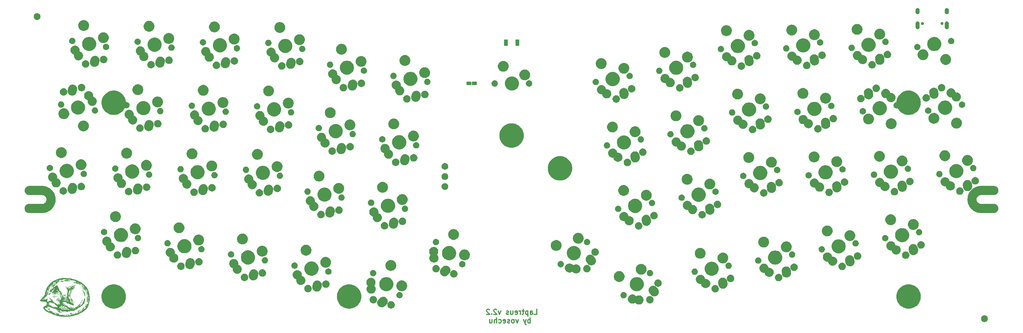
<source format=gbr>
G04 #@! TF.GenerationSoftware,KiCad,Pcbnew,(6.0.0-rc1-dev-1469-g932b9a334)*
G04 #@! TF.CreationDate,2019-09-07T17:34:57-07:00
G04 #@! TF.ProjectId,Laptreus-v2,4c617074-7265-4757-932d-76322e6b6963,rev?*
G04 #@! TF.SameCoordinates,Original*
G04 #@! TF.FileFunction,Soldermask,Bot*
G04 #@! TF.FilePolarity,Negative*
%FSLAX46Y46*%
G04 Gerber Fmt 4.6, Leading zero omitted, Abs format (unit mm)*
G04 Created by KiCad (PCBNEW (6.0.0-rc1-dev-1469-g932b9a334)) date Saturday, September 07, 2019 at 05:34:57 PM*
%MOMM*%
%LPD*%
G04 APERTURE LIST*
%ADD10C,0.300000*%
%ADD11C,0.010000*%
%ADD12C,0.100000*%
G04 APERTURE END LIST*
D10*
X238498205Y-164589343D02*
X238498205Y-163089343D01*
X238498205Y-163660772D02*
X238355348Y-163589343D01*
X238069634Y-163589343D01*
X237926777Y-163660772D01*
X237855348Y-163732200D01*
X237783920Y-163875057D01*
X237783920Y-164303629D01*
X237855348Y-164446486D01*
X237926777Y-164517914D01*
X238069634Y-164589343D01*
X238355348Y-164589343D01*
X238498205Y-164517914D01*
X237283920Y-163589343D02*
X236926777Y-164589343D01*
X236569634Y-163589343D02*
X236926777Y-164589343D01*
X237069634Y-164946486D01*
X237141062Y-165017914D01*
X237283920Y-165089343D01*
X234998205Y-163589343D02*
X234641062Y-164589343D01*
X234283920Y-163589343D01*
X233498205Y-164589343D02*
X233641062Y-164517914D01*
X233712491Y-164446486D01*
X233783920Y-164303629D01*
X233783920Y-163875057D01*
X233712491Y-163732200D01*
X233641062Y-163660772D01*
X233498205Y-163589343D01*
X233283920Y-163589343D01*
X233141062Y-163660772D01*
X233069634Y-163732200D01*
X232998205Y-163875057D01*
X232998205Y-164303629D01*
X233069634Y-164446486D01*
X233141062Y-164517914D01*
X233283920Y-164589343D01*
X233498205Y-164589343D01*
X232426777Y-164517914D02*
X232283920Y-164589343D01*
X231998205Y-164589343D01*
X231855348Y-164517914D01*
X231783920Y-164375057D01*
X231783920Y-164303629D01*
X231855348Y-164160772D01*
X231998205Y-164089343D01*
X232212491Y-164089343D01*
X232355348Y-164017914D01*
X232426777Y-163875057D01*
X232426777Y-163803629D01*
X232355348Y-163660772D01*
X232212491Y-163589343D01*
X231998205Y-163589343D01*
X231855348Y-163660772D01*
X230569634Y-164517914D02*
X230712491Y-164589343D01*
X230998205Y-164589343D01*
X231141062Y-164517914D01*
X231212491Y-164375057D01*
X231212491Y-163803629D01*
X231141062Y-163660772D01*
X230998205Y-163589343D01*
X230712491Y-163589343D01*
X230569634Y-163660772D01*
X230498205Y-163803629D01*
X230498205Y-163946486D01*
X231212491Y-164089343D01*
X229212491Y-164517914D02*
X229355348Y-164589343D01*
X229641062Y-164589343D01*
X229783920Y-164517914D01*
X229855348Y-164446486D01*
X229926777Y-164303629D01*
X229926777Y-163875057D01*
X229855348Y-163732200D01*
X229783920Y-163660772D01*
X229641062Y-163589343D01*
X229355348Y-163589343D01*
X229212491Y-163660772D01*
X228569634Y-164589343D02*
X228569634Y-163089343D01*
X227926777Y-164589343D02*
X227926777Y-163803629D01*
X227998205Y-163660772D01*
X228141062Y-163589343D01*
X228355348Y-163589343D01*
X228498205Y-163660772D01*
X228569634Y-163732200D01*
X226569634Y-163589343D02*
X226569634Y-164589343D01*
X227212491Y-163589343D02*
X227212491Y-164375057D01*
X227141062Y-164517914D01*
X226998205Y-164589343D01*
X226783920Y-164589343D01*
X226641062Y-164517914D01*
X226569634Y-164446486D01*
X239676780Y-162089343D02*
X240391065Y-162089343D01*
X240391065Y-160589343D01*
X238533923Y-162089343D02*
X238533923Y-161303629D01*
X238605351Y-161160772D01*
X238748208Y-161089343D01*
X239033923Y-161089343D01*
X239176780Y-161160772D01*
X238533923Y-162017914D02*
X238676780Y-162089343D01*
X239033923Y-162089343D01*
X239176780Y-162017914D01*
X239248208Y-161875057D01*
X239248208Y-161732200D01*
X239176780Y-161589343D01*
X239033923Y-161517914D01*
X238676780Y-161517914D01*
X238533923Y-161446486D01*
X237819637Y-161089343D02*
X237819637Y-162589343D01*
X237819637Y-161160772D02*
X237676780Y-161089343D01*
X237391065Y-161089343D01*
X237248208Y-161160772D01*
X237176780Y-161232200D01*
X237105351Y-161375057D01*
X237105351Y-161803629D01*
X237176780Y-161946486D01*
X237248208Y-162017914D01*
X237391065Y-162089343D01*
X237676780Y-162089343D01*
X237819637Y-162017914D01*
X236676780Y-161089343D02*
X236105351Y-161089343D01*
X236462494Y-160589343D02*
X236462494Y-161875057D01*
X236391065Y-162017914D01*
X236248208Y-162089343D01*
X236105351Y-162089343D01*
X235605351Y-162089343D02*
X235605351Y-161089343D01*
X235605351Y-161375057D02*
X235533923Y-161232200D01*
X235462494Y-161160772D01*
X235319637Y-161089343D01*
X235176780Y-161089343D01*
X234105351Y-162017914D02*
X234248208Y-162089343D01*
X234533923Y-162089343D01*
X234676780Y-162017914D01*
X234748208Y-161875057D01*
X234748208Y-161303629D01*
X234676780Y-161160772D01*
X234533923Y-161089343D01*
X234248208Y-161089343D01*
X234105351Y-161160772D01*
X234033923Y-161303629D01*
X234033923Y-161446486D01*
X234748208Y-161589343D01*
X232748208Y-161089343D02*
X232748208Y-162089343D01*
X233391065Y-161089343D02*
X233391065Y-161875057D01*
X233319637Y-162017914D01*
X233176780Y-162089343D01*
X232962494Y-162089343D01*
X232819637Y-162017914D01*
X232748208Y-161946486D01*
X232105351Y-162017914D02*
X231962494Y-162089343D01*
X231676780Y-162089343D01*
X231533923Y-162017914D01*
X231462494Y-161875057D01*
X231462494Y-161803629D01*
X231533923Y-161660772D01*
X231676780Y-161589343D01*
X231891065Y-161589343D01*
X232033923Y-161517914D01*
X232105351Y-161375057D01*
X232105351Y-161303629D01*
X232033923Y-161160772D01*
X231891065Y-161089343D01*
X231676780Y-161089343D01*
X231533923Y-161160772D01*
X229819637Y-161089343D02*
X229462494Y-162089343D01*
X229105351Y-161089343D01*
X228605351Y-160732200D02*
X228533923Y-160660772D01*
X228391065Y-160589343D01*
X228033923Y-160589343D01*
X227891065Y-160660772D01*
X227819637Y-160732200D01*
X227748208Y-160875057D01*
X227748208Y-161017914D01*
X227819637Y-161232200D01*
X228676780Y-162089343D01*
X227748208Y-162089343D01*
X227105351Y-161946486D02*
X227033923Y-162017914D01*
X227105351Y-162089343D01*
X227176780Y-162017914D01*
X227105351Y-161946486D01*
X227105351Y-162089343D01*
X226462494Y-160732200D02*
X226391065Y-160660772D01*
X226248208Y-160589343D01*
X225891065Y-160589343D01*
X225748208Y-160660772D01*
X225676780Y-160732200D01*
X225605351Y-160875057D01*
X225605351Y-161017914D01*
X225676780Y-161232200D01*
X226533923Y-162089343D01*
X225605351Y-162089343D01*
D11*
G04 #@! TO.C,Ref\002A\002A*
G36*
X98543836Y-154976603D02*
G01*
X98522670Y-154997769D01*
X98501503Y-154976603D01*
X98522670Y-154955436D01*
X98543836Y-154976603D01*
X98543836Y-154976603D01*
G37*
X98543836Y-154976603D02*
X98522670Y-154997769D01*
X98501503Y-154976603D01*
X98522670Y-154955436D01*
X98543836Y-154976603D01*
G36*
X97104503Y-158659603D02*
G01*
X97083336Y-158680769D01*
X97062170Y-158659603D01*
X97083336Y-158638436D01*
X97104503Y-158659603D01*
X97104503Y-158659603D01*
G37*
X97104503Y-158659603D02*
X97083336Y-158680769D01*
X97062170Y-158659603D01*
X97083336Y-158638436D01*
X97104503Y-158659603D01*
G36*
X97471392Y-158737214D02*
G01*
X97476458Y-158787453D01*
X97471392Y-158793658D01*
X97446225Y-158787847D01*
X97443170Y-158765436D01*
X97458659Y-158730591D01*
X97471392Y-158737214D01*
X97471392Y-158737214D01*
G37*
X97471392Y-158737214D02*
X97476458Y-158787453D01*
X97471392Y-158793658D01*
X97446225Y-158787847D01*
X97443170Y-158765436D01*
X97458659Y-158730591D01*
X97471392Y-158737214D01*
G36*
X96331038Y-158782193D02*
G01*
X96318412Y-158801434D01*
X96275475Y-158804427D01*
X96230304Y-158794088D01*
X96249899Y-158778851D01*
X96316061Y-158773804D01*
X96331038Y-158782193D01*
X96331038Y-158782193D01*
G37*
X96331038Y-158782193D02*
X96318412Y-158801434D01*
X96275475Y-158804427D01*
X96230304Y-158794088D01*
X96249899Y-158778851D01*
X96316061Y-158773804D01*
X96331038Y-158782193D01*
G36*
X97810058Y-158864214D02*
G01*
X97804247Y-158889381D01*
X97781836Y-158892436D01*
X97746991Y-158876947D01*
X97753614Y-158864214D01*
X97803854Y-158859147D01*
X97810058Y-158864214D01*
X97810058Y-158864214D01*
G37*
X97810058Y-158864214D02*
X97804247Y-158889381D01*
X97781836Y-158892436D01*
X97746991Y-158876947D01*
X97753614Y-158864214D01*
X97803854Y-158859147D01*
X97810058Y-158864214D01*
G36*
X98047225Y-158949335D02*
G01*
X98048632Y-158963232D01*
X97982361Y-158968908D01*
X97972336Y-158968850D01*
X97906679Y-158962745D01*
X97912947Y-158949861D01*
X97920225Y-158947766D01*
X98012440Y-158941568D01*
X98047225Y-158949335D01*
X98047225Y-158949335D01*
G37*
X98047225Y-158949335D02*
X98048632Y-158963232D01*
X97982361Y-158968908D01*
X97972336Y-158968850D01*
X97906679Y-158962745D01*
X97912947Y-158949861D01*
X97920225Y-158947766D01*
X98012440Y-158941568D01*
X98047225Y-158949335D01*
G36*
X96297682Y-158912492D02*
G01*
X96342503Y-158934769D01*
X96371641Y-158964273D01*
X96327463Y-158975573D01*
X96292085Y-158976454D01*
X96198347Y-158962731D01*
X96152003Y-158934769D01*
X96159531Y-158902182D01*
X96218044Y-158894756D01*
X96297682Y-158912492D01*
X96297682Y-158912492D01*
G37*
X96297682Y-158912492D02*
X96342503Y-158934769D01*
X96371641Y-158964273D01*
X96327463Y-158975573D01*
X96292085Y-158976454D01*
X96198347Y-158962731D01*
X96152003Y-158934769D01*
X96159531Y-158902182D01*
X96218044Y-158894756D01*
X96297682Y-158912492D01*
G36*
X98236920Y-159074921D02*
G01*
X98250095Y-159087191D01*
X98191559Y-159093872D01*
X98162836Y-159094281D01*
X98085818Y-159089867D01*
X98076742Y-159078879D01*
X98088753Y-159074921D01*
X98196120Y-159068337D01*
X98236920Y-159074921D01*
X98236920Y-159074921D01*
G37*
X98236920Y-159074921D02*
X98250095Y-159087191D01*
X98191559Y-159093872D01*
X98162836Y-159094281D01*
X98085818Y-159089867D01*
X98076742Y-159078879D01*
X98088753Y-159074921D01*
X98196120Y-159068337D01*
X98236920Y-159074921D01*
G36*
X96236330Y-159053695D02*
G01*
X96327110Y-159074159D01*
X96362661Y-159102664D01*
X96360832Y-159108694D01*
X96315369Y-159138360D01*
X96224060Y-159131738D01*
X96162586Y-159117254D01*
X96093892Y-159087589D01*
X96098635Y-159061962D01*
X96165762Y-159049900D01*
X96236330Y-159053695D01*
X96236330Y-159053695D01*
G37*
X96236330Y-159053695D02*
X96327110Y-159074159D01*
X96362661Y-159102664D01*
X96360832Y-159108694D01*
X96315369Y-159138360D01*
X96224060Y-159131738D01*
X96162586Y-159117254D01*
X96093892Y-159087589D01*
X96098635Y-159061962D01*
X96165762Y-159049900D01*
X96236330Y-159053695D01*
G36*
X98284586Y-159161858D02*
G01*
X98353336Y-159188769D01*
X98403518Y-159214761D01*
X98380132Y-159225444D01*
X98321586Y-159228127D01*
X98237176Y-159217031D01*
X98205170Y-159188769D01*
X98222210Y-159153587D01*
X98284586Y-159161858D01*
X98284586Y-159161858D01*
G37*
X98284586Y-159161858D02*
X98353336Y-159188769D01*
X98403518Y-159214761D01*
X98380132Y-159225444D01*
X98321586Y-159228127D01*
X98237176Y-159217031D01*
X98205170Y-159188769D01*
X98222210Y-159153587D01*
X98284586Y-159161858D01*
G36*
X98524025Y-159300981D02*
G01*
X98581683Y-159334087D01*
X98557046Y-159354146D01*
X98499004Y-159358103D01*
X98439982Y-159342473D01*
X98436860Y-159317618D01*
X98491931Y-159294556D01*
X98524025Y-159300981D01*
X98524025Y-159300981D01*
G37*
X98524025Y-159300981D02*
X98581683Y-159334087D01*
X98557046Y-159354146D01*
X98499004Y-159358103D01*
X98439982Y-159342473D01*
X98436860Y-159317618D01*
X98491931Y-159294556D01*
X98524025Y-159300981D01*
G36*
X96560504Y-159346248D02*
G01*
X96624644Y-159404624D01*
X96692815Y-159485180D01*
X96744180Y-159563370D01*
X96758224Y-159613773D01*
X96726117Y-159614078D01*
X96663296Y-159558053D01*
X96622287Y-159508560D01*
X96555539Y-159413004D01*
X96521638Y-159348148D01*
X96521231Y-159334597D01*
X96560504Y-159346248D01*
X96560504Y-159346248D01*
G37*
X96560504Y-159346248D02*
X96624644Y-159404624D01*
X96692815Y-159485180D01*
X96744180Y-159563370D01*
X96758224Y-159613773D01*
X96726117Y-159614078D01*
X96663296Y-159558053D01*
X96622287Y-159508560D01*
X96555539Y-159413004D01*
X96521638Y-159348148D01*
X96521231Y-159334597D01*
X96560504Y-159346248D01*
G36*
X98552527Y-159894429D02*
G01*
X98610427Y-159928694D01*
X98654826Y-159976173D01*
X98635548Y-159990833D01*
X98569235Y-159966633D01*
X98545062Y-159952423D01*
X98503201Y-159908412D01*
X98505819Y-159890008D01*
X98552527Y-159894429D01*
X98552527Y-159894429D01*
G37*
X98552527Y-159894429D02*
X98610427Y-159928694D01*
X98654826Y-159976173D01*
X98635548Y-159990833D01*
X98569235Y-159966633D01*
X98545062Y-159952423D01*
X98503201Y-159908412D01*
X98505819Y-159890008D01*
X98552527Y-159894429D01*
G36*
X97677580Y-159835112D02*
G01*
X97721454Y-159875678D01*
X97770131Y-159939430D01*
X97772163Y-159974554D01*
X97736972Y-159961699D01*
X97695654Y-159901478D01*
X97663482Y-159834185D01*
X97677580Y-159835112D01*
X97677580Y-159835112D01*
G37*
X97677580Y-159835112D02*
X97721454Y-159875678D01*
X97770131Y-159939430D01*
X97772163Y-159974554D01*
X97736972Y-159961699D01*
X97695654Y-159901478D01*
X97663482Y-159834185D01*
X97677580Y-159835112D01*
G36*
X98335206Y-159901933D02*
G01*
X98415378Y-159953206D01*
X98439657Y-159972287D01*
X98507385Y-160036690D01*
X98524429Y-160073242D01*
X98516776Y-160076247D01*
X98451807Y-160052685D01*
X98368609Y-159996747D01*
X98305414Y-159933703D01*
X98290919Y-159893424D01*
X98291491Y-159892787D01*
X98335206Y-159901933D01*
X98335206Y-159901933D01*
G37*
X98335206Y-159901933D02*
X98415378Y-159953206D01*
X98439657Y-159972287D01*
X98507385Y-160036690D01*
X98524429Y-160073242D01*
X98516776Y-160076247D01*
X98451807Y-160052685D01*
X98368609Y-159996747D01*
X98305414Y-159933703D01*
X98290919Y-159893424D01*
X98291491Y-159892787D01*
X98335206Y-159901933D01*
G36*
X98192228Y-159948607D02*
G01*
X98275121Y-160000009D01*
X98311144Y-160035663D01*
X98324332Y-160075022D01*
X98282993Y-160057424D01*
X98199276Y-159990712D01*
X98135404Y-159933262D01*
X98134640Y-159922501D01*
X98192228Y-159948607D01*
X98192228Y-159948607D01*
G37*
X98192228Y-159948607D02*
X98275121Y-160000009D01*
X98311144Y-160035663D01*
X98324332Y-160075022D01*
X98282993Y-160057424D01*
X98199276Y-159990712D01*
X98135404Y-159933262D01*
X98134640Y-159922501D01*
X98192228Y-159948607D01*
G36*
X101134284Y-160277126D02*
G01*
X101126170Y-160282294D01*
X101035644Y-160323997D01*
X100956836Y-160349836D01*
X100893127Y-160362257D01*
X100906389Y-160344079D01*
X100914503Y-160338911D01*
X101005028Y-160297208D01*
X101083836Y-160271369D01*
X101147545Y-160258948D01*
X101134284Y-160277126D01*
X101134284Y-160277126D01*
G37*
X101134284Y-160277126D02*
X101126170Y-160282294D01*
X101035644Y-160323997D01*
X100956836Y-160349836D01*
X100893127Y-160362257D01*
X100906389Y-160344079D01*
X100914503Y-160338911D01*
X101005028Y-160297208D01*
X101083836Y-160271369D01*
X101147545Y-160258948D01*
X101134284Y-160277126D01*
G36*
X101887646Y-160340040D02*
G01*
X101849074Y-160368807D01*
X101761170Y-160413037D01*
X101690881Y-160444903D01*
X101691143Y-160435867D01*
X101737511Y-160397605D01*
X101816226Y-160346703D01*
X101860983Y-160331769D01*
X101887646Y-160340040D01*
X101887646Y-160340040D01*
G37*
X101887646Y-160340040D02*
X101849074Y-160368807D01*
X101761170Y-160413037D01*
X101690881Y-160444903D01*
X101691143Y-160435867D01*
X101737511Y-160397605D01*
X101816226Y-160346703D01*
X101860983Y-160331769D01*
X101887646Y-160340040D01*
G36*
X101390273Y-160288684D02*
G01*
X101325554Y-160332674D01*
X101295503Y-160349723D01*
X101173623Y-160410552D01*
X101074840Y-160448573D01*
X101041503Y-160454985D01*
X101033796Y-160438757D01*
X101089554Y-160397903D01*
X101126170Y-160377608D01*
X101247262Y-160319494D01*
X101339437Y-160284019D01*
X101391004Y-160273107D01*
X101390273Y-160288684D01*
X101390273Y-160288684D01*
G37*
X101390273Y-160288684D02*
X101325554Y-160332674D01*
X101295503Y-160349723D01*
X101173623Y-160410552D01*
X101074840Y-160448573D01*
X101041503Y-160454985D01*
X101033796Y-160438757D01*
X101089554Y-160397903D01*
X101126170Y-160377608D01*
X101247262Y-160319494D01*
X101339437Y-160284019D01*
X101391004Y-160273107D01*
X101390273Y-160288684D01*
G36*
X101718836Y-160261557D02*
G01*
X101686708Y-160292200D01*
X101604500Y-160352441D01*
X101538920Y-160396842D01*
X101449082Y-160450731D01*
X101409824Y-160462535D01*
X101419420Y-160442010D01*
X101478167Y-160388712D01*
X101562814Y-160329667D01*
X101647540Y-160280437D01*
X101706520Y-160256585D01*
X101718836Y-160261557D01*
X101718836Y-160261557D01*
G37*
X101718836Y-160261557D02*
X101686708Y-160292200D01*
X101604500Y-160352441D01*
X101538920Y-160396842D01*
X101449082Y-160450731D01*
X101409824Y-160462535D01*
X101419420Y-160442010D01*
X101478167Y-160388712D01*
X101562814Y-160329667D01*
X101647540Y-160280437D01*
X101706520Y-160256585D01*
X101718836Y-160261557D01*
G36*
X102257704Y-151712526D02*
G01*
X102245079Y-151731767D01*
X102202142Y-151734760D01*
X102156971Y-151724422D01*
X102176565Y-151709184D01*
X102242727Y-151704137D01*
X102257704Y-151712526D01*
X102257704Y-151712526D01*
G37*
X102257704Y-151712526D02*
X102245079Y-151731767D01*
X102202142Y-151734760D01*
X102156971Y-151724422D01*
X102176565Y-151709184D01*
X102242727Y-151704137D01*
X102257704Y-151712526D01*
G36*
X101303451Y-151791428D02*
G01*
X101288894Y-151812558D01*
X101203056Y-151855487D01*
X101173736Y-151868629D01*
X101022745Y-151930803D01*
X100913523Y-151966793D01*
X100854812Y-151975733D01*
X100855355Y-151956755D01*
X100923894Y-151908992D01*
X100956836Y-151890134D01*
X101089017Y-151828166D01*
X101209105Y-151790614D01*
X101253170Y-151785339D01*
X101303451Y-151791428D01*
X101303451Y-151791428D01*
G37*
X101303451Y-151791428D02*
X101288894Y-151812558D01*
X101203056Y-151855487D01*
X101173736Y-151868629D01*
X101022745Y-151930803D01*
X100913523Y-151966793D01*
X100854812Y-151975733D01*
X100855355Y-151956755D01*
X100923894Y-151908992D01*
X100956836Y-151890134D01*
X101089017Y-151828166D01*
X101209105Y-151790614D01*
X101253170Y-151785339D01*
X101303451Y-151791428D01*
G36*
X102237608Y-152004758D02*
G01*
X102243448Y-152031079D01*
X102180940Y-152067951D01*
X102178439Y-152068957D01*
X102068780Y-152105152D01*
X101946556Y-152135010D01*
X101838457Y-152153453D01*
X101771172Y-152155399D01*
X101761170Y-152148383D01*
X101797917Y-152120462D01*
X101889480Y-152083475D01*
X102007838Y-152045868D01*
X102124971Y-152016087D01*
X102212857Y-152002580D01*
X102237608Y-152004758D01*
X102237608Y-152004758D01*
G37*
X102237608Y-152004758D02*
X102243448Y-152031079D01*
X102180940Y-152067951D01*
X102178439Y-152068957D01*
X102068780Y-152105152D01*
X101946556Y-152135010D01*
X101838457Y-152153453D01*
X101771172Y-152155399D01*
X101761170Y-152148383D01*
X101797917Y-152120462D01*
X101889480Y-152083475D01*
X102007838Y-152045868D01*
X102124971Y-152016087D01*
X102212857Y-152002580D01*
X102237608Y-152004758D01*
G36*
X101896501Y-151966898D02*
G01*
X101823479Y-151999877D01*
X101740003Y-152031335D01*
X101546848Y-152098777D01*
X101423338Y-152138083D01*
X101360136Y-152151615D01*
X101347905Y-152141735D01*
X101359003Y-152127704D01*
X101420245Y-152093905D01*
X101534011Y-152050013D01*
X101670464Y-152005556D01*
X101799766Y-151970065D01*
X101892080Y-151953069D01*
X101906436Y-151952862D01*
X101896501Y-151966898D01*
X101896501Y-151966898D01*
G37*
X101896501Y-151966898D02*
X101823479Y-151999877D01*
X101740003Y-152031335D01*
X101546848Y-152098777D01*
X101423338Y-152138083D01*
X101360136Y-152151615D01*
X101347905Y-152141735D01*
X101359003Y-152127704D01*
X101420245Y-152093905D01*
X101534011Y-152050013D01*
X101670464Y-152005556D01*
X101799766Y-151970065D01*
X101892080Y-151953069D01*
X101906436Y-151952862D01*
X101896501Y-151966898D01*
G36*
X102474522Y-152108449D02*
G01*
X102480836Y-152120161D01*
X102444710Y-152151566D01*
X102378465Y-152161436D01*
X102262930Y-152172889D01*
X102198549Y-152188833D01*
X102149270Y-152197919D01*
X102163336Y-152173264D01*
X102229142Y-152135696D01*
X102324227Y-152108810D01*
X102416662Y-152097948D01*
X102474522Y-152108449D01*
X102474522Y-152108449D01*
G37*
X102474522Y-152108449D02*
X102480836Y-152120161D01*
X102444710Y-152151566D01*
X102378465Y-152161436D01*
X102262930Y-152172889D01*
X102198549Y-152188833D01*
X102149270Y-152197919D01*
X102163336Y-152173264D01*
X102229142Y-152135696D01*
X102324227Y-152108810D01*
X102416662Y-152097948D01*
X102474522Y-152108449D01*
G36*
X101957511Y-151785399D02*
G01*
X101883569Y-151820950D01*
X101736948Y-151870736D01*
X101708194Y-151879321D01*
X101531545Y-151938400D01*
X101324559Y-152018017D01*
X101135639Y-152099331D01*
X100996465Y-152160875D01*
X100895540Y-152200189D01*
X100849248Y-152211096D01*
X100848705Y-152207486D01*
X100903509Y-152164559D01*
X101017742Y-152101402D01*
X101171386Y-152027060D01*
X101344427Y-151950574D01*
X101516846Y-151880988D01*
X101668626Y-151827345D01*
X101729420Y-151809614D01*
X101881820Y-151775186D01*
X101957390Y-151768630D01*
X101957511Y-151785399D01*
X101957511Y-151785399D01*
G37*
X101957511Y-151785399D02*
X101883569Y-151820950D01*
X101736948Y-151870736D01*
X101708194Y-151879321D01*
X101531545Y-151938400D01*
X101324559Y-152018017D01*
X101135639Y-152099331D01*
X100996465Y-152160875D01*
X100895540Y-152200189D01*
X100849248Y-152211096D01*
X100848705Y-152207486D01*
X100903509Y-152164559D01*
X101017742Y-152101402D01*
X101171386Y-152027060D01*
X101344427Y-151950574D01*
X101516846Y-151880988D01*
X101668626Y-151827345D01*
X101729420Y-151809614D01*
X101881820Y-151775186D01*
X101957390Y-151768630D01*
X101957511Y-151785399D01*
G36*
X103390703Y-152288921D02*
G01*
X103345425Y-152324014D01*
X103296902Y-152329903D01*
X103285170Y-152314132D01*
X103318376Y-152286943D01*
X103350868Y-152272283D01*
X103394568Y-152269325D01*
X103390703Y-152288921D01*
X103390703Y-152288921D01*
G37*
X103390703Y-152288921D02*
X103345425Y-152324014D01*
X103296902Y-152329903D01*
X103285170Y-152314132D01*
X103318376Y-152286943D01*
X103350868Y-152272283D01*
X103394568Y-152269325D01*
X103390703Y-152288921D01*
G36*
X101419241Y-152269204D02*
G01*
X101422503Y-152283439D01*
X101391610Y-152343285D01*
X101380170Y-152351936D01*
X101341098Y-152350001D01*
X101337836Y-152335766D01*
X101368729Y-152275920D01*
X101380170Y-152267269D01*
X101419241Y-152269204D01*
X101419241Y-152269204D01*
G37*
X101419241Y-152269204D02*
X101422503Y-152283439D01*
X101391610Y-152343285D01*
X101380170Y-152351936D01*
X101341098Y-152350001D01*
X101337836Y-152335766D01*
X101368729Y-152275920D01*
X101380170Y-152267269D01*
X101419241Y-152269204D01*
G36*
X101761170Y-152394269D02*
G01*
X101740003Y-152415436D01*
X101718836Y-152394269D01*
X101740003Y-152373103D01*
X101761170Y-152394269D01*
X101761170Y-152394269D01*
G37*
X101761170Y-152394269D02*
X101740003Y-152415436D01*
X101718836Y-152394269D01*
X101740003Y-152373103D01*
X101761170Y-152394269D01*
G36*
X100533503Y-152279308D02*
G01*
X100500438Y-152320336D01*
X100422621Y-152376823D01*
X100332119Y-152428627D01*
X100260998Y-152455607D01*
X100251804Y-152456247D01*
X100257488Y-152432288D01*
X100315151Y-152374259D01*
X100343003Y-152350624D01*
X100456513Y-152268043D01*
X100518706Y-152249330D01*
X100533503Y-152279308D01*
X100533503Y-152279308D01*
G37*
X100533503Y-152279308D02*
X100500438Y-152320336D01*
X100422621Y-152376823D01*
X100332119Y-152428627D01*
X100260998Y-152455607D01*
X100251804Y-152456247D01*
X100257488Y-152432288D01*
X100315151Y-152374259D01*
X100343003Y-152350624D01*
X100456513Y-152268043D01*
X100518706Y-152249330D01*
X100533503Y-152279308D01*
G36*
X100051061Y-152088216D02*
G01*
X100031931Y-152121910D01*
X99962828Y-152187414D01*
X99863885Y-152269069D01*
X99755235Y-152351214D01*
X99657011Y-152418189D01*
X99589346Y-152454335D01*
X99577156Y-152456828D01*
X99576648Y-152434155D01*
X99628235Y-152382745D01*
X99808809Y-152237735D01*
X99933860Y-152143592D01*
X100011136Y-152094918D01*
X100048383Y-152086319D01*
X100051061Y-152088216D01*
X100051061Y-152088216D01*
G37*
X100051061Y-152088216D02*
X100031931Y-152121910D01*
X99962828Y-152187414D01*
X99863885Y-152269069D01*
X99755235Y-152351214D01*
X99657011Y-152418189D01*
X99589346Y-152454335D01*
X99577156Y-152456828D01*
X99576648Y-152434155D01*
X99628235Y-152382745D01*
X99808809Y-152237735D01*
X99933860Y-152143592D01*
X100011136Y-152094918D01*
X100048383Y-152086319D01*
X100051061Y-152088216D01*
G36*
X99324545Y-152272190D02*
G01*
X99277576Y-152336498D01*
X99263503Y-152351936D01*
X99170532Y-152435402D01*
X99111667Y-152455024D01*
X99094170Y-152417836D01*
X99126596Y-152366166D01*
X99200916Y-152303748D01*
X99282695Y-152256466D01*
X99322635Y-152246103D01*
X99324545Y-152272190D01*
X99324545Y-152272190D01*
G37*
X99324545Y-152272190D02*
X99277576Y-152336498D01*
X99263503Y-152351936D01*
X99170532Y-152435402D01*
X99111667Y-152455024D01*
X99094170Y-152417836D01*
X99126596Y-152366166D01*
X99200916Y-152303748D01*
X99282695Y-152256466D01*
X99322635Y-152246103D01*
X99324545Y-152272190D01*
G36*
X103792979Y-152422486D02*
G01*
X103761423Y-152450858D01*
X103750836Y-152457769D01*
X103660226Y-152494173D01*
X103623836Y-152498806D01*
X103581693Y-152493052D01*
X103613249Y-152464681D01*
X103623836Y-152457769D01*
X103714446Y-152421365D01*
X103750836Y-152416732D01*
X103792979Y-152422486D01*
X103792979Y-152422486D01*
G37*
X103792979Y-152422486D02*
X103761423Y-152450858D01*
X103750836Y-152457769D01*
X103660226Y-152494173D01*
X103623836Y-152498806D01*
X103581693Y-152493052D01*
X103613249Y-152464681D01*
X103623836Y-152457769D01*
X103714446Y-152421365D01*
X103750836Y-152416732D01*
X103792979Y-152422486D01*
G36*
X100484844Y-152071025D02*
G01*
X100412055Y-152131963D01*
X100293099Y-152216484D01*
X100199772Y-152277596D01*
X100053462Y-152368311D01*
X99938151Y-152435216D01*
X99869083Y-152469726D01*
X99856170Y-152471118D01*
X99889757Y-152425252D01*
X99976911Y-152351790D01*
X100097218Y-152264310D01*
X100230265Y-152176392D01*
X100355638Y-152101616D01*
X100452924Y-152053560D01*
X100498394Y-152043900D01*
X100484844Y-152071025D01*
X100484844Y-152071025D01*
G37*
X100484844Y-152071025D02*
X100412055Y-152131963D01*
X100293099Y-152216484D01*
X100199772Y-152277596D01*
X100053462Y-152368311D01*
X99938151Y-152435216D01*
X99869083Y-152469726D01*
X99856170Y-152471118D01*
X99889757Y-152425252D01*
X99976911Y-152351790D01*
X100097218Y-152264310D01*
X100230265Y-152176392D01*
X100355638Y-152101616D01*
X100452924Y-152053560D01*
X100498394Y-152043900D01*
X100484844Y-152071025D01*
G36*
X99275502Y-152101765D02*
G01*
X99220542Y-152166514D01*
X99136503Y-152246516D01*
X98972925Y-152385609D01*
X98863871Y-152462904D01*
X98807359Y-152479655D01*
X98797836Y-152460243D01*
X98829388Y-152412557D01*
X98909516Y-152335191D01*
X99016427Y-152245550D01*
X99128328Y-152161037D01*
X99223427Y-152099054D01*
X99277888Y-152076884D01*
X99275502Y-152101765D01*
X99275502Y-152101765D01*
G37*
X99275502Y-152101765D02*
X99220542Y-152166514D01*
X99136503Y-152246516D01*
X98972925Y-152385609D01*
X98863871Y-152462904D01*
X98807359Y-152479655D01*
X98797836Y-152460243D01*
X98829388Y-152412557D01*
X98909516Y-152335191D01*
X99016427Y-152245550D01*
X99128328Y-152161037D01*
X99223427Y-152099054D01*
X99277888Y-152076884D01*
X99275502Y-152101765D01*
G36*
X99441296Y-151843576D02*
G01*
X99367597Y-151898436D01*
X99253136Y-151976007D01*
X99238316Y-151985700D01*
X99079916Y-152097630D01*
X98898033Y-152239041D01*
X98730175Y-152380687D01*
X98719270Y-152390439D01*
X98575431Y-152512847D01*
X98477529Y-152582964D01*
X98430012Y-152600865D01*
X98437326Y-152566622D01*
X98503919Y-152480308D01*
X98588810Y-152388299D01*
X98670516Y-152297524D01*
X98707243Y-152243441D01*
X98691534Y-152237180D01*
X98689351Y-152238264D01*
X98614151Y-152292895D01*
X98509454Y-152388302D01*
X98423896Y-152476181D01*
X98312499Y-152593668D01*
X98245628Y-152653648D01*
X98213215Y-152663331D01*
X98205170Y-152632812D01*
X98235961Y-152559370D01*
X98315435Y-152463564D01*
X98424239Y-152361364D01*
X98543022Y-152268739D01*
X98652433Y-152201659D01*
X98733120Y-152176093D01*
X98752768Y-152180912D01*
X98811539Y-152175137D01*
X98903853Y-152127109D01*
X98935170Y-152105116D01*
X99042180Y-152032976D01*
X99173503Y-151955285D01*
X99304176Y-151885502D01*
X99409234Y-151837086D01*
X99458880Y-151822769D01*
X99441296Y-151843576D01*
X99441296Y-151843576D01*
G37*
X99441296Y-151843576D02*
X99367597Y-151898436D01*
X99253136Y-151976007D01*
X99238316Y-151985700D01*
X99079916Y-152097630D01*
X98898033Y-152239041D01*
X98730175Y-152380687D01*
X98719270Y-152390439D01*
X98575431Y-152512847D01*
X98477529Y-152582964D01*
X98430012Y-152600865D01*
X98437326Y-152566622D01*
X98503919Y-152480308D01*
X98588810Y-152388299D01*
X98670516Y-152297524D01*
X98707243Y-152243441D01*
X98691534Y-152237180D01*
X98689351Y-152238264D01*
X98614151Y-152292895D01*
X98509454Y-152388302D01*
X98423896Y-152476181D01*
X98312499Y-152593668D01*
X98245628Y-152653648D01*
X98213215Y-152663331D01*
X98205170Y-152632812D01*
X98235961Y-152559370D01*
X98315435Y-152463564D01*
X98424239Y-152361364D01*
X98543022Y-152268739D01*
X98652433Y-152201659D01*
X98733120Y-152176093D01*
X98752768Y-152180912D01*
X98811539Y-152175137D01*
X98903853Y-152127109D01*
X98935170Y-152105116D01*
X99042180Y-152032976D01*
X99173503Y-151955285D01*
X99304176Y-151885502D01*
X99409234Y-151837086D01*
X99458880Y-151822769D01*
X99441296Y-151843576D01*
G36*
X104500258Y-152509611D02*
G01*
X104495833Y-152523718D01*
X104421833Y-152548191D01*
X104292116Y-152578990D01*
X104195336Y-152598443D01*
X104012627Y-152633229D01*
X103850861Y-152664191D01*
X103735906Y-152686374D01*
X103708503Y-152691741D01*
X103647076Y-152701425D01*
X103656719Y-152688396D01*
X103729670Y-152651753D01*
X103843673Y-152610928D01*
X104002603Y-152570715D01*
X104178102Y-152536345D01*
X104341814Y-152513050D01*
X104465380Y-152506059D01*
X104500258Y-152509611D01*
X104500258Y-152509611D01*
G37*
X104500258Y-152509611D02*
X104495833Y-152523718D01*
X104421833Y-152548191D01*
X104292116Y-152578990D01*
X104195336Y-152598443D01*
X104012627Y-152633229D01*
X103850861Y-152664191D01*
X103735906Y-152686374D01*
X103708503Y-152691741D01*
X103647076Y-152701425D01*
X103656719Y-152688396D01*
X103729670Y-152651753D01*
X103843673Y-152610928D01*
X104002603Y-152570715D01*
X104178102Y-152536345D01*
X104341814Y-152513050D01*
X104465380Y-152506059D01*
X104500258Y-152509611D01*
G36*
X104078038Y-152728526D02*
G01*
X104065412Y-152747767D01*
X104022475Y-152750760D01*
X103977304Y-152740422D01*
X103996899Y-152725184D01*
X104063061Y-152720137D01*
X104078038Y-152728526D01*
X104078038Y-152728526D01*
G37*
X104078038Y-152728526D02*
X104065412Y-152747767D01*
X104022475Y-152750760D01*
X103977304Y-152740422D01*
X103996899Y-152725184D01*
X104063061Y-152720137D01*
X104078038Y-152728526D01*
G36*
X98996221Y-152696781D02*
G01*
X98988336Y-152711769D01*
X98948449Y-152752198D01*
X98941006Y-152754103D01*
X98938118Y-152726757D01*
X98946003Y-152711769D01*
X98985890Y-152671341D01*
X98993333Y-152669436D01*
X98996221Y-152696781D01*
X98996221Y-152696781D01*
G37*
X98996221Y-152696781D02*
X98988336Y-152711769D01*
X98948449Y-152752198D01*
X98941006Y-152754103D01*
X98938118Y-152726757D01*
X98946003Y-152711769D01*
X98985890Y-152671341D01*
X98993333Y-152669436D01*
X98996221Y-152696781D01*
G36*
X105288872Y-152718144D02*
G01*
X105307257Y-152735719D01*
X105306253Y-152736797D01*
X105253936Y-152752645D01*
X105142445Y-152769082D01*
X105013447Y-152781136D01*
X104821750Y-152799137D01*
X104620956Y-152824319D01*
X104515645Y-152840775D01*
X104342511Y-152867875D01*
X104245632Y-152876122D01*
X104226783Y-152866740D01*
X104287735Y-152840952D01*
X104430263Y-152799982D01*
X104449336Y-152795028D01*
X104585588Y-152766657D01*
X104747437Y-152742868D01*
X104916787Y-152724893D01*
X105075540Y-152713961D01*
X105205601Y-152711301D01*
X105288872Y-152718144D01*
X105288872Y-152718144D01*
G37*
X105288872Y-152718144D02*
X105307257Y-152735719D01*
X105306253Y-152736797D01*
X105253936Y-152752645D01*
X105142445Y-152769082D01*
X105013447Y-152781136D01*
X104821750Y-152799137D01*
X104620956Y-152824319D01*
X104515645Y-152840775D01*
X104342511Y-152867875D01*
X104245632Y-152876122D01*
X104226783Y-152866740D01*
X104287735Y-152840952D01*
X104430263Y-152799982D01*
X104449336Y-152795028D01*
X104585588Y-152766657D01*
X104747437Y-152742868D01*
X104916787Y-152724893D01*
X105075540Y-152713961D01*
X105205601Y-152711301D01*
X105288872Y-152718144D01*
G36*
X97993503Y-152791907D02*
G01*
X97959909Y-152838486D01*
X97932159Y-152853251D01*
X97889204Y-152851372D01*
X97894355Y-152815447D01*
X97935357Y-152763517D01*
X97979367Y-152758868D01*
X97993503Y-152791907D01*
X97993503Y-152791907D01*
G37*
X97993503Y-152791907D02*
X97959909Y-152838486D01*
X97932159Y-152853251D01*
X97889204Y-152851372D01*
X97894355Y-152815447D01*
X97935357Y-152763517D01*
X97979367Y-152758868D01*
X97993503Y-152791907D01*
G36*
X105284688Y-152895809D02*
G01*
X105232015Y-152906426D01*
X105126670Y-152922900D01*
X104890096Y-152957709D01*
X104727100Y-152978690D01*
X104627847Y-152986533D01*
X104582502Y-152981927D01*
X104581229Y-152965564D01*
X104585485Y-152960854D01*
X104643702Y-152940807D01*
X104764768Y-152921758D01*
X104926892Y-152906758D01*
X105003360Y-152902334D01*
X105175213Y-152894573D01*
X105267371Y-152892128D01*
X105284688Y-152895809D01*
X105284688Y-152895809D01*
G37*
X105284688Y-152895809D02*
X105232015Y-152906426D01*
X105126670Y-152922900D01*
X104890096Y-152957709D01*
X104727100Y-152978690D01*
X104627847Y-152986533D01*
X104582502Y-152981927D01*
X104581229Y-152965564D01*
X104585485Y-152960854D01*
X104643702Y-152940807D01*
X104764768Y-152921758D01*
X104926892Y-152906758D01*
X105003360Y-152902334D01*
X105175213Y-152894573D01*
X105267371Y-152892128D01*
X105284688Y-152895809D01*
G36*
X98775258Y-152675080D02*
G01*
X98759309Y-152713295D01*
X98696178Y-152790033D01*
X98627726Y-152860695D01*
X98536964Y-152942569D01*
X98475772Y-152984844D01*
X98459170Y-152982665D01*
X98485818Y-152931718D01*
X98551415Y-152854377D01*
X98634436Y-152771585D01*
X98713361Y-152704286D01*
X98766664Y-152673424D01*
X98775258Y-152675080D01*
X98775258Y-152675080D01*
G37*
X98775258Y-152675080D02*
X98759309Y-152713295D01*
X98696178Y-152790033D01*
X98627726Y-152860695D01*
X98536964Y-152942569D01*
X98475772Y-152984844D01*
X98459170Y-152982665D01*
X98485818Y-152931718D01*
X98551415Y-152854377D01*
X98634436Y-152771585D01*
X98713361Y-152704286D01*
X98766664Y-152673424D01*
X98775258Y-152675080D01*
G36*
X97569378Y-152921894D02*
G01*
X97569521Y-152931521D01*
X97547950Y-153008064D01*
X97527836Y-153029269D01*
X97488992Y-153032076D01*
X97486151Y-153021184D01*
X97507423Y-152959418D01*
X97527836Y-152923436D01*
X97560713Y-152883765D01*
X97569378Y-152921894D01*
X97569378Y-152921894D01*
G37*
X97569378Y-152921894D02*
X97569521Y-152931521D01*
X97547950Y-153008064D01*
X97527836Y-153029269D01*
X97488992Y-153032076D01*
X97486151Y-153021184D01*
X97507423Y-152959418D01*
X97527836Y-152923436D01*
X97560713Y-152883765D01*
X97569378Y-152921894D01*
G36*
X105584807Y-153038225D02*
G01*
X105598867Y-153044777D01*
X105625762Y-153069811D01*
X105592519Y-153084233D01*
X105489203Y-153090579D01*
X105415882Y-153091482D01*
X105264293Y-153096622D01*
X105139477Y-153108619D01*
X105080854Y-153121130D01*
X105030176Y-153128437D01*
X105035726Y-153102926D01*
X105097236Y-153066819D01*
X105213071Y-153039180D01*
X105353059Y-153023124D01*
X105487029Y-153021767D01*
X105584807Y-153038225D01*
X105584807Y-153038225D01*
G37*
X105584807Y-153038225D02*
X105598867Y-153044777D01*
X105625762Y-153069811D01*
X105592519Y-153084233D01*
X105489203Y-153090579D01*
X105415882Y-153091482D01*
X105264293Y-153096622D01*
X105139477Y-153108619D01*
X105080854Y-153121130D01*
X105030176Y-153128437D01*
X105035726Y-153102926D01*
X105097236Y-153066819D01*
X105213071Y-153039180D01*
X105353059Y-153023124D01*
X105487029Y-153021767D01*
X105584807Y-153038225D01*
G36*
X105624668Y-153189969D02*
G01*
X105641703Y-153199884D01*
X105586238Y-153206275D01*
X105507670Y-153207661D01*
X105411618Y-153204493D01*
X105383524Y-153196908D01*
X105413002Y-153189392D01*
X105538198Y-153182427D01*
X105624668Y-153189969D01*
X105624668Y-153189969D01*
G37*
X105624668Y-153189969D02*
X105641703Y-153199884D01*
X105586238Y-153206275D01*
X105507670Y-153207661D01*
X105411618Y-153204493D01*
X105383524Y-153196908D01*
X105413002Y-153189392D01*
X105538198Y-153182427D01*
X105624668Y-153189969D01*
G36*
X98686157Y-152575310D02*
G01*
X98671205Y-152623335D01*
X98606633Y-152705720D01*
X98532248Y-152780230D01*
X98399850Y-152910000D01*
X98267828Y-153051976D01*
X98215724Y-153112998D01*
X98139305Y-153198810D01*
X98089360Y-153240043D01*
X98078170Y-153235766D01*
X98103628Y-153165968D01*
X98170908Y-153063145D01*
X98266364Y-152942121D01*
X98376353Y-152817716D01*
X98487229Y-152704752D01*
X98585349Y-152618052D01*
X98657068Y-152572437D01*
X98686157Y-152575310D01*
X98686157Y-152575310D01*
G37*
X98686157Y-152575310D02*
X98671205Y-152623335D01*
X98606633Y-152705720D01*
X98532248Y-152780230D01*
X98399850Y-152910000D01*
X98267828Y-153051976D01*
X98215724Y-153112998D01*
X98139305Y-153198810D01*
X98089360Y-153240043D01*
X98078170Y-153235766D01*
X98103628Y-153165968D01*
X98170908Y-153063145D01*
X98266364Y-152942121D01*
X98376353Y-152817716D01*
X98487229Y-152704752D01*
X98585349Y-152618052D01*
X98657068Y-152572437D01*
X98686157Y-152575310D01*
G36*
X97494223Y-152788229D02*
G01*
X97461584Y-152877842D01*
X97403008Y-153003791D01*
X97400836Y-153008103D01*
X97322745Y-153153997D01*
X97267610Y-153239284D01*
X97239588Y-153259451D01*
X97242835Y-153209984D01*
X97254675Y-153166853D01*
X97297246Y-153058078D01*
X97357755Y-152938237D01*
X97421717Y-152832319D01*
X97474647Y-152765314D01*
X97493908Y-152754103D01*
X97494223Y-152788229D01*
X97494223Y-152788229D01*
G37*
X97494223Y-152788229D02*
X97461584Y-152877842D01*
X97403008Y-153003791D01*
X97400836Y-153008103D01*
X97322745Y-153153997D01*
X97267610Y-153239284D01*
X97239588Y-153259451D01*
X97242835Y-153209984D01*
X97254675Y-153166853D01*
X97297246Y-153058078D01*
X97357755Y-152938237D01*
X97421717Y-152832319D01*
X97474647Y-152765314D01*
X97493908Y-152754103D01*
X97494223Y-152788229D01*
G36*
X97443170Y-153283269D02*
G01*
X97422003Y-153304436D01*
X97400836Y-153283269D01*
X97422003Y-153262103D01*
X97443170Y-153283269D01*
X97443170Y-153283269D01*
G37*
X97443170Y-153283269D02*
X97422003Y-153304436D01*
X97400836Y-153283269D01*
X97422003Y-153262103D01*
X97443170Y-153283269D01*
G36*
X97288183Y-152890486D02*
G01*
X97252687Y-152988277D01*
X97198988Y-153117933D01*
X97136869Y-153257496D01*
X97076111Y-153385011D01*
X97026496Y-153478521D01*
X96997805Y-153516070D01*
X96997388Y-153516103D01*
X96977503Y-153492161D01*
X96994258Y-153436902D01*
X97037685Y-153334642D01*
X97097527Y-153206195D01*
X97163528Y-153072373D01*
X97225431Y-152953988D01*
X97272978Y-152871853D01*
X97295694Y-152846516D01*
X97288183Y-152890486D01*
X97288183Y-152890486D01*
G37*
X97288183Y-152890486D02*
X97252687Y-152988277D01*
X97198988Y-153117933D01*
X97136869Y-153257496D01*
X97076111Y-153385011D01*
X97026496Y-153478521D01*
X96997805Y-153516070D01*
X96997388Y-153516103D01*
X96977503Y-153492161D01*
X96994258Y-153436902D01*
X97037685Y-153334642D01*
X97097527Y-153206195D01*
X97163528Y-153072373D01*
X97225431Y-152953988D01*
X97272978Y-152871853D01*
X97295694Y-152846516D01*
X97288183Y-152890486D01*
G36*
X97228241Y-153454538D02*
G01*
X97231503Y-153468772D01*
X97200610Y-153528618D01*
X97189170Y-153537269D01*
X97150098Y-153535334D01*
X97146836Y-153521099D01*
X97177729Y-153461254D01*
X97189170Y-153452603D01*
X97228241Y-153454538D01*
X97228241Y-153454538D01*
G37*
X97228241Y-153454538D02*
X97231503Y-153468772D01*
X97200610Y-153528618D01*
X97189170Y-153537269D01*
X97150098Y-153535334D01*
X97146836Y-153521099D01*
X97177729Y-153461254D01*
X97189170Y-153452603D01*
X97228241Y-153454538D01*
G36*
X98073404Y-153452360D02*
G01*
X98078170Y-153466631D01*
X98047982Y-153526172D01*
X97985514Y-153583937D01*
X97944031Y-153600769D01*
X97927515Y-153569646D01*
X97934605Y-153540542D01*
X97975478Y-153486730D01*
X98032414Y-153451844D01*
X98073404Y-153452360D01*
X98073404Y-153452360D01*
G37*
X98073404Y-153452360D02*
X98078170Y-153466631D01*
X98047982Y-153526172D01*
X97985514Y-153583937D01*
X97944031Y-153600769D01*
X97927515Y-153569646D01*
X97934605Y-153540542D01*
X97975478Y-153486730D01*
X98032414Y-153451844D01*
X98073404Y-153452360D01*
G36*
X97966819Y-153348424D02*
G01*
X97957672Y-153392139D01*
X97906399Y-153472311D01*
X97887319Y-153496590D01*
X97822915Y-153564318D01*
X97786363Y-153581362D01*
X97783359Y-153573709D01*
X97804504Y-153512202D01*
X97855917Y-153435426D01*
X97915326Y-153370729D01*
X97960461Y-153345461D01*
X97966819Y-153348424D01*
X97966819Y-153348424D01*
G37*
X97966819Y-153348424D02*
X97957672Y-153392139D01*
X97906399Y-153472311D01*
X97887319Y-153496590D01*
X97822915Y-153564318D01*
X97786363Y-153581362D01*
X97783359Y-153573709D01*
X97804504Y-153512202D01*
X97855917Y-153435426D01*
X97915326Y-153370729D01*
X97960461Y-153345461D01*
X97966819Y-153348424D01*
G36*
X96765836Y-153621936D02*
G01*
X96744670Y-153643103D01*
X96723503Y-153621936D01*
X96744670Y-153600769D01*
X96765836Y-153621936D01*
X96765836Y-153621936D01*
G37*
X96765836Y-153621936D02*
X96744670Y-153643103D01*
X96723503Y-153621936D01*
X96744670Y-153600769D01*
X96765836Y-153621936D01*
G36*
X106113862Y-153622701D02*
G01*
X106227336Y-153662740D01*
X106305305Y-153703654D01*
X106309104Y-153718932D01*
X106245301Y-153708434D01*
X106120462Y-153672019D01*
X106100336Y-153665455D01*
X106016884Y-153632063D01*
X105997635Y-153610777D01*
X106015670Y-153607117D01*
X106113862Y-153622701D01*
X106113862Y-153622701D01*
G37*
X106113862Y-153622701D02*
X106227336Y-153662740D01*
X106305305Y-153703654D01*
X106309104Y-153718932D01*
X106245301Y-153708434D01*
X106120462Y-153672019D01*
X106100336Y-153665455D01*
X106016884Y-153632063D01*
X105997635Y-153610777D01*
X106015670Y-153607117D01*
X106113862Y-153622701D01*
G36*
X103199176Y-153541394D02*
G01*
X103200503Y-153548404D01*
X103168450Y-153599325D01*
X103091209Y-153662640D01*
X103089740Y-153663606D01*
X103013532Y-153703548D01*
X102995774Y-153686106D01*
X102996810Y-153682682D01*
X103035532Y-153627292D01*
X103100202Y-153573392D01*
X103163768Y-153538815D01*
X103199176Y-153541394D01*
X103199176Y-153541394D01*
G37*
X103199176Y-153541394D02*
X103200503Y-153548404D01*
X103168450Y-153599325D01*
X103091209Y-153662640D01*
X103089740Y-153663606D01*
X103013532Y-153703548D01*
X102995774Y-153686106D01*
X102996810Y-153682682D01*
X103035532Y-153627292D01*
X103100202Y-153573392D01*
X103163768Y-153538815D01*
X103199176Y-153541394D01*
G36*
X106417836Y-153748936D02*
G01*
X106396670Y-153770103D01*
X106375503Y-153748936D01*
X106396670Y-153727769D01*
X106417836Y-153748936D01*
X106417836Y-153748936D01*
G37*
X106417836Y-153748936D02*
X106396670Y-153770103D01*
X106375503Y-153748936D01*
X106396670Y-153727769D01*
X106417836Y-153748936D01*
G36*
X102419903Y-153710607D02*
G01*
X102396170Y-153748936D01*
X102346076Y-153801509D01*
X102328815Y-153812436D01*
X102328394Y-153780389D01*
X102338527Y-153748936D01*
X102382941Y-153692850D01*
X102405882Y-153685436D01*
X102419903Y-153710607D01*
X102419903Y-153710607D01*
G37*
X102419903Y-153710607D02*
X102396170Y-153748936D01*
X102346076Y-153801509D01*
X102328815Y-153812436D01*
X102328394Y-153780389D01*
X102338527Y-153748936D01*
X102382941Y-153692850D01*
X102405882Y-153685436D01*
X102419903Y-153710607D01*
G36*
X98136445Y-152948884D02*
G01*
X98086103Y-153008843D01*
X98051147Y-153040991D01*
X97964153Y-153130666D01*
X97863177Y-153255288D01*
X97763019Y-153393661D01*
X97678483Y-153524590D01*
X97624370Y-153626880D01*
X97612503Y-153669104D01*
X97582896Y-153732774D01*
X97541981Y-153775502D01*
X97495576Y-153806961D01*
X97486740Y-153781122D01*
X97502644Y-153706603D01*
X97556187Y-153567157D01*
X97646535Y-153408790D01*
X97759787Y-153248761D01*
X97882041Y-153104329D01*
X97999396Y-152992750D01*
X98097951Y-152931285D01*
X98132559Y-152924575D01*
X98136445Y-152948884D01*
X98136445Y-152948884D01*
G37*
X98136445Y-152948884D02*
X98086103Y-153008843D01*
X98051147Y-153040991D01*
X97964153Y-153130666D01*
X97863177Y-153255288D01*
X97763019Y-153393661D01*
X97678483Y-153524590D01*
X97624370Y-153626880D01*
X97612503Y-153669104D01*
X97582896Y-153732774D01*
X97541981Y-153775502D01*
X97495576Y-153806961D01*
X97486740Y-153781122D01*
X97502644Y-153706603D01*
X97556187Y-153567157D01*
X97646535Y-153408790D01*
X97759787Y-153248761D01*
X97882041Y-153104329D01*
X97999396Y-152992750D01*
X98097951Y-152931285D01*
X98132559Y-152924575D01*
X98136445Y-152948884D01*
G36*
X97589600Y-153319119D02*
G01*
X97549950Y-153408030D01*
X97534205Y-153436684D01*
X97463253Y-153580740D01*
X97404022Y-153732675D01*
X97402202Y-153738353D01*
X97360296Y-153839175D01*
X97318143Y-153893859D01*
X97308357Y-153897103D01*
X97283532Y-153865917D01*
X97290474Y-153830140D01*
X97313582Y-153740736D01*
X97316170Y-153711428D01*
X97336035Y-153651028D01*
X97385979Y-153555463D01*
X97451523Y-153447479D01*
X97518188Y-153349822D01*
X97571495Y-153285238D01*
X97595224Y-153273046D01*
X97589600Y-153319119D01*
X97589600Y-153319119D01*
G37*
X97589600Y-153319119D02*
X97549950Y-153408030D01*
X97534205Y-153436684D01*
X97463253Y-153580740D01*
X97404022Y-153732675D01*
X97402202Y-153738353D01*
X97360296Y-153839175D01*
X97318143Y-153893859D01*
X97308357Y-153897103D01*
X97283532Y-153865917D01*
X97290474Y-153830140D01*
X97313582Y-153740736D01*
X97316170Y-153711428D01*
X97336035Y-153651028D01*
X97385979Y-153555463D01*
X97451523Y-153447479D01*
X97518188Y-153349822D01*
X97571495Y-153285238D01*
X97595224Y-153273046D01*
X97589600Y-153319119D01*
G36*
X97015529Y-153657985D02*
G01*
X96991697Y-153745777D01*
X96954956Y-153833603D01*
X96893894Y-153960603D01*
X96918992Y-153812436D01*
X96945994Y-153701597D01*
X96978512Y-153628192D01*
X96981963Y-153624053D01*
X97013096Y-153611107D01*
X97015529Y-153657985D01*
X97015529Y-153657985D01*
G37*
X97015529Y-153657985D02*
X96991697Y-153745777D01*
X96954956Y-153833603D01*
X96893894Y-153960603D01*
X96918992Y-153812436D01*
X96945994Y-153701597D01*
X96978512Y-153628192D01*
X96981963Y-153624053D01*
X97013096Y-153611107D01*
X97015529Y-153657985D01*
G36*
X106198136Y-153773540D02*
G01*
X106308741Y-153815576D01*
X106419557Y-153864773D01*
X106505183Y-153911365D01*
X106513426Y-153916922D01*
X106568383Y-153964512D01*
X106557940Y-153980343D01*
X106494220Y-153966690D01*
X106389347Y-153925830D01*
X106280253Y-153873153D01*
X106168422Y-153811798D01*
X106095415Y-153765715D01*
X106079170Y-153750002D01*
X106113145Y-153748427D01*
X106198136Y-153773540D01*
X106198136Y-153773540D01*
G37*
X106198136Y-153773540D02*
X106308741Y-153815576D01*
X106419557Y-153864773D01*
X106505183Y-153911365D01*
X106513426Y-153916922D01*
X106568383Y-153964512D01*
X106557940Y-153980343D01*
X106494220Y-153966690D01*
X106389347Y-153925830D01*
X106280253Y-153873153D01*
X106168422Y-153811798D01*
X106095415Y-153765715D01*
X106079170Y-153750002D01*
X106113145Y-153748427D01*
X106198136Y-153773540D01*
G36*
X102734836Y-153711160D02*
G01*
X102706682Y-153763201D01*
X102635105Y-153847820D01*
X102586670Y-153897103D01*
X102502339Y-153971262D01*
X102448673Y-154003895D01*
X102438503Y-153998378D01*
X102466657Y-153946338D01*
X102538234Y-153861718D01*
X102586670Y-153812436D01*
X102671000Y-153738276D01*
X102724666Y-153705643D01*
X102734836Y-153711160D01*
X102734836Y-153711160D01*
G37*
X102734836Y-153711160D02*
X102706682Y-153763201D01*
X102635105Y-153847820D01*
X102586670Y-153897103D01*
X102502339Y-153971262D01*
X102448673Y-154003895D01*
X102438503Y-153998378D01*
X102466657Y-153946338D01*
X102538234Y-153861718D01*
X102586670Y-153812436D01*
X102671000Y-153738276D01*
X102724666Y-153705643D01*
X102734836Y-153711160D01*
G36*
X101317467Y-153928133D02*
G01*
X101310812Y-153960603D01*
X101280764Y-154016303D01*
X101269807Y-154024103D01*
X101255008Y-153989534D01*
X101253170Y-153960603D01*
X101275324Y-153904256D01*
X101294174Y-153897103D01*
X101317467Y-153928133D01*
X101317467Y-153928133D01*
G37*
X101317467Y-153928133D02*
X101310812Y-153960603D01*
X101280764Y-154016303D01*
X101269807Y-154024103D01*
X101255008Y-153989534D01*
X101253170Y-153960603D01*
X101275324Y-153904256D01*
X101294174Y-153897103D01*
X101317467Y-153928133D01*
G36*
X103440392Y-154038214D02*
G01*
X103434581Y-154063381D01*
X103412170Y-154066436D01*
X103377324Y-154050947D01*
X103383947Y-154038214D01*
X103434187Y-154033147D01*
X103440392Y-154038214D01*
X103440392Y-154038214D01*
G37*
X103440392Y-154038214D02*
X103434581Y-154063381D01*
X103412170Y-154066436D01*
X103377324Y-154050947D01*
X103383947Y-154038214D01*
X103434187Y-154033147D01*
X103440392Y-154038214D01*
G36*
X97685157Y-153786312D02*
G01*
X97679880Y-153831130D01*
X97645760Y-153913806D01*
X97599542Y-154000853D01*
X97557975Y-154058785D01*
X97545063Y-154066436D01*
X97537967Y-154032353D01*
X97551331Y-153971186D01*
X97593328Y-153871651D01*
X97642706Y-153801290D01*
X97682184Y-153783976D01*
X97685157Y-153786312D01*
X97685157Y-153786312D01*
G37*
X97685157Y-153786312D02*
X97679880Y-153831130D01*
X97645760Y-153913806D01*
X97599542Y-154000853D01*
X97557975Y-154058785D01*
X97545063Y-154066436D01*
X97537967Y-154032353D01*
X97551331Y-153971186D01*
X97593328Y-153871651D01*
X97642706Y-153801290D01*
X97682184Y-153783976D01*
X97685157Y-153786312D01*
G36*
X102107042Y-153942336D02*
G01*
X102058853Y-154020393D01*
X102055549Y-154024735D01*
X102000699Y-154083952D01*
X101974193Y-154088734D01*
X101973777Y-154085110D01*
X101993517Y-154022091D01*
X102039504Y-153950724D01*
X102088823Y-153901479D01*
X102114646Y-153897802D01*
X102107042Y-153942336D01*
X102107042Y-153942336D01*
G37*
X102107042Y-153942336D02*
X102058853Y-154020393D01*
X102055549Y-154024735D01*
X102000699Y-154083952D01*
X101974193Y-154088734D01*
X101973777Y-154085110D01*
X101993517Y-154022091D01*
X102039504Y-153950724D01*
X102088823Y-153901479D01*
X102114646Y-153897802D01*
X102107042Y-153942336D01*
G36*
X97429058Y-154038214D02*
G01*
X97434125Y-154088453D01*
X97429058Y-154094658D01*
X97403891Y-154088847D01*
X97400836Y-154066436D01*
X97416325Y-154031591D01*
X97429058Y-154038214D01*
X97429058Y-154038214D01*
G37*
X97429058Y-154038214D02*
X97434125Y-154088453D01*
X97429058Y-154094658D01*
X97403891Y-154088847D01*
X97400836Y-154066436D01*
X97416325Y-154031591D01*
X97429058Y-154038214D01*
G36*
X106206170Y-154129936D02*
G01*
X106185003Y-154151103D01*
X106163836Y-154129936D01*
X106185003Y-154108769D01*
X106206170Y-154129936D01*
X106206170Y-154129936D01*
G37*
X106206170Y-154129936D02*
X106185003Y-154151103D01*
X106163836Y-154129936D01*
X106185003Y-154108769D01*
X106206170Y-154129936D01*
G36*
X103750836Y-154084753D02*
G01*
X103638853Y-154124403D01*
X103551608Y-154145852D01*
X103505840Y-154146917D01*
X103518284Y-154125418D01*
X103539170Y-154112340D01*
X103623326Y-154080488D01*
X103741780Y-154052112D01*
X103750836Y-154050499D01*
X103899003Y-154024844D01*
X103750836Y-154084753D01*
X103750836Y-154084753D01*
G37*
X103750836Y-154084753D02*
X103638853Y-154124403D01*
X103551608Y-154145852D01*
X103505840Y-154146917D01*
X103518284Y-154125418D01*
X103539170Y-154112340D01*
X103623326Y-154080488D01*
X103741780Y-154052112D01*
X103750836Y-154050499D01*
X103899003Y-154024844D01*
X103750836Y-154084753D01*
G36*
X102142170Y-154129936D02*
G01*
X102121003Y-154151103D01*
X102099836Y-154129936D01*
X102121003Y-154108769D01*
X102142170Y-154129936D01*
X102142170Y-154129936D01*
G37*
X102142170Y-154129936D02*
X102121003Y-154151103D01*
X102099836Y-154129936D01*
X102121003Y-154108769D01*
X102142170Y-154129936D01*
G36*
X103440392Y-154165214D02*
G01*
X103434581Y-154190381D01*
X103412170Y-154193436D01*
X103377324Y-154177947D01*
X103383947Y-154165214D01*
X103434187Y-154160147D01*
X103440392Y-154165214D01*
X103440392Y-154165214D01*
G37*
X103440392Y-154165214D02*
X103434581Y-154190381D01*
X103412170Y-154193436D01*
X103377324Y-154177947D01*
X103383947Y-154165214D01*
X103434187Y-154160147D01*
X103440392Y-154165214D01*
G36*
X106345275Y-154181906D02*
G01*
X106354336Y-154193436D01*
X106369236Y-154231511D01*
X106329185Y-154217171D01*
X106290836Y-154193436D01*
X106258291Y-154159452D01*
X106277754Y-154151751D01*
X106345275Y-154181906D01*
X106345275Y-154181906D01*
G37*
X106345275Y-154181906D02*
X106354336Y-154193436D01*
X106369236Y-154231511D01*
X106329185Y-154217171D01*
X106290836Y-154193436D01*
X106258291Y-154159452D01*
X106277754Y-154151751D01*
X106345275Y-154181906D01*
G36*
X101461816Y-154102061D02*
G01*
X101464836Y-154151103D01*
X101448752Y-154219918D01*
X101426466Y-154235769D01*
X101404690Y-154202056D01*
X101410237Y-154151103D01*
X101434812Y-154082712D01*
X101448607Y-154066436D01*
X101461816Y-154102061D01*
X101461816Y-154102061D01*
G37*
X101461816Y-154102061D02*
X101464836Y-154151103D01*
X101448752Y-154219918D01*
X101426466Y-154235769D01*
X101404690Y-154202056D01*
X101410237Y-154151103D01*
X101434812Y-154082712D01*
X101448607Y-154066436D01*
X101461816Y-154102061D01*
G36*
X97006421Y-154227832D02*
G01*
X97011468Y-154293994D01*
X97003079Y-154308971D01*
X96983838Y-154296345D01*
X96980845Y-154253408D01*
X96991184Y-154208237D01*
X97006421Y-154227832D01*
X97006421Y-154227832D01*
G37*
X97006421Y-154227832D02*
X97011468Y-154293994D01*
X97003079Y-154308971D01*
X96983838Y-154296345D01*
X96980845Y-154253408D01*
X96991184Y-154208237D01*
X97006421Y-154227832D01*
G36*
X101641375Y-154196336D02*
G01*
X101593186Y-154274393D01*
X101589882Y-154278735D01*
X101535033Y-154337952D01*
X101508526Y-154342734D01*
X101508111Y-154339110D01*
X101527850Y-154276091D01*
X101573837Y-154204724D01*
X101623156Y-154155479D01*
X101648980Y-154151802D01*
X101641375Y-154196336D01*
X101641375Y-154196336D01*
G37*
X101641375Y-154196336D02*
X101593186Y-154274393D01*
X101589882Y-154278735D01*
X101535033Y-154337952D01*
X101508526Y-154342734D01*
X101508111Y-154339110D01*
X101527850Y-154276091D01*
X101573837Y-154204724D01*
X101623156Y-154155479D01*
X101648980Y-154151802D01*
X101641375Y-154196336D01*
G36*
X101824748Y-154167737D02*
G01*
X101783416Y-154251286D01*
X101724686Y-154344560D01*
X101666237Y-154419308D01*
X101627490Y-154447436D01*
X101607827Y-154419604D01*
X101617446Y-154394519D01*
X101688937Y-154281300D01*
X101759320Y-154185945D01*
X101812637Y-154128803D01*
X101831008Y-154122163D01*
X101824748Y-154167737D01*
X101824748Y-154167737D01*
G37*
X101824748Y-154167737D02*
X101783416Y-154251286D01*
X101724686Y-154344560D01*
X101666237Y-154419308D01*
X101627490Y-154447436D01*
X101607827Y-154419604D01*
X101617446Y-154394519D01*
X101688937Y-154281300D01*
X101759320Y-154185945D01*
X101812637Y-154128803D01*
X101831008Y-154122163D01*
X101824748Y-154167737D01*
G36*
X106437504Y-154043920D02*
G01*
X106537482Y-154085397D01*
X106671430Y-154151754D01*
X106820598Y-154232738D01*
X106966238Y-154318092D01*
X107089599Y-154397562D01*
X107171930Y-154460892D01*
X107181450Y-154470320D01*
X107246698Y-154547809D01*
X107248445Y-154570981D01*
X107189300Y-154538415D01*
X107132629Y-154496899D01*
X107033832Y-154429849D01*
X106901069Y-154350188D01*
X106841170Y-154316983D01*
X106719887Y-154247717D01*
X106625650Y-154186683D01*
X106597502Y-154164459D01*
X106513047Y-154109783D01*
X106456729Y-154086510D01*
X106396208Y-154056763D01*
X106390248Y-154037580D01*
X106437504Y-154043920D01*
X106437504Y-154043920D01*
G37*
X106437504Y-154043920D02*
X106537482Y-154085397D01*
X106671430Y-154151754D01*
X106820598Y-154232738D01*
X106966238Y-154318092D01*
X107089599Y-154397562D01*
X107171930Y-154460892D01*
X107181450Y-154470320D01*
X107246698Y-154547809D01*
X107248445Y-154570981D01*
X107189300Y-154538415D01*
X107132629Y-154496899D01*
X107033832Y-154429849D01*
X106901069Y-154350188D01*
X106841170Y-154316983D01*
X106719887Y-154247717D01*
X106625650Y-154186683D01*
X106597502Y-154164459D01*
X106513047Y-154109783D01*
X106456729Y-154086510D01*
X106396208Y-154056763D01*
X106390248Y-154037580D01*
X106437504Y-154043920D01*
G36*
X106364549Y-154381289D02*
G01*
X106469097Y-154426256D01*
X106585872Y-154483810D01*
X106685219Y-154539292D01*
X106737482Y-154578040D01*
X106738374Y-154579352D01*
X106740177Y-154613689D01*
X106684320Y-154606166D01*
X106584076Y-154561147D01*
X106460170Y-154487851D01*
X106361131Y-154420089D01*
X106305599Y-154374898D01*
X106301881Y-154363569D01*
X106364549Y-154381289D01*
X106364549Y-154381289D01*
G37*
X106364549Y-154381289D02*
X106469097Y-154426256D01*
X106585872Y-154483810D01*
X106685219Y-154539292D01*
X106737482Y-154578040D01*
X106738374Y-154579352D01*
X106740177Y-154613689D01*
X106684320Y-154606166D01*
X106584076Y-154561147D01*
X106460170Y-154487851D01*
X106361131Y-154420089D01*
X106305599Y-154374898D01*
X106301881Y-154363569D01*
X106364549Y-154381289D01*
G36*
X101860752Y-154353001D02*
G01*
X101832164Y-154433699D01*
X101820373Y-154458019D01*
X101761626Y-154569293D01*
X101730653Y-154613607D01*
X101719518Y-154600768D01*
X101718836Y-154583483D01*
X101736669Y-154503049D01*
X101778319Y-154409895D01*
X101826016Y-154338678D01*
X101853718Y-154320436D01*
X101860752Y-154353001D01*
X101860752Y-154353001D01*
G37*
X101860752Y-154353001D02*
X101832164Y-154433699D01*
X101820373Y-154458019D01*
X101761626Y-154569293D01*
X101730653Y-154613607D01*
X101719518Y-154600768D01*
X101718836Y-154583483D01*
X101736669Y-154503049D01*
X101778319Y-154409895D01*
X101826016Y-154338678D01*
X101853718Y-154320436D01*
X101860752Y-154353001D01*
G36*
X97185352Y-154540919D02*
G01*
X97180163Y-154580288D01*
X97156847Y-154612155D01*
X97129181Y-154580118D01*
X97113647Y-154517795D01*
X97121430Y-154501064D01*
X97163280Y-154494112D01*
X97185352Y-154540919D01*
X97185352Y-154540919D01*
G37*
X97185352Y-154540919D02*
X97180163Y-154580288D01*
X97156847Y-154612155D01*
X97129181Y-154580118D01*
X97113647Y-154517795D01*
X97121430Y-154501064D01*
X97163280Y-154494112D01*
X97185352Y-154540919D01*
G36*
X103825676Y-154240082D02*
G01*
X103773174Y-154274937D01*
X103646349Y-154328011D01*
X103507420Y-154376045D01*
X103297760Y-154450185D01*
X103069859Y-154540129D01*
X102883003Y-154621886D01*
X102705674Y-154704810D01*
X102595760Y-154753854D01*
X102544221Y-154771519D01*
X102542019Y-154760305D01*
X102580116Y-154722712D01*
X102607836Y-154697999D01*
X102747708Y-154600867D01*
X102948008Y-154496822D01*
X103186234Y-154396009D01*
X103439885Y-154308573D01*
X103528586Y-154282887D01*
X103704246Y-154240252D01*
X103802988Y-154227252D01*
X103825676Y-154240082D01*
X103825676Y-154240082D01*
G37*
X103825676Y-154240082D02*
X103773174Y-154274937D01*
X103646349Y-154328011D01*
X103507420Y-154376045D01*
X103297760Y-154450185D01*
X103069859Y-154540129D01*
X102883003Y-154621886D01*
X102705674Y-154704810D01*
X102595760Y-154753854D01*
X102544221Y-154771519D01*
X102542019Y-154760305D01*
X102580116Y-154722712D01*
X102607836Y-154697999D01*
X102747708Y-154600867D01*
X102948008Y-154496822D01*
X103186234Y-154396009D01*
X103439885Y-154308573D01*
X103528586Y-154282887D01*
X103704246Y-154240252D01*
X103802988Y-154227252D01*
X103825676Y-154240082D01*
G36*
X97016883Y-154699364D02*
G01*
X97019836Y-154722603D01*
X96992997Y-154793612D01*
X96977503Y-154807269D01*
X96946294Y-154792086D01*
X96935170Y-154722603D01*
X96948337Y-154649034D01*
X96977503Y-154637936D01*
X97016883Y-154699364D01*
X97016883Y-154699364D01*
G37*
X97016883Y-154699364D02*
X97019836Y-154722603D01*
X96992997Y-154793612D01*
X96977503Y-154807269D01*
X96946294Y-154792086D01*
X96935170Y-154722603D01*
X96948337Y-154649034D01*
X96977503Y-154637936D01*
X97016883Y-154699364D01*
G36*
X106573645Y-154308922D02*
G01*
X106661253Y-154343258D01*
X106932526Y-154477300D01*
X107163271Y-154632099D01*
X107283006Y-154739992D01*
X107356486Y-154827499D01*
X107367700Y-154865156D01*
X107323115Y-154852554D01*
X107229194Y-154789287D01*
X107175673Y-154746752D01*
X107058454Y-154659346D01*
X106903256Y-154555419D01*
X106763861Y-154469558D01*
X106610112Y-154375982D01*
X106526346Y-154317015D01*
X106513783Y-154294160D01*
X106573645Y-154308922D01*
X106573645Y-154308922D01*
G37*
X106573645Y-154308922D02*
X106661253Y-154343258D01*
X106932526Y-154477300D01*
X107163271Y-154632099D01*
X107283006Y-154739992D01*
X107356486Y-154827499D01*
X107367700Y-154865156D01*
X107323115Y-154852554D01*
X107229194Y-154789287D01*
X107175673Y-154746752D01*
X107058454Y-154659346D01*
X106903256Y-154555419D01*
X106763861Y-154469558D01*
X106610112Y-154375982D01*
X106526346Y-154317015D01*
X106513783Y-154294160D01*
X106573645Y-154308922D01*
G36*
X106677320Y-154767183D02*
G01*
X106737828Y-154805923D01*
X106784720Y-154851946D01*
X106777670Y-154868076D01*
X106713670Y-154844662D01*
X106653162Y-154805923D01*
X106606270Y-154759899D01*
X106613321Y-154743769D01*
X106677320Y-154767183D01*
X106677320Y-154767183D01*
G37*
X106677320Y-154767183D02*
X106737828Y-154805923D01*
X106784720Y-154851946D01*
X106777670Y-154868076D01*
X106713670Y-154844662D01*
X106653162Y-154805923D01*
X106606270Y-154759899D01*
X106613321Y-154743769D01*
X106677320Y-154767183D01*
G36*
X106920316Y-154683005D02*
G01*
X107000984Y-154737760D01*
X107079238Y-154804458D01*
X107129977Y-154862262D01*
X107134853Y-154887264D01*
X107091801Y-154876946D01*
X107010253Y-154823135D01*
X106965519Y-154786945D01*
X106888277Y-154713699D01*
X106856496Y-154668206D01*
X106862336Y-154661033D01*
X106920316Y-154683005D01*
X106920316Y-154683005D01*
G37*
X106920316Y-154683005D02*
X107000984Y-154737760D01*
X107079238Y-154804458D01*
X107129977Y-154862262D01*
X107134853Y-154887264D01*
X107091801Y-154876946D01*
X107010253Y-154823135D01*
X106965519Y-154786945D01*
X106888277Y-154713699D01*
X106856496Y-154668206D01*
X106862336Y-154661033D01*
X106920316Y-154683005D01*
G36*
X106237920Y-154845580D02*
G01*
X106305754Y-154907391D01*
X106333170Y-154940830D01*
X106313792Y-154951495D01*
X106253250Y-154894602D01*
X106223314Y-154860186D01*
X106142670Y-154764936D01*
X106237920Y-154845580D01*
X106237920Y-154845580D01*
G37*
X106237920Y-154845580D02*
X106305754Y-154907391D01*
X106333170Y-154940830D01*
X106313792Y-154951495D01*
X106253250Y-154894602D01*
X106223314Y-154860186D01*
X106142670Y-154764936D01*
X106237920Y-154845580D01*
G36*
X96190456Y-154245289D02*
G01*
X96195999Y-154327058D01*
X96193063Y-154469012D01*
X96187310Y-154574436D01*
X96175048Y-154749028D01*
X96163371Y-154888375D01*
X96153983Y-154973311D01*
X96150307Y-154990038D01*
X96137310Y-154961649D01*
X96117865Y-154874376D01*
X96110151Y-154831288D01*
X96098980Y-154667123D01*
X96111156Y-154485657D01*
X96142578Y-154323523D01*
X96176809Y-154235769D01*
X96190456Y-154245289D01*
X96190456Y-154245289D01*
G37*
X96190456Y-154245289D02*
X96195999Y-154327058D01*
X96193063Y-154469012D01*
X96187310Y-154574436D01*
X96175048Y-154749028D01*
X96163371Y-154888375D01*
X96153983Y-154973311D01*
X96150307Y-154990038D01*
X96137310Y-154961649D01*
X96117865Y-154874376D01*
X96110151Y-154831288D01*
X96098980Y-154667123D01*
X96111156Y-154485657D01*
X96142578Y-154323523D01*
X96176809Y-154235769D01*
X96190456Y-154245289D01*
G36*
X107039895Y-154953273D02*
G01*
X107122788Y-155004676D01*
X107158810Y-155040330D01*
X107171998Y-155079689D01*
X107130660Y-155062090D01*
X107046943Y-154995379D01*
X106983071Y-154937929D01*
X106982307Y-154927168D01*
X107039895Y-154953273D01*
X107039895Y-154953273D01*
G37*
X107039895Y-154953273D02*
X107122788Y-155004676D01*
X107158810Y-155040330D01*
X107171998Y-155079689D01*
X107130660Y-155062090D01*
X107046943Y-154995379D01*
X106983071Y-154937929D01*
X106982307Y-154927168D01*
X107039895Y-154953273D01*
G36*
X103399850Y-154559538D02*
G01*
X103350462Y-154599894D01*
X103258739Y-154654263D01*
X103135711Y-154714495D01*
X103073503Y-154741165D01*
X102909789Y-154813353D01*
X102717921Y-154905203D01*
X102565503Y-154983179D01*
X102290336Y-155129740D01*
X102453876Y-154981044D01*
X102585614Y-154885358D01*
X102773093Y-154779928D01*
X102990410Y-154677431D01*
X103211664Y-154590545D01*
X103327503Y-154553470D01*
X103395874Y-154541347D01*
X103399850Y-154559538D01*
X103399850Y-154559538D01*
G37*
X103399850Y-154559538D02*
X103350462Y-154599894D01*
X103258739Y-154654263D01*
X103135711Y-154714495D01*
X103073503Y-154741165D01*
X102909789Y-154813353D01*
X102717921Y-154905203D01*
X102565503Y-154983179D01*
X102290336Y-155129740D01*
X102453876Y-154981044D01*
X102585614Y-154885358D01*
X102773093Y-154779928D01*
X102990410Y-154677431D01*
X103211664Y-154590545D01*
X103327503Y-154553470D01*
X103395874Y-154541347D01*
X103399850Y-154559538D01*
G36*
X107329610Y-154988740D02*
G01*
X107331485Y-154989713D01*
X107411806Y-155043176D01*
X107475401Y-155104096D01*
X107504092Y-155151968D01*
X107488732Y-155167103D01*
X107435772Y-155138584D01*
X107358293Y-155068625D01*
X107345965Y-155055524D01*
X107284293Y-154985480D01*
X107279550Y-154966440D01*
X107329610Y-154988740D01*
X107329610Y-154988740D01*
G37*
X107329610Y-154988740D02*
X107331485Y-154989713D01*
X107411806Y-155043176D01*
X107475401Y-155104096D01*
X107504092Y-155151968D01*
X107488732Y-155167103D01*
X107435772Y-155138584D01*
X107358293Y-155068625D01*
X107345965Y-155055524D01*
X107284293Y-154985480D01*
X107279550Y-154966440D01*
X107329610Y-154988740D01*
G36*
X96215503Y-155103603D02*
G01*
X96255888Y-155141644D01*
X96257836Y-155148434D01*
X96225083Y-155166617D01*
X96215503Y-155167103D01*
X96174796Y-155134559D01*
X96173170Y-155122271D01*
X96199104Y-155096988D01*
X96215503Y-155103603D01*
X96215503Y-155103603D01*
G37*
X96215503Y-155103603D02*
X96255888Y-155141644D01*
X96257836Y-155148434D01*
X96225083Y-155166617D01*
X96215503Y-155167103D01*
X96174796Y-155134559D01*
X96173170Y-155122271D01*
X96199104Y-155096988D01*
X96215503Y-155103603D01*
G36*
X96832287Y-154703458D02*
G01*
X96846766Y-154802891D01*
X96850503Y-154931771D01*
X96844570Y-155076546D01*
X96828830Y-155175778D01*
X96808170Y-155209436D01*
X96785568Y-155170917D01*
X96770264Y-155070476D01*
X96765836Y-154957934D01*
X96772450Y-154819279D01*
X96789593Y-154717419D01*
X96808170Y-154680269D01*
X96832287Y-154703458D01*
X96832287Y-154703458D01*
G37*
X96832287Y-154703458D02*
X96846766Y-154802891D01*
X96850503Y-154931771D01*
X96844570Y-155076546D01*
X96828830Y-155175778D01*
X96808170Y-155209436D01*
X96785568Y-155170917D01*
X96770264Y-155070476D01*
X96765836Y-154957934D01*
X96772450Y-154819279D01*
X96789593Y-154717419D01*
X96808170Y-154680269D01*
X96832287Y-154703458D01*
G36*
X96011657Y-154588165D02*
G01*
X96022584Y-154685193D01*
X96029694Y-154829028D01*
X96030747Y-154875313D01*
X96031758Y-155031411D01*
X96029333Y-155148538D01*
X96023991Y-155206531D01*
X96022153Y-155209436D01*
X96002976Y-155173099D01*
X95973119Y-155082787D01*
X95964427Y-155052296D01*
X95945610Y-154931585D01*
X95943796Y-154792106D01*
X95956925Y-154663549D01*
X95982936Y-154575607D01*
X95998813Y-154556874D01*
X96011657Y-154588165D01*
X96011657Y-154588165D01*
G37*
X96011657Y-154588165D02*
X96022584Y-154685193D01*
X96029694Y-154829028D01*
X96030747Y-154875313D01*
X96031758Y-155031411D01*
X96029333Y-155148538D01*
X96023991Y-155206531D01*
X96022153Y-155209436D01*
X96002976Y-155173099D01*
X95973119Y-155082787D01*
X95964427Y-155052296D01*
X95945610Y-154931585D01*
X95943796Y-154792106D01*
X95956925Y-154663549D01*
X95982936Y-154575607D01*
X95998813Y-154556874D01*
X96011657Y-154588165D01*
G36*
X102992238Y-154971243D02*
G01*
X102991495Y-154972158D01*
X102920291Y-155032772D01*
X102803099Y-155108020D01*
X102716945Y-155155002D01*
X102609663Y-155204045D01*
X102553493Y-155218388D01*
X102554806Y-155201158D01*
X102618915Y-155147849D01*
X102730841Y-155074832D01*
X102829356Y-155018315D01*
X102949697Y-154957436D01*
X103002818Y-154942080D01*
X102992238Y-154971243D01*
X102992238Y-154971243D01*
G37*
X102992238Y-154971243D02*
X102991495Y-154972158D01*
X102920291Y-155032772D01*
X102803099Y-155108020D01*
X102716945Y-155155002D01*
X102609663Y-155204045D01*
X102553493Y-155218388D01*
X102554806Y-155201158D01*
X102618915Y-155147849D01*
X102730841Y-155074832D01*
X102829356Y-155018315D01*
X102949697Y-154957436D01*
X103002818Y-154942080D01*
X102992238Y-154971243D01*
G36*
X95820206Y-155114186D02*
G01*
X95825797Y-155200857D01*
X95820206Y-155220019D01*
X95804755Y-155225337D01*
X95798854Y-155167103D01*
X95805506Y-155107005D01*
X95820206Y-155114186D01*
X95820206Y-155114186D01*
G37*
X95820206Y-155114186D02*
X95825797Y-155200857D01*
X95820206Y-155220019D01*
X95804755Y-155225337D01*
X95798854Y-155167103D01*
X95805506Y-155107005D01*
X95820206Y-155114186D01*
G36*
X107003962Y-155226560D02*
G01*
X107049409Y-155269185D01*
X107040086Y-155293690D01*
X107034168Y-155294103D01*
X106998362Y-155264034D01*
X106985294Y-155245228D01*
X106980304Y-155216260D01*
X107003962Y-155226560D01*
X107003962Y-155226560D01*
G37*
X107003962Y-155226560D02*
X107049409Y-155269185D01*
X107040086Y-155293690D01*
X107034168Y-155294103D01*
X106998362Y-155264034D01*
X106985294Y-155245228D01*
X106980304Y-155216260D01*
X107003962Y-155226560D01*
G36*
X106323526Y-155066303D02*
G01*
X106414394Y-155133827D01*
X106502503Y-155207745D01*
X106616379Y-155311430D01*
X106664461Y-155363183D01*
X106648304Y-155362376D01*
X106569466Y-155308383D01*
X106460170Y-155224793D01*
X106338365Y-155128704D01*
X106271698Y-155073530D01*
X106248685Y-155047937D01*
X106257844Y-155040587D01*
X106273197Y-155040217D01*
X106323526Y-155066303D01*
X106323526Y-155066303D01*
G37*
X106323526Y-155066303D02*
X106414394Y-155133827D01*
X106502503Y-155207745D01*
X106616379Y-155311430D01*
X106664461Y-155363183D01*
X106648304Y-155362376D01*
X106569466Y-155308383D01*
X106460170Y-155224793D01*
X106338365Y-155128704D01*
X106271698Y-155073530D01*
X106248685Y-155047937D01*
X106257844Y-155040587D01*
X106273197Y-155040217D01*
X106323526Y-155066303D01*
G36*
X96540058Y-155308214D02*
G01*
X96545125Y-155358453D01*
X96540058Y-155364658D01*
X96514891Y-155358847D01*
X96511836Y-155336436D01*
X96527325Y-155301591D01*
X96540058Y-155308214D01*
X96540058Y-155308214D01*
G37*
X96540058Y-155308214D02*
X96545125Y-155358453D01*
X96540058Y-155364658D01*
X96514891Y-155358847D01*
X96511836Y-155336436D01*
X96527325Y-155301591D01*
X96540058Y-155308214D01*
G36*
X96090104Y-155284872D02*
G01*
X96103812Y-155315269D01*
X96104692Y-155369780D01*
X96087174Y-155378769D01*
X96050789Y-155344461D01*
X96046170Y-155315269D01*
X96055227Y-155258788D01*
X96062807Y-155251769D01*
X96090104Y-155284872D01*
X96090104Y-155284872D01*
G37*
X96090104Y-155284872D02*
X96103812Y-155315269D01*
X96104692Y-155369780D01*
X96087174Y-155378769D01*
X96050789Y-155344461D01*
X96046170Y-155315269D01*
X96055227Y-155258788D01*
X96062807Y-155251769D01*
X96090104Y-155284872D01*
G36*
X102798481Y-155301303D02*
G01*
X102783431Y-155336847D01*
X102715264Y-155392283D01*
X102704407Y-155399305D01*
X102586670Y-155473643D01*
X102680744Y-155375641D01*
X102751528Y-155315050D01*
X102796713Y-155299953D01*
X102798481Y-155301303D01*
X102798481Y-155301303D01*
G37*
X102798481Y-155301303D02*
X102783431Y-155336847D01*
X102715264Y-155392283D01*
X102704407Y-155399305D01*
X102586670Y-155473643D01*
X102680744Y-155375641D01*
X102751528Y-155315050D01*
X102796713Y-155299953D01*
X102798481Y-155301303D01*
G36*
X96655156Y-154932027D02*
G01*
X96668645Y-155013441D01*
X96681521Y-155145936D01*
X96695151Y-155318059D01*
X96699014Y-155417584D01*
X96692571Y-155456074D01*
X96675284Y-155445095D01*
X96668085Y-155434180D01*
X96633177Y-155333602D01*
X96612223Y-155190880D01*
X96609393Y-155047967D01*
X96621557Y-154966297D01*
X96640415Y-154919173D01*
X96655156Y-154932027D01*
X96655156Y-154932027D01*
G37*
X96655156Y-154932027D02*
X96668645Y-155013441D01*
X96681521Y-155145936D01*
X96695151Y-155318059D01*
X96699014Y-155417584D01*
X96692571Y-155456074D01*
X96675284Y-155445095D01*
X96668085Y-155434180D01*
X96633177Y-155333602D01*
X96612223Y-155190880D01*
X96609393Y-155047967D01*
X96621557Y-154966297D01*
X96640415Y-154919173D01*
X96655156Y-154932027D01*
G36*
X102280047Y-155469199D02*
G01*
X102249652Y-155503947D01*
X102178876Y-155575661D01*
X102154284Y-155581005D01*
X102167938Y-155530209D01*
X102225153Y-155462770D01*
X102259486Y-155443721D01*
X102298912Y-155435216D01*
X102280047Y-155469199D01*
X102280047Y-155469199D01*
G37*
X102280047Y-155469199D02*
X102249652Y-155503947D01*
X102178876Y-155575661D01*
X102154284Y-155581005D01*
X102167938Y-155530209D01*
X102225153Y-155462770D01*
X102259486Y-155443721D01*
X102298912Y-155435216D01*
X102280047Y-155469199D01*
G36*
X107300295Y-155565227D02*
G01*
X107345742Y-155607852D01*
X107336419Y-155632357D01*
X107330501Y-155632769D01*
X107294695Y-155602701D01*
X107281627Y-155583895D01*
X107276637Y-155554926D01*
X107300295Y-155565227D01*
X107300295Y-155565227D01*
G37*
X107300295Y-155565227D02*
X107345742Y-155607852D01*
X107336419Y-155632357D01*
X107330501Y-155632769D01*
X107294695Y-155602701D01*
X107281627Y-155583895D01*
X107276637Y-155554926D01*
X107300295Y-155565227D01*
G36*
X95776706Y-155527096D02*
G01*
X95809880Y-155566777D01*
X95868991Y-155659555D01*
X95863804Y-155710139D01*
X95834503Y-155717436D01*
X95793374Y-155687762D01*
X95792170Y-155678565D01*
X95780342Y-155608145D01*
X95767547Y-155562148D01*
X95754952Y-155512045D01*
X95776706Y-155527096D01*
X95776706Y-155527096D01*
G37*
X95776706Y-155527096D02*
X95809880Y-155566777D01*
X95868991Y-155659555D01*
X95863804Y-155710139D01*
X95834503Y-155717436D01*
X95793374Y-155687762D01*
X95792170Y-155678565D01*
X95780342Y-155608145D01*
X95767547Y-155562148D01*
X95754952Y-155512045D01*
X95776706Y-155527096D01*
G36*
X97280561Y-155655880D02*
G01*
X97339828Y-155694923D01*
X97389145Y-155741044D01*
X97366940Y-155755156D01*
X97358503Y-155755081D01*
X97264472Y-155739283D01*
X97242086Y-155731733D01*
X97196361Y-155690373D01*
X97194970Y-155645358D01*
X97223412Y-155632769D01*
X97280561Y-155655880D01*
X97280561Y-155655880D01*
G37*
X97280561Y-155655880D02*
X97339828Y-155694923D01*
X97389145Y-155741044D01*
X97366940Y-155755156D01*
X97358503Y-155755081D01*
X97264472Y-155739283D01*
X97242086Y-155731733D01*
X97196361Y-155690373D01*
X97194970Y-155645358D01*
X97223412Y-155632769D01*
X97280561Y-155655880D01*
G36*
X106490438Y-155363507D02*
G01*
X106572353Y-155432661D01*
X106669947Y-155525811D01*
X106765379Y-155624870D01*
X106840809Y-155711750D01*
X106878397Y-155768365D01*
X106878470Y-155778913D01*
X106841157Y-155761192D01*
X106761261Y-155695239D01*
X106654452Y-155594261D01*
X106628469Y-155568222D01*
X106526249Y-155459675D01*
X106459141Y-155378346D01*
X106438486Y-155338332D01*
X106442040Y-155336436D01*
X106490438Y-155363507D01*
X106490438Y-155363507D01*
G37*
X106490438Y-155363507D02*
X106572353Y-155432661D01*
X106669947Y-155525811D01*
X106765379Y-155624870D01*
X106840809Y-155711750D01*
X106878397Y-155768365D01*
X106878470Y-155778913D01*
X106841157Y-155761192D01*
X106761261Y-155695239D01*
X106654452Y-155594261D01*
X106628469Y-155568222D01*
X106526249Y-155459675D01*
X106459141Y-155378346D01*
X106438486Y-155338332D01*
X106442040Y-155336436D01*
X106490438Y-155363507D01*
G36*
X95958020Y-155359719D02*
G01*
X95983555Y-155415916D01*
X96009451Y-155516298D01*
X96030787Y-155632196D01*
X96042642Y-155734942D01*
X96040096Y-155795865D01*
X96033951Y-155802103D01*
X96006809Y-155766657D01*
X95969695Y-155680178D01*
X95965644Y-155668785D01*
X95934451Y-155552747D01*
X95920513Y-155446597D01*
X95924368Y-155372134D01*
X95946554Y-155351157D01*
X95958020Y-155359719D01*
X95958020Y-155359719D01*
G37*
X95958020Y-155359719D02*
X95983555Y-155415916D01*
X96009451Y-155516298D01*
X96030787Y-155632196D01*
X96042642Y-155734942D01*
X96040096Y-155795865D01*
X96033951Y-155802103D01*
X96006809Y-155766657D01*
X95969695Y-155680178D01*
X95965644Y-155668785D01*
X95934451Y-155552747D01*
X95920513Y-155446597D01*
X95924368Y-155372134D01*
X95946554Y-155351157D01*
X95958020Y-155359719D01*
G36*
X102287597Y-155679419D02*
G01*
X102283176Y-155726126D01*
X102248912Y-155784026D01*
X102202853Y-155830546D01*
X102186497Y-155823269D01*
X102204331Y-155756262D01*
X102244177Y-155696117D01*
X102282617Y-155676156D01*
X102287597Y-155679419D01*
X102287597Y-155679419D01*
G37*
X102287597Y-155679419D02*
X102283176Y-155726126D01*
X102248912Y-155784026D01*
X102202853Y-155830546D01*
X102186497Y-155823269D01*
X102204331Y-155756262D01*
X102244177Y-155696117D01*
X102282617Y-155676156D01*
X102287597Y-155679419D01*
G36*
X99460873Y-155749186D02*
G01*
X99466464Y-155835857D01*
X99460873Y-155855019D01*
X99445421Y-155860337D01*
X99439520Y-155802103D01*
X99446173Y-155742005D01*
X99460873Y-155749186D01*
X99460873Y-155749186D01*
G37*
X99460873Y-155749186D02*
X99466464Y-155835857D01*
X99460873Y-155855019D01*
X99445421Y-155860337D01*
X99439520Y-155802103D01*
X99446173Y-155742005D01*
X99460873Y-155749186D01*
G36*
X102953957Y-155357893D02*
G01*
X102905551Y-155410588D01*
X102892676Y-155421057D01*
X102807876Y-155497111D01*
X102694160Y-155610917D01*
X102590633Y-155721969D01*
X102495146Y-155821887D01*
X102425770Y-155882493D01*
X102396379Y-155891815D01*
X102396170Y-155889791D01*
X102425156Y-155834316D01*
X102500327Y-155741332D01*
X102604003Y-155628710D01*
X102718503Y-155514316D01*
X102826147Y-155416021D01*
X102909252Y-155351692D01*
X102943706Y-155336436D01*
X102953957Y-155357893D01*
X102953957Y-155357893D01*
G37*
X102953957Y-155357893D02*
X102905551Y-155410588D01*
X102892676Y-155421057D01*
X102807876Y-155497111D01*
X102694160Y-155610917D01*
X102590633Y-155721969D01*
X102495146Y-155821887D01*
X102425770Y-155882493D01*
X102396379Y-155891815D01*
X102396170Y-155889791D01*
X102425156Y-155834316D01*
X102500327Y-155741332D01*
X102604003Y-155628710D01*
X102718503Y-155514316D01*
X102826147Y-155416021D01*
X102909252Y-155351692D01*
X102943706Y-155336436D01*
X102953957Y-155357893D01*
G36*
X96731264Y-155835264D02*
G01*
X96763609Y-155889149D01*
X96759486Y-155907230D01*
X96715256Y-155905920D01*
X96709392Y-155900880D01*
X96681481Y-155835709D01*
X96681170Y-155828914D01*
X96702648Y-155813174D01*
X96731264Y-155835264D01*
X96731264Y-155835264D01*
G37*
X96731264Y-155835264D02*
X96763609Y-155889149D01*
X96759486Y-155907230D01*
X96715256Y-155905920D01*
X96709392Y-155900880D01*
X96681481Y-155835709D01*
X96681170Y-155828914D01*
X96702648Y-155813174D01*
X96731264Y-155835264D01*
G36*
X98755503Y-155947003D02*
G01*
X98656634Y-155994132D01*
X98586170Y-156010982D01*
X98543957Y-156005932D01*
X98577610Y-155980149D01*
X98586170Y-155975269D01*
X98676636Y-155936286D01*
X98755503Y-155911291D01*
X98861336Y-155883237D01*
X98755503Y-155947003D01*
X98755503Y-155947003D01*
G37*
X98755503Y-155947003D02*
X98656634Y-155994132D01*
X98586170Y-156010982D01*
X98543957Y-156005932D01*
X98577610Y-155980149D01*
X98586170Y-155975269D01*
X98676636Y-155936286D01*
X98755503Y-155911291D01*
X98861336Y-155883237D01*
X98755503Y-155947003D01*
G36*
X98602926Y-155823022D02*
G01*
X98535315Y-155876371D01*
X98459170Y-155929103D01*
X98341281Y-156002423D01*
X98258357Y-156044924D01*
X98220634Y-156053576D01*
X98238349Y-156025353D01*
X98294710Y-155977747D01*
X98416339Y-155893333D01*
X98531332Y-155829691D01*
X98611193Y-155802427D01*
X98615136Y-155802284D01*
X98602926Y-155823022D01*
X98602926Y-155823022D01*
G37*
X98602926Y-155823022D02*
X98535315Y-155876371D01*
X98459170Y-155929103D01*
X98341281Y-156002423D01*
X98258357Y-156044924D01*
X98220634Y-156053576D01*
X98238349Y-156025353D01*
X98294710Y-155977747D01*
X98416339Y-155893333D01*
X98531332Y-155829691D01*
X98611193Y-155802427D01*
X98615136Y-155802284D01*
X98602926Y-155823022D01*
G36*
X98257181Y-155892715D02*
G01*
X98178885Y-155947482D01*
X98084453Y-156004737D01*
X98003390Y-156046220D01*
X97970867Y-156056103D01*
X97952490Y-156044298D01*
X97954697Y-156042287D01*
X98022639Y-155996528D01*
X98116393Y-155941274D01*
X98209298Y-155891132D01*
X98274689Y-155860708D01*
X98289836Y-155858697D01*
X98257181Y-155892715D01*
X98257181Y-155892715D01*
G37*
X98257181Y-155892715D02*
X98178885Y-155947482D01*
X98084453Y-156004737D01*
X98003390Y-156046220D01*
X97970867Y-156056103D01*
X97952490Y-156044298D01*
X97954697Y-156042287D01*
X98022639Y-155996528D01*
X98116393Y-155941274D01*
X98209298Y-155891132D01*
X98274689Y-155860708D01*
X98289836Y-155858697D01*
X98257181Y-155892715D01*
G36*
X95922754Y-155831087D02*
G01*
X95953308Y-155905867D01*
X95954121Y-155977137D01*
X95940182Y-156043202D01*
X95921679Y-156030709D01*
X95908204Y-155999723D01*
X95879634Y-155901259D01*
X95879229Y-155833691D01*
X95905184Y-155817962D01*
X95922754Y-155831087D01*
X95922754Y-155831087D01*
G37*
X95922754Y-155831087D02*
X95953308Y-155905867D01*
X95954121Y-155977137D01*
X95940182Y-156043202D01*
X95921679Y-156030709D01*
X95908204Y-155999723D01*
X95879634Y-155901259D01*
X95879229Y-155833691D01*
X95905184Y-155817962D01*
X95922754Y-155831087D01*
G36*
X98947123Y-156021945D02*
G01*
X98934419Y-156053436D01*
X98894912Y-156074547D01*
X98845455Y-156087436D01*
X98865744Y-156056425D01*
X98871214Y-156050849D01*
X98926718Y-156017411D01*
X98947123Y-156021945D01*
X98947123Y-156021945D01*
G37*
X98947123Y-156021945D02*
X98934419Y-156053436D01*
X98894912Y-156074547D01*
X98845455Y-156087436D01*
X98865744Y-156056425D01*
X98871214Y-156050849D01*
X98926718Y-156017411D01*
X98947123Y-156021945D01*
G36*
X96580679Y-155797325D02*
G01*
X96595423Y-155891145D01*
X96596503Y-155929103D01*
X96593630Y-156045515D01*
X96581146Y-156091849D01*
X96553249Y-156082603D01*
X96540058Y-156070214D01*
X96517933Y-156010353D01*
X96512178Y-155915984D01*
X96521189Y-155822391D01*
X96543362Y-155764859D01*
X96554170Y-155759769D01*
X96580679Y-155797325D01*
X96580679Y-155797325D01*
G37*
X96580679Y-155797325D02*
X96595423Y-155891145D01*
X96596503Y-155929103D01*
X96593630Y-156045515D01*
X96581146Y-156091849D01*
X96553249Y-156082603D01*
X96540058Y-156070214D01*
X96517933Y-156010353D01*
X96512178Y-155915984D01*
X96521189Y-155822391D01*
X96543362Y-155764859D01*
X96554170Y-155759769D01*
X96580679Y-155797325D01*
G36*
X106531838Y-155659951D02*
G01*
X106614685Y-155729988D01*
X106715579Y-155825615D01*
X106817452Y-155929566D01*
X106903237Y-156024578D01*
X106955864Y-156093386D01*
X106963268Y-156117448D01*
X106926204Y-156099267D01*
X106845623Y-156032537D01*
X106736431Y-155929988D01*
X106691907Y-155885662D01*
X106583761Y-155771747D01*
X106509624Y-155684472D01*
X106480600Y-155637349D01*
X106484107Y-155632769D01*
X106531838Y-155659951D01*
X106531838Y-155659951D01*
G37*
X106531838Y-155659951D02*
X106614685Y-155729988D01*
X106715579Y-155825615D01*
X106817452Y-155929566D01*
X106903237Y-156024578D01*
X106955864Y-156093386D01*
X106963268Y-156117448D01*
X106926204Y-156099267D01*
X106845623Y-156032537D01*
X106736431Y-155929988D01*
X106691907Y-155885662D01*
X106583761Y-155771747D01*
X106509624Y-155684472D01*
X106480600Y-155637349D01*
X106484107Y-155632769D01*
X106531838Y-155659951D01*
G36*
X99564878Y-155747905D02*
G01*
X99566278Y-155749278D01*
X99593190Y-155812920D01*
X99583198Y-155926169D01*
X99571362Y-155979994D01*
X99527671Y-156161936D01*
X99522587Y-155931219D01*
X99523938Y-155799678D01*
X99537213Y-155741998D01*
X99564878Y-155747905D01*
X99564878Y-155747905D01*
G37*
X99564878Y-155747905D02*
X99566278Y-155749278D01*
X99593190Y-155812920D01*
X99583198Y-155926169D01*
X99571362Y-155979994D01*
X99527671Y-156161936D01*
X99522587Y-155931219D01*
X99523938Y-155799678D01*
X99537213Y-155741998D01*
X99564878Y-155747905D01*
G36*
X99164725Y-156112547D02*
G01*
X99158914Y-156137714D01*
X99136503Y-156140769D01*
X99101658Y-156125280D01*
X99108281Y-156112547D01*
X99158520Y-156107480D01*
X99164725Y-156112547D01*
X99164725Y-156112547D01*
G37*
X99164725Y-156112547D02*
X99158914Y-156137714D01*
X99136503Y-156140769D01*
X99101658Y-156125280D01*
X99108281Y-156112547D01*
X99158520Y-156107480D01*
X99164725Y-156112547D01*
G36*
X95740243Y-155801144D02*
G01*
X95778482Y-155874659D01*
X95811256Y-155971984D01*
X95827894Y-156063441D01*
X95824492Y-156107303D01*
X95800382Y-156134760D01*
X95775403Y-156105555D01*
X95731458Y-156009290D01*
X95702281Y-155900997D01*
X95694749Y-155813402D01*
X95707210Y-155781117D01*
X95740243Y-155801144D01*
X95740243Y-155801144D01*
G37*
X95740243Y-155801144D02*
X95778482Y-155874659D01*
X95811256Y-155971984D01*
X95827894Y-156063441D01*
X95824492Y-156107303D01*
X95800382Y-156134760D01*
X95775403Y-156105555D01*
X95731458Y-156009290D01*
X95702281Y-155900997D01*
X95694749Y-155813402D01*
X95707210Y-155781117D01*
X95740243Y-155801144D01*
G36*
X98077163Y-155807505D02*
G01*
X97997678Y-155876004D01*
X97858444Y-155990407D01*
X97839461Y-156005878D01*
X97709904Y-156105949D01*
X97622672Y-156163201D01*
X97584079Y-156176410D01*
X97600436Y-156144354D01*
X97678056Y-156065809D01*
X97718336Y-156029349D01*
X97842789Y-155928264D01*
X97966015Y-155842605D01*
X98014670Y-155814608D01*
X98079903Y-155783090D01*
X98102653Y-155778628D01*
X98077163Y-155807505D01*
X98077163Y-155807505D01*
G37*
X98077163Y-155807505D02*
X97997678Y-155876004D01*
X97858444Y-155990407D01*
X97839461Y-156005878D01*
X97709904Y-156105949D01*
X97622672Y-156163201D01*
X97584079Y-156176410D01*
X97600436Y-156144354D01*
X97678056Y-156065809D01*
X97718336Y-156029349D01*
X97842789Y-155928264D01*
X97966015Y-155842605D01*
X98014670Y-155814608D01*
X98079903Y-155783090D01*
X98102653Y-155778628D01*
X98077163Y-155807505D01*
G36*
X97595114Y-155998017D02*
G01*
X97540704Y-156063377D01*
X97527836Y-156077269D01*
X97455407Y-156148469D01*
X97409803Y-156182592D01*
X97407244Y-156183103D01*
X97418225Y-156156522D01*
X97472635Y-156091161D01*
X97485503Y-156077269D01*
X97557932Y-156006070D01*
X97603536Y-155971946D01*
X97606095Y-155971436D01*
X97595114Y-155998017D01*
X97595114Y-155998017D01*
G37*
X97595114Y-155998017D02*
X97540704Y-156063377D01*
X97527836Y-156077269D01*
X97455407Y-156148469D01*
X97409803Y-156182592D01*
X97407244Y-156183103D01*
X97418225Y-156156522D01*
X97472635Y-156091161D01*
X97485503Y-156077269D01*
X97557932Y-156006070D01*
X97603536Y-155971946D01*
X97606095Y-155971436D01*
X97595114Y-155998017D01*
G36*
X107539390Y-155929601D02*
G01*
X107569863Y-155949616D01*
X107637827Y-156007564D01*
X107709335Y-156085492D01*
X107767033Y-156161403D01*
X107793565Y-156213301D01*
X107786159Y-156223755D01*
X107739347Y-156196183D01*
X107650881Y-156125717D01*
X107545691Y-156032833D01*
X107448336Y-155934530D01*
X107415635Y-155881797D01*
X107446388Y-155878773D01*
X107539390Y-155929601D01*
X107539390Y-155929601D01*
G37*
X107539390Y-155929601D02*
X107569863Y-155949616D01*
X107637827Y-156007564D01*
X107709335Y-156085492D01*
X107767033Y-156161403D01*
X107793565Y-156213301D01*
X107786159Y-156223755D01*
X107739347Y-156196183D01*
X107650881Y-156125717D01*
X107545691Y-156032833D01*
X107448336Y-155934530D01*
X107415635Y-155881797D01*
X107446388Y-155878773D01*
X107539390Y-155929601D01*
G36*
X96390381Y-155991425D02*
G01*
X96414531Y-156128125D01*
X96415705Y-156221061D01*
X96394866Y-156255197D01*
X96374253Y-156243345D01*
X96356031Y-156184890D01*
X96346879Y-156074454D01*
X96346755Y-156017297D01*
X96351008Y-155823269D01*
X96390381Y-155991425D01*
X96390381Y-155991425D01*
G37*
X96390381Y-155991425D02*
X96414531Y-156128125D01*
X96415705Y-156221061D01*
X96394866Y-156255197D01*
X96374253Y-156243345D01*
X96356031Y-156184890D01*
X96346879Y-156074454D01*
X96346755Y-156017297D01*
X96351008Y-155823269D01*
X96390381Y-155991425D01*
G36*
X96219087Y-156085087D02*
G01*
X96249642Y-156159867D01*
X96250455Y-156231137D01*
X96236515Y-156297202D01*
X96218012Y-156284709D01*
X96204537Y-156253723D01*
X96175967Y-156155259D01*
X96175563Y-156087691D01*
X96201517Y-156071962D01*
X96219087Y-156085087D01*
X96219087Y-156085087D01*
G37*
X96219087Y-156085087D02*
X96249642Y-156159867D01*
X96250455Y-156231137D01*
X96236515Y-156297202D01*
X96218012Y-156284709D01*
X96204537Y-156253723D01*
X96175967Y-156155259D01*
X96175563Y-156087691D01*
X96201517Y-156071962D01*
X96219087Y-156085087D01*
G36*
X100533503Y-156331269D02*
G01*
X100512336Y-156352436D01*
X100491170Y-156331269D01*
X100512336Y-156310103D01*
X100533503Y-156331269D01*
X100533503Y-156331269D01*
G37*
X100533503Y-156331269D02*
X100512336Y-156352436D01*
X100491170Y-156331269D01*
X100512336Y-156310103D01*
X100533503Y-156331269D01*
G36*
X99691599Y-155959265D02*
G01*
X99713470Y-156017572D01*
X99693885Y-156120867D01*
X99669963Y-156189982D01*
X99635022Y-156274714D01*
X99619474Y-156294147D01*
X99622289Y-156267769D01*
X99638593Y-156142261D01*
X99643925Y-156037053D01*
X99652524Y-155955684D01*
X99680540Y-155949565D01*
X99691599Y-155959265D01*
X99691599Y-155959265D01*
G37*
X99691599Y-155959265D02*
X99713470Y-156017572D01*
X99693885Y-156120867D01*
X99669963Y-156189982D01*
X99635022Y-156274714D01*
X99619474Y-156294147D01*
X99622289Y-156267769D01*
X99638593Y-156142261D01*
X99643925Y-156037053D01*
X99652524Y-155955684D01*
X99680540Y-155949565D01*
X99691599Y-155959265D01*
G36*
X101221593Y-156175452D02*
G01*
X101255242Y-156253329D01*
X101279604Y-156335142D01*
X101280419Y-156381631D01*
X101280415Y-156381635D01*
X101256576Y-156359037D01*
X101221740Y-156280619D01*
X101217933Y-156269930D01*
X101192691Y-156182120D01*
X101191495Y-156141161D01*
X101192919Y-156140769D01*
X101221593Y-156175452D01*
X101221593Y-156175452D01*
G37*
X101221593Y-156175452D02*
X101255242Y-156253329D01*
X101279604Y-156335142D01*
X101280419Y-156381631D01*
X101280415Y-156381635D01*
X101256576Y-156359037D01*
X101221740Y-156280619D01*
X101217933Y-156269930D01*
X101192691Y-156182120D01*
X101191495Y-156141161D01*
X101192919Y-156140769D01*
X101221593Y-156175452D01*
G36*
X95586634Y-155745727D02*
G01*
X95598358Y-155767669D01*
X95653008Y-155948742D01*
X95702006Y-156119999D01*
X95740504Y-156263417D01*
X95763655Y-156360978D01*
X95767036Y-156394769D01*
X95735793Y-156363513D01*
X95690920Y-156299519D01*
X95637883Y-156194340D01*
X95589160Y-156061235D01*
X95551391Y-155925124D01*
X95531213Y-155810926D01*
X95535265Y-155743558D01*
X95541023Y-155736839D01*
X95586634Y-155745727D01*
X95586634Y-155745727D01*
G37*
X95586634Y-155745727D02*
X95598358Y-155767669D01*
X95653008Y-155948742D01*
X95702006Y-156119999D01*
X95740504Y-156263417D01*
X95763655Y-156360978D01*
X95767036Y-156394769D01*
X95735793Y-156363513D01*
X95690920Y-156299519D01*
X95637883Y-156194340D01*
X95589160Y-156061235D01*
X95551391Y-155925124D01*
X95531213Y-155810926D01*
X95535265Y-155743558D01*
X95541023Y-155736839D01*
X95586634Y-155745727D01*
G36*
X106674173Y-156051037D02*
G01*
X106741190Y-156124284D01*
X106820003Y-156225436D01*
X106898701Y-156339878D01*
X106947886Y-156425760D01*
X106957135Y-156462248D01*
X106923499Y-156442168D01*
X106856482Y-156368921D01*
X106777670Y-156267769D01*
X106698972Y-156153327D01*
X106649787Y-156067445D01*
X106640538Y-156030957D01*
X106674173Y-156051037D01*
X106674173Y-156051037D01*
G37*
X106674173Y-156051037D02*
X106741190Y-156124284D01*
X106820003Y-156225436D01*
X106898701Y-156339878D01*
X106947886Y-156425760D01*
X106957135Y-156462248D01*
X106923499Y-156442168D01*
X106856482Y-156368921D01*
X106777670Y-156267769D01*
X106698972Y-156153327D01*
X106649787Y-156067445D01*
X106640538Y-156030957D01*
X106674173Y-156051037D01*
G36*
X100863074Y-156254567D02*
G01*
X100878401Y-156304161D01*
X100899700Y-156403212D01*
X100900192Y-156462573D01*
X100882979Y-156466835D01*
X100856233Y-156414299D01*
X100835824Y-156314497D01*
X100833654Y-156253723D01*
X100842274Y-156214357D01*
X100863074Y-156254567D01*
X100863074Y-156254567D01*
G37*
X100863074Y-156254567D02*
X100878401Y-156304161D01*
X100899700Y-156403212D01*
X100900192Y-156462573D01*
X100882979Y-156466835D01*
X100856233Y-156414299D01*
X100835824Y-156314497D01*
X100833654Y-156253723D01*
X100842274Y-156214357D01*
X100863074Y-156254567D01*
G36*
X98021725Y-156493547D02*
G01*
X98026792Y-156543787D01*
X98021725Y-156549991D01*
X97996558Y-156544180D01*
X97993503Y-156521769D01*
X98008992Y-156486924D01*
X98021725Y-156493547D01*
X98021725Y-156493547D01*
G37*
X98021725Y-156493547D02*
X98026792Y-156543787D01*
X98021725Y-156549991D01*
X97996558Y-156544180D01*
X97993503Y-156521769D01*
X98008992Y-156486924D01*
X98021725Y-156493547D01*
G36*
X100689780Y-156220950D02*
G01*
X100718568Y-156294222D01*
X100739658Y-156369254D01*
X100765629Y-156490825D01*
X100774843Y-156574474D01*
X100771025Y-156594692D01*
X100749140Y-156571022D01*
X100717520Y-156487669D01*
X100703140Y-156438229D01*
X100677145Y-156318059D01*
X100669274Y-156229630D01*
X100671773Y-156212791D01*
X100689780Y-156220950D01*
X100689780Y-156220950D01*
G37*
X100689780Y-156220950D02*
X100718568Y-156294222D01*
X100739658Y-156369254D01*
X100765629Y-156490825D01*
X100774843Y-156574474D01*
X100771025Y-156594692D01*
X100749140Y-156571022D01*
X100717520Y-156487669D01*
X100703140Y-156438229D01*
X100677145Y-156318059D01*
X100669274Y-156229630D01*
X100671773Y-156212791D01*
X100689780Y-156220950D01*
G36*
X95540797Y-156293606D02*
G01*
X95574718Y-156360477D01*
X95602726Y-156451069D01*
X95614186Y-156535615D01*
X95611821Y-156560768D01*
X95591798Y-156568849D01*
X95558104Y-156508145D01*
X95542394Y-156466016D01*
X95513208Y-156358873D01*
X95507675Y-156289262D01*
X95511599Y-156280228D01*
X95540797Y-156293606D01*
X95540797Y-156293606D01*
G37*
X95540797Y-156293606D02*
X95574718Y-156360477D01*
X95602726Y-156451069D01*
X95614186Y-156535615D01*
X95611821Y-156560768D01*
X95591798Y-156568849D01*
X95558104Y-156508145D01*
X95542394Y-156466016D01*
X95513208Y-156358873D01*
X95507675Y-156289262D01*
X95511599Y-156280228D01*
X95540797Y-156293606D01*
G36*
X106840847Y-156547344D02*
G01*
X106846423Y-156552814D01*
X106879861Y-156608318D01*
X106875327Y-156628723D01*
X106843836Y-156616019D01*
X106822725Y-156576512D01*
X106809836Y-156527054D01*
X106840847Y-156547344D01*
X106840847Y-156547344D01*
G37*
X106840847Y-156547344D02*
X106846423Y-156552814D01*
X106879861Y-156608318D01*
X106875327Y-156628723D01*
X106843836Y-156616019D01*
X106822725Y-156576512D01*
X106809836Y-156527054D01*
X106840847Y-156547344D01*
G36*
X99799725Y-156578214D02*
G01*
X99804792Y-156628453D01*
X99799725Y-156634658D01*
X99774558Y-156628847D01*
X99771503Y-156606436D01*
X99786992Y-156571591D01*
X99799725Y-156578214D01*
X99799725Y-156578214D01*
G37*
X99799725Y-156578214D02*
X99804792Y-156628453D01*
X99799725Y-156634658D01*
X99774558Y-156628847D01*
X99771503Y-156606436D01*
X99786992Y-156571591D01*
X99799725Y-156578214D01*
G36*
X102866097Y-155675139D02*
G01*
X102798664Y-155760259D01*
X102769525Y-155791519D01*
X102537472Y-156085321D01*
X102347600Y-156430638D01*
X102312814Y-156511925D01*
X102265431Y-156620102D01*
X102239460Y-156653879D01*
X102229633Y-156619206D01*
X102229178Y-156606436D01*
X102252316Y-156479572D01*
X102317487Y-156312537D01*
X102411969Y-156129737D01*
X102523036Y-155955576D01*
X102637964Y-155814459D01*
X102646759Y-155805513D01*
X102757425Y-155704290D01*
X102836713Y-155648153D01*
X102875859Y-155638104D01*
X102866097Y-155675139D01*
X102866097Y-155675139D01*
G37*
X102866097Y-155675139D02*
X102798664Y-155760259D01*
X102769525Y-155791519D01*
X102537472Y-156085321D01*
X102347600Y-156430638D01*
X102312814Y-156511925D01*
X102265431Y-156620102D01*
X102239460Y-156653879D01*
X102229633Y-156619206D01*
X102229178Y-156606436D01*
X102252316Y-156479572D01*
X102317487Y-156312537D01*
X102411969Y-156129737D01*
X102523036Y-155955576D01*
X102637964Y-155814459D01*
X102646759Y-155805513D01*
X102757425Y-155704290D01*
X102836713Y-155648153D01*
X102875859Y-155638104D01*
X102866097Y-155675139D01*
G36*
X97830837Y-156545075D02*
G01*
X97849570Y-156581036D01*
X97862800Y-156651807D01*
X97855796Y-156673587D01*
X97825969Y-156659330D01*
X97807236Y-156623369D01*
X97794006Y-156552598D01*
X97801010Y-156530818D01*
X97830837Y-156545075D01*
X97830837Y-156545075D01*
G37*
X97830837Y-156545075D02*
X97849570Y-156581036D01*
X97862800Y-156651807D01*
X97855796Y-156673587D01*
X97825969Y-156659330D01*
X97807236Y-156623369D01*
X97794006Y-156552598D01*
X97801010Y-156530818D01*
X97830837Y-156545075D01*
G36*
X101084839Y-156449857D02*
G01*
X101137330Y-156563647D01*
X101170306Y-156666100D01*
X101175710Y-156726538D01*
X101168380Y-156733436D01*
X101133427Y-156697375D01*
X101091896Y-156608117D01*
X101082900Y-156582433D01*
X101050674Y-156461602D01*
X101053632Y-156416613D01*
X101084839Y-156449857D01*
X101084839Y-156449857D01*
G37*
X101084839Y-156449857D02*
X101137330Y-156563647D01*
X101170306Y-156666100D01*
X101175710Y-156726538D01*
X101168380Y-156733436D01*
X101133427Y-156697375D01*
X101091896Y-156608117D01*
X101082900Y-156582433D01*
X101050674Y-156461602D01*
X101053632Y-156416613D01*
X101084839Y-156449857D01*
G36*
X100571060Y-156640724D02*
G01*
X100575836Y-156669936D01*
X100552977Y-156726272D01*
X100533503Y-156733436D01*
X100495946Y-156699148D01*
X100491170Y-156669936D01*
X100514028Y-156613600D01*
X100533503Y-156606436D01*
X100571060Y-156640724D01*
X100571060Y-156640724D01*
G37*
X100571060Y-156640724D02*
X100575836Y-156669936D01*
X100552977Y-156726272D01*
X100533503Y-156733436D01*
X100495946Y-156699148D01*
X100491170Y-156669936D01*
X100514028Y-156613600D01*
X100533503Y-156606436D01*
X100571060Y-156640724D01*
G36*
X99799867Y-156246591D02*
G01*
X99773492Y-156344521D01*
X99732720Y-156468024D01*
X99686737Y-156591182D01*
X99644727Y-156688081D01*
X99615876Y-156732805D01*
X99613645Y-156733436D01*
X99606444Y-156702244D01*
X99612641Y-156680519D01*
X99636121Y-156612716D01*
X99675622Y-156494934D01*
X99706150Y-156402610D01*
X99749741Y-156284584D01*
X99785916Y-156212198D01*
X99802660Y-156200148D01*
X99799867Y-156246591D01*
X99799867Y-156246591D01*
G37*
X99799867Y-156246591D02*
X99773492Y-156344521D01*
X99732720Y-156468024D01*
X99686737Y-156591182D01*
X99644727Y-156688081D01*
X99615876Y-156732805D01*
X99613645Y-156733436D01*
X99606444Y-156702244D01*
X99612641Y-156680519D01*
X99636121Y-156612716D01*
X99675622Y-156494934D01*
X99706150Y-156402610D01*
X99749741Y-156284584D01*
X99785916Y-156212198D01*
X99802660Y-156200148D01*
X99799867Y-156246591D01*
G36*
X98615088Y-156640832D02*
G01*
X98620135Y-156706994D01*
X98611746Y-156721971D01*
X98592505Y-156709345D01*
X98589512Y-156666408D01*
X98599850Y-156621237D01*
X98615088Y-156640832D01*
X98615088Y-156640832D01*
G37*
X98615088Y-156640832D02*
X98620135Y-156706994D01*
X98611746Y-156721971D01*
X98592505Y-156709345D01*
X98589512Y-156666408D01*
X98599850Y-156621237D01*
X98615088Y-156640832D01*
G36*
X98445755Y-156640832D02*
G01*
X98450801Y-156706994D01*
X98442413Y-156721971D01*
X98423172Y-156709345D01*
X98420178Y-156666408D01*
X98430517Y-156621237D01*
X98445755Y-156640832D01*
X98445755Y-156640832D01*
G37*
X98445755Y-156640832D02*
X98450801Y-156706994D01*
X98442413Y-156721971D01*
X98423172Y-156709345D01*
X98420178Y-156666408D01*
X98430517Y-156621237D01*
X98445755Y-156640832D01*
G36*
X98233206Y-156638186D02*
G01*
X98238797Y-156724857D01*
X98233206Y-156744019D01*
X98217755Y-156749337D01*
X98211854Y-156691103D01*
X98218506Y-156631005D01*
X98233206Y-156638186D01*
X98233206Y-156638186D01*
G37*
X98233206Y-156638186D02*
X98238797Y-156724857D01*
X98233206Y-156744019D01*
X98217755Y-156749337D01*
X98211854Y-156691103D01*
X98218506Y-156631005D01*
X98233206Y-156638186D01*
G36*
X97650553Y-156639347D02*
G01*
X97683178Y-156706828D01*
X97682399Y-156762000D01*
X97680429Y-156764287D01*
X97649345Y-156747205D01*
X97614443Y-156694728D01*
X97592352Y-156627942D01*
X97606484Y-156606436D01*
X97650553Y-156639347D01*
X97650553Y-156639347D01*
G37*
X97650553Y-156639347D02*
X97683178Y-156706828D01*
X97682399Y-156762000D01*
X97680429Y-156764287D01*
X97649345Y-156747205D01*
X97614443Y-156694728D01*
X97592352Y-156627942D01*
X97606484Y-156606436D01*
X97650553Y-156639347D01*
G36*
X95438725Y-156441225D02*
G01*
X95477338Y-156523908D01*
X95492485Y-156569610D01*
X95520457Y-156687178D01*
X95523361Y-156757811D01*
X95502533Y-156768458D01*
X95475558Y-156734873D01*
X95434768Y-156644121D01*
X95406233Y-156538375D01*
X95397118Y-156451248D01*
X95408003Y-156417893D01*
X95438725Y-156441225D01*
X95438725Y-156441225D01*
G37*
X95438725Y-156441225D02*
X95477338Y-156523908D01*
X95492485Y-156569610D01*
X95520457Y-156687178D01*
X95523361Y-156757811D01*
X95502533Y-156768458D01*
X95475558Y-156734873D01*
X95434768Y-156644121D01*
X95406233Y-156538375D01*
X95397118Y-156451248D01*
X95408003Y-156417893D01*
X95438725Y-156441225D01*
G36*
X101473714Y-156676802D02*
G01*
X101531360Y-156709245D01*
X101584894Y-156763217D01*
X101588679Y-156793037D01*
X101540625Y-156790070D01*
X101482979Y-156757626D01*
X101429445Y-156703655D01*
X101425660Y-156673834D01*
X101473714Y-156676802D01*
X101473714Y-156676802D01*
G37*
X101473714Y-156676802D02*
X101531360Y-156709245D01*
X101584894Y-156763217D01*
X101588679Y-156793037D01*
X101540625Y-156790070D01*
X101482979Y-156757626D01*
X101429445Y-156703655D01*
X101425660Y-156673834D01*
X101473714Y-156676802D01*
G36*
X102672647Y-156285329D02*
G01*
X102635814Y-156379198D01*
X102608689Y-156435431D01*
X102531366Y-156581189D01*
X102457629Y-156710441D01*
X102397414Y-156806912D01*
X102360656Y-156854327D01*
X102353994Y-156852608D01*
X102371199Y-156778664D01*
X102416176Y-156666674D01*
X102478180Y-156536982D01*
X102546464Y-156409930D01*
X102610284Y-156305862D01*
X102658894Y-156245120D01*
X102678022Y-156239177D01*
X102672647Y-156285329D01*
X102672647Y-156285329D01*
G37*
X102672647Y-156285329D02*
X102635814Y-156379198D01*
X102608689Y-156435431D01*
X102531366Y-156581189D01*
X102457629Y-156710441D01*
X102397414Y-156806912D01*
X102360656Y-156854327D01*
X102353994Y-156852608D01*
X102371199Y-156778664D01*
X102416176Y-156666674D01*
X102478180Y-156536982D01*
X102546464Y-156409930D01*
X102610284Y-156305862D01*
X102658894Y-156245120D01*
X102678022Y-156239177D01*
X102672647Y-156285329D01*
G36*
X101041503Y-156839269D02*
G01*
X101020336Y-156860436D01*
X100999170Y-156839269D01*
X101020336Y-156818103D01*
X101041503Y-156839269D01*
X101041503Y-156839269D01*
G37*
X101041503Y-156839269D02*
X101020336Y-156860436D01*
X100999170Y-156839269D01*
X101020336Y-156818103D01*
X101041503Y-156839269D01*
G36*
X99770206Y-156712269D02*
G01*
X99749128Y-156781839D01*
X99729170Y-156818103D01*
X99695626Y-156851987D01*
X99688133Y-156839269D01*
X99709211Y-156769700D01*
X99729170Y-156733436D01*
X99762713Y-156699551D01*
X99770206Y-156712269D01*
X99770206Y-156712269D01*
G37*
X99770206Y-156712269D02*
X99749128Y-156781839D01*
X99729170Y-156818103D01*
X99695626Y-156851987D01*
X99688133Y-156839269D01*
X99709211Y-156769700D01*
X99729170Y-156733436D01*
X99762713Y-156699551D01*
X99770206Y-156712269D01*
G36*
X98040972Y-156764003D02*
G01*
X98042967Y-156765967D01*
X98072809Y-156839149D01*
X98069185Y-156866223D01*
X98047373Y-156876051D01*
X98024458Y-156821496D01*
X98014841Y-156756146D01*
X98040972Y-156764003D01*
X98040972Y-156764003D01*
G37*
X98040972Y-156764003D02*
X98042967Y-156765967D01*
X98072809Y-156839149D01*
X98069185Y-156866223D01*
X98047373Y-156876051D01*
X98024458Y-156821496D01*
X98014841Y-156756146D01*
X98040972Y-156764003D01*
G36*
X100395768Y-156665160D02*
G01*
X100410284Y-156730765D01*
X100429304Y-156850632D01*
X100432524Y-156922410D01*
X100421692Y-156935003D01*
X100398550Y-156877319D01*
X100391291Y-156851532D01*
X100371874Y-156728205D01*
X100369386Y-156648769D01*
X100377875Y-156618263D01*
X100395768Y-156665160D01*
X100395768Y-156665160D01*
G37*
X100395768Y-156665160D02*
X100410284Y-156730765D01*
X100429304Y-156850632D01*
X100432524Y-156922410D01*
X100421692Y-156935003D01*
X100398550Y-156877319D01*
X100391291Y-156851532D01*
X100371874Y-156728205D01*
X100369386Y-156648769D01*
X100377875Y-156618263D01*
X100395768Y-156665160D01*
G36*
X100273069Y-156810309D02*
G01*
X100291330Y-156858757D01*
X100300509Y-156932918D01*
X100280419Y-156935194D01*
X100251778Y-156879777D01*
X100240709Y-156811821D01*
X100247730Y-156793431D01*
X100273069Y-156810309D01*
X100273069Y-156810309D01*
G37*
X100273069Y-156810309D02*
X100291330Y-156858757D01*
X100300509Y-156932918D01*
X100280419Y-156935194D01*
X100251778Y-156879777D01*
X100240709Y-156811821D01*
X100247730Y-156793431D01*
X100273069Y-156810309D01*
G36*
X97949447Y-156933499D02*
G01*
X97951170Y-156945103D01*
X97936726Y-156986335D01*
X97932501Y-156987436D01*
X97896358Y-156957771D01*
X97887670Y-156945103D01*
X97891026Y-156906093D01*
X97906338Y-156902769D01*
X97949447Y-156933499D01*
X97949447Y-156933499D01*
G37*
X97949447Y-156933499D02*
X97951170Y-156945103D01*
X97936726Y-156986335D01*
X97932501Y-156987436D01*
X97896358Y-156957771D01*
X97887670Y-156945103D01*
X97891026Y-156906093D01*
X97906338Y-156902769D01*
X97949447Y-156933499D01*
G36*
X97491984Y-156847283D02*
G01*
X97527836Y-156881603D01*
X97563199Y-156943833D01*
X97561068Y-156968315D01*
X97521355Y-156958255D01*
X97485503Y-156923936D01*
X97450140Y-156861705D01*
X97452271Y-156837223D01*
X97491984Y-156847283D01*
X97491984Y-156847283D01*
G37*
X97491984Y-156847283D02*
X97527836Y-156881603D01*
X97563199Y-156943833D01*
X97561068Y-156968315D01*
X97521355Y-156958255D01*
X97485503Y-156923936D01*
X97450140Y-156861705D01*
X97452271Y-156837223D01*
X97491984Y-156847283D01*
G36*
X102692503Y-156822711D02*
G01*
X102667478Y-156904089D01*
X102626811Y-156968761D01*
X102580576Y-157022398D01*
X102574347Y-157005250D01*
X102589236Y-156945103D01*
X102623680Y-156850523D01*
X102660655Y-156794120D01*
X102687109Y-156791363D01*
X102692503Y-156822711D01*
X102692503Y-156822711D01*
G37*
X102692503Y-156822711D02*
X102667478Y-156904089D01*
X102626811Y-156968761D01*
X102580576Y-157022398D01*
X102574347Y-157005250D01*
X102589236Y-156945103D01*
X102623680Y-156850523D01*
X102660655Y-156794120D01*
X102687109Y-156791363D01*
X102692503Y-156822711D01*
G36*
X98459170Y-157008603D02*
G01*
X98438003Y-157029769D01*
X98416836Y-157008603D01*
X98438003Y-156987436D01*
X98459170Y-157008603D01*
X98459170Y-157008603D01*
G37*
X98459170Y-157008603D02*
X98438003Y-157029769D01*
X98416836Y-157008603D01*
X98438003Y-156987436D01*
X98459170Y-157008603D01*
G36*
X99838848Y-156883631D02*
G01*
X99810437Y-156945103D01*
X99759918Y-157043971D01*
X99734869Y-157071497D01*
X99729170Y-157044916D01*
X99753370Y-156982779D01*
X99795005Y-156921444D01*
X99838772Y-156869401D01*
X99838848Y-156883631D01*
X99838848Y-156883631D01*
G37*
X99838848Y-156883631D02*
X99810437Y-156945103D01*
X99759918Y-157043971D01*
X99734869Y-157071497D01*
X99729170Y-157044916D01*
X99753370Y-156982779D01*
X99795005Y-156921444D01*
X99838772Y-156869401D01*
X99838848Y-156883631D01*
G36*
X107603170Y-156655424D02*
G01*
X107680835Y-156720029D01*
X107768891Y-156816336D01*
X107851458Y-156923169D01*
X107912655Y-157019350D01*
X107936602Y-157083704D01*
X107932910Y-157095140D01*
X107896734Y-157079459D01*
X107835505Y-157010990D01*
X107812644Y-156979290D01*
X107715909Y-156848042D01*
X107612414Y-156720768D01*
X107606942Y-156714503D01*
X107497336Y-156589737D01*
X107603170Y-156655424D01*
X107603170Y-156655424D01*
G37*
X107603170Y-156655424D02*
X107680835Y-156720029D01*
X107768891Y-156816336D01*
X107851458Y-156923169D01*
X107912655Y-157019350D01*
X107936602Y-157083704D01*
X107932910Y-157095140D01*
X107896734Y-157079459D01*
X107835505Y-157010990D01*
X107812644Y-156979290D01*
X107715909Y-156848042D01*
X107612414Y-156720768D01*
X107606942Y-156714503D01*
X107497336Y-156589737D01*
X107603170Y-156655424D01*
G36*
X95150151Y-157038826D02*
G01*
X95157170Y-157046407D01*
X95124067Y-157073703D01*
X95093670Y-157087411D01*
X95039159Y-157088291D01*
X95030170Y-157070774D01*
X95064478Y-157034389D01*
X95093670Y-157029769D01*
X95150151Y-157038826D01*
X95150151Y-157038826D01*
G37*
X95150151Y-157038826D02*
X95157170Y-157046407D01*
X95124067Y-157073703D01*
X95093670Y-157087411D01*
X95039159Y-157088291D01*
X95030170Y-157070774D01*
X95064478Y-157034389D01*
X95093670Y-157029769D01*
X95150151Y-157038826D01*
G36*
X96328392Y-157128547D02*
G01*
X96322581Y-157153714D01*
X96300170Y-157156769D01*
X96265324Y-157141280D01*
X96271947Y-157128547D01*
X96322187Y-157123480D01*
X96328392Y-157128547D01*
X96328392Y-157128547D01*
G37*
X96328392Y-157128547D02*
X96322581Y-157153714D01*
X96300170Y-157156769D01*
X96265324Y-157141280D01*
X96271947Y-157128547D01*
X96322187Y-157123480D01*
X96328392Y-157128547D01*
G36*
X99856170Y-157220269D02*
G01*
X99835003Y-157241436D01*
X99813836Y-157220269D01*
X99835003Y-157199103D01*
X99856170Y-157220269D01*
X99856170Y-157220269D01*
G37*
X99856170Y-157220269D02*
X99835003Y-157241436D01*
X99813836Y-157220269D01*
X99835003Y-157199103D01*
X99856170Y-157220269D01*
G36*
X99291725Y-157170880D02*
G01*
X99296792Y-157221120D01*
X99291725Y-157227325D01*
X99266558Y-157221514D01*
X99263503Y-157199103D01*
X99278992Y-157164257D01*
X99291725Y-157170880D01*
X99291725Y-157170880D01*
G37*
X99291725Y-157170880D02*
X99296792Y-157221120D01*
X99291725Y-157227325D01*
X99266558Y-157221514D01*
X99263503Y-157199103D01*
X99278992Y-157164257D01*
X99291725Y-157170880D01*
G36*
X97951170Y-157220269D02*
G01*
X97930003Y-157241436D01*
X97908836Y-157220269D01*
X97930003Y-157199103D01*
X97951170Y-157220269D01*
X97951170Y-157220269D01*
G37*
X97951170Y-157220269D02*
X97930003Y-157241436D01*
X97908836Y-157220269D01*
X97930003Y-157199103D01*
X97951170Y-157220269D01*
G36*
X95156079Y-157165010D02*
G01*
X95173663Y-157178575D01*
X95136003Y-157199103D01*
X95022861Y-157232883D01*
X94936781Y-157232641D01*
X94903170Y-157199103D01*
X94940519Y-157172601D01*
X95033144Y-157159907D01*
X95061920Y-157159745D01*
X95156079Y-157165010D01*
X95156079Y-157165010D01*
G37*
X95156079Y-157165010D02*
X95173663Y-157178575D01*
X95136003Y-157199103D01*
X95022861Y-157232883D01*
X94936781Y-157232641D01*
X94903170Y-157199103D01*
X94940519Y-157172601D01*
X95033144Y-157159907D01*
X95061920Y-157159745D01*
X95156079Y-157165010D01*
G36*
X101461136Y-156960863D02*
G01*
X101491779Y-157019996D01*
X101539217Y-157142830D01*
X101570597Y-157230853D01*
X101583900Y-157286199D01*
X101567507Y-157280108D01*
X101532173Y-157225517D01*
X101488654Y-157135366D01*
X101486015Y-157129103D01*
X101449784Y-157026554D01*
X101439081Y-156961498D01*
X101441929Y-156953898D01*
X101461136Y-156960863D01*
X101461136Y-156960863D01*
G37*
X101461136Y-156960863D02*
X101491779Y-157019996D01*
X101539217Y-157142830D01*
X101570597Y-157230853D01*
X101583900Y-157286199D01*
X101567507Y-157280108D01*
X101532173Y-157225517D01*
X101488654Y-157135366D01*
X101486015Y-157129103D01*
X101449784Y-157026554D01*
X101439081Y-156961498D01*
X101441929Y-156953898D01*
X101461136Y-156960863D01*
G36*
X101032451Y-157061252D02*
G01*
X101066531Y-157126523D01*
X101074200Y-157147322D01*
X101103489Y-157248975D01*
X101098981Y-157280553D01*
X101063587Y-157237818D01*
X101040247Y-157196756D01*
X101009761Y-157108191D01*
X101010156Y-157060309D01*
X101032451Y-157061252D01*
X101032451Y-157061252D01*
G37*
X101032451Y-157061252D02*
X101066531Y-157126523D01*
X101074200Y-157147322D01*
X101103489Y-157248975D01*
X101098981Y-157280553D01*
X101063587Y-157237818D01*
X101040247Y-157196756D01*
X101009761Y-157108191D01*
X101010156Y-157060309D01*
X101032451Y-157061252D01*
G36*
X107438964Y-157146677D02*
G01*
X107497336Y-157199103D01*
X107546906Y-157268086D01*
X107553262Y-157305455D01*
X107513375Y-157293862D01*
X107455003Y-157241436D01*
X107405433Y-157172452D01*
X107399077Y-157135083D01*
X107438964Y-157146677D01*
X107438964Y-157146677D01*
G37*
X107438964Y-157146677D02*
X107497336Y-157199103D01*
X107546906Y-157268086D01*
X107553262Y-157305455D01*
X107513375Y-157293862D01*
X107455003Y-157241436D01*
X107405433Y-157172452D01*
X107399077Y-157135083D01*
X107438964Y-157146677D01*
G36*
X101275603Y-157128702D02*
G01*
X101314635Y-157195168D01*
X101350011Y-157281054D01*
X101350316Y-157324718D01*
X101345718Y-157326103D01*
X101303721Y-157291821D01*
X101258380Y-157214799D01*
X101224020Y-157116362D01*
X101233401Y-157086392D01*
X101275603Y-157128702D01*
X101275603Y-157128702D01*
G37*
X101275603Y-157128702D02*
X101314635Y-157195168D01*
X101350011Y-157281054D01*
X101350316Y-157324718D01*
X101345718Y-157326103D01*
X101303721Y-157291821D01*
X101258380Y-157214799D01*
X101224020Y-157116362D01*
X101233401Y-157086392D01*
X101275603Y-157128702D01*
G36*
X106841170Y-157347269D02*
G01*
X106820003Y-157368436D01*
X106798836Y-157347269D01*
X106820003Y-157326103D01*
X106841170Y-157347269D01*
X106841170Y-157347269D01*
G37*
X106841170Y-157347269D02*
X106820003Y-157368436D01*
X106798836Y-157347269D01*
X106820003Y-157326103D01*
X106841170Y-157347269D01*
G36*
X96482005Y-157314541D02*
G01*
X96490670Y-157326103D01*
X96481073Y-157362344D01*
X96450835Y-157368436D01*
X96392913Y-157346334D01*
X96384836Y-157326103D01*
X96415220Y-157284981D01*
X96424671Y-157283769D01*
X96482005Y-157314541D01*
X96482005Y-157314541D01*
G37*
X96482005Y-157314541D02*
X96490670Y-157326103D01*
X96481073Y-157362344D01*
X96450835Y-157368436D01*
X96392913Y-157346334D01*
X96384836Y-157326103D01*
X96415220Y-157284981D01*
X96424671Y-157283769D01*
X96482005Y-157314541D01*
G36*
X99175575Y-157306871D02*
G01*
X99178836Y-157321106D01*
X99147943Y-157380951D01*
X99136503Y-157389603D01*
X99097431Y-157387667D01*
X99094170Y-157373433D01*
X99125062Y-157313587D01*
X99136503Y-157304936D01*
X99175575Y-157306871D01*
X99175575Y-157306871D01*
G37*
X99175575Y-157306871D02*
X99178836Y-157321106D01*
X99147943Y-157380951D01*
X99136503Y-157389603D01*
X99097431Y-157387667D01*
X99094170Y-157373433D01*
X99125062Y-157313587D01*
X99136503Y-157304936D01*
X99175575Y-157306871D01*
G36*
X95015672Y-157307938D02*
G01*
X95009003Y-157319579D01*
X94943794Y-157350169D01*
X94829362Y-157380002D01*
X94776170Y-157389603D01*
X94659918Y-157401749D01*
X94620785Y-157390089D01*
X94628003Y-157378205D01*
X94693252Y-157347148D01*
X94807751Y-157317496D01*
X94860836Y-157308182D01*
X94974759Y-157297006D01*
X95015672Y-157307938D01*
X95015672Y-157307938D01*
G37*
X95015672Y-157307938D02*
X95009003Y-157319579D01*
X94943794Y-157350169D01*
X94829362Y-157380002D01*
X94776170Y-157389603D01*
X94659918Y-157401749D01*
X94620785Y-157390089D01*
X94628003Y-157378205D01*
X94693252Y-157347148D01*
X94807751Y-157317496D01*
X94860836Y-157308182D01*
X94974759Y-157297006D01*
X95015672Y-157307938D01*
G36*
X99037539Y-157315519D02*
G01*
X99043131Y-157402190D01*
X99037539Y-157421353D01*
X99022088Y-157426671D01*
X99016187Y-157368436D01*
X99022840Y-157308338D01*
X99037539Y-157315519D01*
X99037539Y-157315519D01*
G37*
X99037539Y-157315519D02*
X99043131Y-157402190D01*
X99037539Y-157421353D01*
X99022088Y-157426671D01*
X99016187Y-157368436D01*
X99022840Y-157308338D01*
X99037539Y-157315519D01*
G36*
X96740602Y-157355268D02*
G01*
X96789495Y-157388256D01*
X96846181Y-157436364D01*
X96833486Y-157444896D01*
X96748196Y-157415081D01*
X96734086Y-157409450D01*
X96661127Y-157372037D01*
X96638836Y-157348633D01*
X96667503Y-157326658D01*
X96740602Y-157355268D01*
X96740602Y-157355268D01*
G37*
X96740602Y-157355268D02*
X96789495Y-157388256D01*
X96846181Y-157436364D01*
X96833486Y-157444896D01*
X96748196Y-157415081D01*
X96734086Y-157409450D01*
X96661127Y-157372037D01*
X96638836Y-157348633D01*
X96667503Y-157326658D01*
X96740602Y-157355268D01*
G36*
X106869392Y-157424880D02*
G01*
X106874458Y-157475120D01*
X106869392Y-157481325D01*
X106844225Y-157475514D01*
X106841170Y-157453103D01*
X106856659Y-157418257D01*
X106869392Y-157424880D01*
X106869392Y-157424880D01*
G37*
X106869392Y-157424880D02*
X106874458Y-157475120D01*
X106869392Y-157481325D01*
X106844225Y-157475514D01*
X106841170Y-157453103D01*
X106856659Y-157418257D01*
X106869392Y-157424880D01*
G36*
X106798836Y-157474269D02*
G01*
X106777670Y-157495436D01*
X106756503Y-157474269D01*
X106777670Y-157453103D01*
X106798836Y-157474269D01*
X106798836Y-157474269D01*
G37*
X106798836Y-157474269D02*
X106777670Y-157495436D01*
X106756503Y-157474269D01*
X106777670Y-157453103D01*
X106798836Y-157474269D01*
G36*
X98921455Y-157450854D02*
G01*
X98924836Y-157476768D01*
X98901167Y-157531481D01*
X98882503Y-157537769D01*
X98848440Y-157502206D01*
X98840170Y-157450604D01*
X98856466Y-157392069D01*
X98882503Y-157389603D01*
X98921455Y-157450854D01*
X98921455Y-157450854D01*
G37*
X98921455Y-157450854D02*
X98924836Y-157476768D01*
X98901167Y-157531481D01*
X98882503Y-157537769D01*
X98848440Y-157502206D01*
X98840170Y-157450604D01*
X98856466Y-157392069D01*
X98882503Y-157389603D01*
X98921455Y-157450854D01*
G36*
X106925836Y-157558936D02*
G01*
X106904670Y-157580103D01*
X106883503Y-157558936D01*
X106904670Y-157537769D01*
X106925836Y-157558936D01*
X106925836Y-157558936D01*
G37*
X106925836Y-157558936D02*
X106904670Y-157580103D01*
X106883503Y-157558936D01*
X106904670Y-157537769D01*
X106925836Y-157558936D01*
G36*
X96812345Y-157504366D02*
G01*
X96914003Y-157537769D01*
X96964924Y-157563947D01*
X96941789Y-157574525D01*
X96884751Y-157577127D01*
X96791101Y-157565167D01*
X96744670Y-157537769D01*
X96748860Y-157503935D01*
X96812345Y-157504366D01*
X96812345Y-157504366D01*
G37*
X96812345Y-157504366D02*
X96914003Y-157537769D01*
X96964924Y-157563947D01*
X96941789Y-157574525D01*
X96884751Y-157577127D01*
X96791101Y-157565167D01*
X96744670Y-157537769D01*
X96748860Y-157503935D01*
X96812345Y-157504366D01*
G36*
X94595642Y-157502814D02*
G01*
X94578745Y-157528167D01*
X94564503Y-157537769D01*
X94485833Y-157572672D01*
X94425865Y-157575441D01*
X94412047Y-157546077D01*
X94416336Y-157537769D01*
X94475303Y-157503951D01*
X94535251Y-157496084D01*
X94595642Y-157502814D01*
X94595642Y-157502814D01*
G37*
X94595642Y-157502814D02*
X94578745Y-157528167D01*
X94564503Y-157537769D01*
X94485833Y-157572672D01*
X94425865Y-157575441D01*
X94412047Y-157546077D01*
X94416336Y-157537769D01*
X94475303Y-157503951D01*
X94535251Y-157496084D01*
X94595642Y-157502814D01*
G36*
X107510922Y-156941046D02*
G01*
X107621773Y-157028544D01*
X107744930Y-157169839D01*
X107860333Y-157340490D01*
X107904480Y-157420524D01*
X107954691Y-157536264D01*
X107967324Y-157601319D01*
X107946689Y-157606659D01*
X107897099Y-157543251D01*
X107869075Y-157494688D01*
X107802412Y-157387721D01*
X107704273Y-157248468D01*
X107610739Y-157126018D01*
X107527052Y-157013938D01*
X107490965Y-156949000D01*
X107506627Y-156938893D01*
X107510922Y-156941046D01*
X107510922Y-156941046D01*
G37*
X107510922Y-156941046D02*
X107621773Y-157028544D01*
X107744930Y-157169839D01*
X107860333Y-157340490D01*
X107904480Y-157420524D01*
X107954691Y-157536264D01*
X107967324Y-157601319D01*
X107946689Y-157606659D01*
X107897099Y-157543251D01*
X107869075Y-157494688D01*
X107802412Y-157387721D01*
X107704273Y-157248468D01*
X107610739Y-157126018D01*
X107527052Y-157013938D01*
X107490965Y-156949000D01*
X107506627Y-156938893D01*
X107510922Y-156941046D01*
G36*
X98749656Y-157477083D02*
G01*
X98753242Y-157480356D01*
X98788232Y-157558311D01*
X98785550Y-157607356D01*
X98767593Y-157650250D01*
X98760414Y-157636482D01*
X98742769Y-157555990D01*
X98728106Y-157509482D01*
X98717091Y-157458703D01*
X98749656Y-157477083D01*
X98749656Y-157477083D01*
G37*
X98749656Y-157477083D02*
X98753242Y-157480356D01*
X98788232Y-157558311D01*
X98785550Y-157607356D01*
X98767593Y-157650250D01*
X98760414Y-157636482D01*
X98742769Y-157555990D01*
X98728106Y-157509482D01*
X98717091Y-157458703D01*
X98749656Y-157477083D01*
G36*
X96599403Y-157530563D02*
G01*
X96677460Y-157578752D01*
X96681802Y-157582056D01*
X96741611Y-157640352D01*
X96736487Y-157663131D01*
X96680373Y-157645642D01*
X96615244Y-157604730D01*
X96560471Y-157551426D01*
X96554869Y-157522959D01*
X96599403Y-157530563D01*
X96599403Y-157530563D01*
G37*
X96599403Y-157530563D02*
X96677460Y-157578752D01*
X96681802Y-157582056D01*
X96741611Y-157640352D01*
X96736487Y-157663131D01*
X96680373Y-157645642D01*
X96615244Y-157604730D01*
X96560471Y-157551426D01*
X96554869Y-157522959D01*
X96599403Y-157530563D01*
G36*
X95157170Y-157643603D02*
G01*
X95136003Y-157664769D01*
X95114836Y-157643603D01*
X95136003Y-157622436D01*
X95157170Y-157643603D01*
X95157170Y-157643603D01*
G37*
X95157170Y-157643603D02*
X95136003Y-157664769D01*
X95114836Y-157643603D01*
X95136003Y-157622436D01*
X95157170Y-157643603D01*
G36*
X94945503Y-157643603D02*
G01*
X94924336Y-157664769D01*
X94903170Y-157643603D01*
X94924336Y-157622436D01*
X94945503Y-157643603D01*
X94945503Y-157643603D01*
G37*
X94945503Y-157643603D02*
X94924336Y-157664769D01*
X94903170Y-157643603D01*
X94924336Y-157622436D01*
X94945503Y-157643603D01*
G36*
X98666553Y-157613014D02*
G01*
X98699178Y-157680495D01*
X98698399Y-157735666D01*
X98696429Y-157737954D01*
X98665345Y-157720871D01*
X98630443Y-157668395D01*
X98608352Y-157601609D01*
X98622484Y-157580103D01*
X98666553Y-157613014D01*
X98666553Y-157613014D01*
G37*
X98666553Y-157613014D02*
X98699178Y-157680495D01*
X98698399Y-157735666D01*
X98696429Y-157737954D01*
X98665345Y-157720871D01*
X98630443Y-157668395D01*
X98608352Y-157601609D01*
X98622484Y-157580103D01*
X98666553Y-157613014D01*
G36*
X94772908Y-157645538D02*
G01*
X94776170Y-157659772D01*
X94745277Y-157719618D01*
X94733836Y-157728269D01*
X94694764Y-157726334D01*
X94691503Y-157712099D01*
X94722396Y-157652254D01*
X94733836Y-157643603D01*
X94772908Y-157645538D01*
X94772908Y-157645538D01*
G37*
X94772908Y-157645538D02*
X94776170Y-157659772D01*
X94745277Y-157719618D01*
X94733836Y-157728269D01*
X94694764Y-157726334D01*
X94691503Y-157712099D01*
X94722396Y-157652254D01*
X94733836Y-157643603D01*
X94772908Y-157645538D01*
G36*
X106834628Y-157573608D02*
G01*
X106859312Y-157646626D01*
X106874236Y-157735226D01*
X106869481Y-157777569D01*
X106847711Y-157755930D01*
X106823027Y-157682912D01*
X106808103Y-157594313D01*
X106812858Y-157551969D01*
X106834628Y-157573608D01*
X106834628Y-157573608D01*
G37*
X106834628Y-157573608D02*
X106859312Y-157646626D01*
X106874236Y-157735226D01*
X106869481Y-157777569D01*
X106847711Y-157755930D01*
X106823027Y-157682912D01*
X106808103Y-157594313D01*
X106812858Y-157551969D01*
X106834628Y-157573608D01*
G36*
X99475170Y-157770603D02*
G01*
X99454003Y-157791769D01*
X99432836Y-157770603D01*
X99454003Y-157749436D01*
X99475170Y-157770603D01*
X99475170Y-157770603D01*
G37*
X99475170Y-157770603D02*
X99454003Y-157791769D01*
X99432836Y-157770603D01*
X99454003Y-157749436D01*
X99475170Y-157770603D01*
G36*
X97108287Y-157720414D02*
G01*
X97167185Y-157748207D01*
X97168003Y-157749436D01*
X97163065Y-157783008D01*
X97086397Y-157779117D01*
X96977503Y-157749436D01*
X96911582Y-157726108D01*
X96919116Y-157715836D01*
X97005680Y-157711356D01*
X97006754Y-157711322D01*
X97108287Y-157720414D01*
X97108287Y-157720414D01*
G37*
X97108287Y-157720414D02*
X97167185Y-157748207D01*
X97168003Y-157749436D01*
X97163065Y-157783008D01*
X97086397Y-157779117D01*
X96977503Y-157749436D01*
X96911582Y-157726108D01*
X96919116Y-157715836D01*
X97005680Y-157711356D01*
X97006754Y-157711322D01*
X97108287Y-157720414D01*
G36*
X98626780Y-157780166D02*
G01*
X98628503Y-157791769D01*
X98614059Y-157833002D01*
X98609835Y-157834103D01*
X98573692Y-157804438D01*
X98565003Y-157791769D01*
X98568359Y-157752760D01*
X98583671Y-157749436D01*
X98626780Y-157780166D01*
X98626780Y-157780166D01*
G37*
X98626780Y-157780166D02*
X98628503Y-157791769D01*
X98614059Y-157833002D01*
X98609835Y-157834103D01*
X98573692Y-157804438D01*
X98565003Y-157791769D01*
X98568359Y-157752760D01*
X98583671Y-157749436D01*
X98626780Y-157780166D01*
G36*
X100849828Y-157521993D02*
G01*
X100903954Y-157598306D01*
X100940209Y-157657103D01*
X100998727Y-157765492D01*
X101028103Y-157841978D01*
X101027428Y-157862288D01*
X100997187Y-157842098D01*
X100945958Y-157765433D01*
X100917456Y-157712891D01*
X100855254Y-157582535D01*
X100833153Y-157517819D01*
X100849828Y-157521993D01*
X100849828Y-157521993D01*
G37*
X100849828Y-157521993D02*
X100903954Y-157598306D01*
X100940209Y-157657103D01*
X100998727Y-157765492D01*
X101028103Y-157841978D01*
X101027428Y-157862288D01*
X100997187Y-157842098D01*
X100945958Y-157765433D01*
X100917456Y-157712891D01*
X100855254Y-157582535D01*
X100833153Y-157517819D01*
X100849828Y-157521993D01*
G36*
X107678389Y-157426395D02*
G01*
X107688441Y-157432310D01*
X107742050Y-157493776D01*
X107803693Y-157601470D01*
X107857986Y-157722773D01*
X107889548Y-157825068D01*
X107891409Y-157862679D01*
X107868509Y-157862230D01*
X107821249Y-157798467D01*
X107761920Y-157689215D01*
X107690675Y-157540255D01*
X107655243Y-157454623D01*
X107652267Y-157420581D01*
X107678389Y-157426395D01*
X107678389Y-157426395D01*
G37*
X107678389Y-157426395D02*
X107688441Y-157432310D01*
X107742050Y-157493776D01*
X107803693Y-157601470D01*
X107857986Y-157722773D01*
X107889548Y-157825068D01*
X107891409Y-157862679D01*
X107868509Y-157862230D01*
X107821249Y-157798467D01*
X107761920Y-157689215D01*
X107690675Y-157540255D01*
X107655243Y-157454623D01*
X107652267Y-157420581D01*
X107678389Y-157426395D01*
G36*
X102812654Y-157401763D02*
G01*
X102813390Y-157453103D01*
X102805803Y-157561318D01*
X102787037Y-157703375D01*
X102779330Y-157749436D01*
X102745434Y-157939936D01*
X102743110Y-157728269D01*
X102748874Y-157586078D01*
X102766134Y-157468104D01*
X102777170Y-157431936D01*
X102803715Y-157378807D01*
X102812654Y-157401763D01*
X102812654Y-157401763D01*
G37*
X102812654Y-157401763D02*
X102813390Y-157453103D01*
X102805803Y-157561318D01*
X102787037Y-157703375D01*
X102779330Y-157749436D01*
X102745434Y-157939936D01*
X102743110Y-157728269D01*
X102748874Y-157586078D01*
X102766134Y-157468104D01*
X102777170Y-157431936D01*
X102803715Y-157378807D01*
X102812654Y-157401763D01*
G36*
X99390503Y-157897603D02*
G01*
X99369336Y-157918769D01*
X99348170Y-157897603D01*
X99369336Y-157876436D01*
X99390503Y-157897603D01*
X99390503Y-157897603D01*
G37*
X99390503Y-157897603D02*
X99369336Y-157918769D01*
X99348170Y-157897603D01*
X99369336Y-157876436D01*
X99390503Y-157897603D01*
G36*
X99305836Y-157939936D02*
G01*
X99284670Y-157961103D01*
X99263503Y-157939936D01*
X99284670Y-157918769D01*
X99305836Y-157939936D01*
X99305836Y-157939936D01*
G37*
X99305836Y-157939936D02*
X99284670Y-157961103D01*
X99263503Y-157939936D01*
X99284670Y-157918769D01*
X99305836Y-157939936D01*
G36*
X106072629Y-157935893D02*
G01*
X106117719Y-157975246D01*
X106121503Y-157984768D01*
X106101412Y-158002167D01*
X106059585Y-157963179D01*
X106053960Y-157954562D01*
X106048971Y-157925593D01*
X106072629Y-157935893D01*
X106072629Y-157935893D01*
G37*
X106072629Y-157935893D02*
X106117719Y-157975246D01*
X106121503Y-157984768D01*
X106101412Y-158002167D01*
X106059585Y-157963179D01*
X106053960Y-157954562D01*
X106048971Y-157925593D01*
X106072629Y-157935893D01*
G36*
X98579629Y-157935893D02*
G01*
X98625075Y-157978519D01*
X98615753Y-158003024D01*
X98609835Y-158003436D01*
X98574028Y-157973367D01*
X98560960Y-157954562D01*
X98555971Y-157925593D01*
X98579629Y-157935893D01*
X98579629Y-157935893D01*
G37*
X98579629Y-157935893D02*
X98625075Y-157978519D01*
X98615753Y-158003024D01*
X98609835Y-158003436D01*
X98574028Y-157973367D01*
X98560960Y-157954562D01*
X98555971Y-157925593D01*
X98579629Y-157935893D01*
G36*
X95735725Y-157975214D02*
G01*
X95740792Y-158025453D01*
X95735725Y-158031658D01*
X95710558Y-158025847D01*
X95707503Y-158003436D01*
X95722992Y-157968591D01*
X95735725Y-157975214D01*
X95735725Y-157975214D01*
G37*
X95735725Y-157975214D02*
X95740792Y-158025453D01*
X95735725Y-158031658D01*
X95710558Y-158025847D01*
X95707503Y-158003436D01*
X95722992Y-157968591D01*
X95735725Y-157975214D01*
G36*
X101511250Y-157350760D02*
G01*
X101528979Y-157394127D01*
X101558660Y-157469761D01*
X101615104Y-157595643D01*
X101686898Y-157746450D01*
X101697771Y-157768612D01*
X101764821Y-157908843D01*
X101812245Y-158016019D01*
X101831712Y-158071073D01*
X101831364Y-158074353D01*
X101805535Y-158047411D01*
X101749496Y-157965866D01*
X101683767Y-157861022D01*
X101597519Y-157703904D01*
X101529706Y-157552629D01*
X101487793Y-157427086D01*
X101479245Y-157347163D01*
X101485730Y-157333431D01*
X101511250Y-157350760D01*
X101511250Y-157350760D01*
G37*
X101511250Y-157350760D02*
X101528979Y-157394127D01*
X101558660Y-157469761D01*
X101615104Y-157595643D01*
X101686898Y-157746450D01*
X101697771Y-157768612D01*
X101764821Y-157908843D01*
X101812245Y-158016019D01*
X101831712Y-158071073D01*
X101831364Y-158074353D01*
X101805535Y-158047411D01*
X101749496Y-157965866D01*
X101683767Y-157861022D01*
X101597519Y-157703904D01*
X101529706Y-157552629D01*
X101487793Y-157427086D01*
X101479245Y-157347163D01*
X101485730Y-157333431D01*
X101511250Y-157350760D01*
G36*
X101128667Y-157866959D02*
G01*
X101178066Y-157939330D01*
X101187635Y-157957168D01*
X101231104Y-158055662D01*
X101228170Y-158084347D01*
X101184285Y-158040349D01*
X101142578Y-157980948D01*
X101100113Y-157898669D01*
X101095938Y-157850229D01*
X101096147Y-157850014D01*
X101128667Y-157866959D01*
X101128667Y-157866959D01*
G37*
X101128667Y-157866959D02*
X101178066Y-157939330D01*
X101187635Y-157957168D01*
X101231104Y-158055662D01*
X101228170Y-158084347D01*
X101184285Y-158040349D01*
X101142578Y-157980948D01*
X101100113Y-157898669D01*
X101095938Y-157850229D01*
X101096147Y-157850014D01*
X101128667Y-157866959D01*
G36*
X97436881Y-158027105D02*
G01*
X97443170Y-158045769D01*
X97407607Y-158079832D01*
X97356004Y-158088103D01*
X97297469Y-158071806D01*
X97295003Y-158045769D01*
X97356254Y-158006817D01*
X97382168Y-158003436D01*
X97436881Y-158027105D01*
X97436881Y-158027105D01*
G37*
X97436881Y-158027105D02*
X97443170Y-158045769D01*
X97407607Y-158079832D01*
X97356004Y-158088103D01*
X97297469Y-158071806D01*
X97295003Y-158045769D01*
X97356254Y-158006817D01*
X97382168Y-158003436D01*
X97436881Y-158027105D01*
G36*
X99250508Y-158015145D02*
G01*
X99228457Y-158074370D01*
X99223791Y-158083204D01*
X99167372Y-158152578D01*
X99124430Y-158172121D01*
X99099519Y-158159983D01*
X99129535Y-158135638D01*
X99176001Y-158084166D01*
X99179277Y-158063261D01*
X99205274Y-158018225D01*
X99222105Y-158010179D01*
X99250508Y-158015145D01*
X99250508Y-158015145D01*
G37*
X99250508Y-158015145D02*
X99228457Y-158074370D01*
X99223791Y-158083204D01*
X99167372Y-158152578D01*
X99124430Y-158172121D01*
X99099519Y-158159983D01*
X99129535Y-158135638D01*
X99176001Y-158084166D01*
X99179277Y-158063261D01*
X99205274Y-158018225D01*
X99222105Y-158010179D01*
X99250508Y-158015145D01*
G36*
X99350645Y-157475799D02*
G01*
X99361589Y-157525914D01*
X99325631Y-157613646D01*
X99256042Y-157717048D01*
X99166091Y-157814174D01*
X99125920Y-157847451D01*
X99029569Y-157959405D01*
X99009503Y-158053730D01*
X98986016Y-158145251D01*
X98928912Y-158176127D01*
X98868392Y-158144547D01*
X98839264Y-158062334D01*
X98884509Y-157956818D01*
X99000134Y-157836752D01*
X99013878Y-157825514D01*
X99128019Y-157720487D01*
X99220321Y-157612543D01*
X99248514Y-157568135D01*
X99301864Y-157494058D01*
X99348395Y-157474622D01*
X99350645Y-157475799D01*
X99350645Y-157475799D01*
G37*
X99350645Y-157475799D02*
X99361589Y-157525914D01*
X99325631Y-157613646D01*
X99256042Y-157717048D01*
X99166091Y-157814174D01*
X99125920Y-157847451D01*
X99029569Y-157959405D01*
X99009503Y-158053730D01*
X98986016Y-158145251D01*
X98928912Y-158176127D01*
X98868392Y-158144547D01*
X98839264Y-158062334D01*
X98884509Y-157956818D01*
X99000134Y-157836752D01*
X99013878Y-157825514D01*
X99128019Y-157720487D01*
X99220321Y-157612543D01*
X99248514Y-157568135D01*
X99301864Y-157494058D01*
X99348395Y-157474622D01*
X99350645Y-157475799D01*
G36*
X106705394Y-157576801D02*
G01*
X106733435Y-157662809D01*
X106765642Y-157785752D01*
X106796640Y-157922425D01*
X106821053Y-158049625D01*
X106833503Y-158144147D01*
X106832266Y-158178314D01*
X106816279Y-158164885D01*
X106788667Y-158084248D01*
X106754507Y-157952195D01*
X106742422Y-157898931D01*
X106710526Y-157742709D01*
X106690357Y-157621543D01*
X106685243Y-157556283D01*
X106686897Y-157550930D01*
X106705394Y-157576801D01*
X106705394Y-157576801D01*
G37*
X106705394Y-157576801D02*
X106733435Y-157662809D01*
X106765642Y-157785752D01*
X106796640Y-157922425D01*
X106821053Y-158049625D01*
X106833503Y-158144147D01*
X106832266Y-158178314D01*
X106816279Y-158164885D01*
X106788667Y-158084248D01*
X106754507Y-157952195D01*
X106742422Y-157898931D01*
X106710526Y-157742709D01*
X106690357Y-157621543D01*
X106685243Y-157556283D01*
X106686897Y-157550930D01*
X106705394Y-157576801D01*
G36*
X101461775Y-157612915D02*
G01*
X101486871Y-157672162D01*
X101525419Y-157763525D01*
X101592093Y-157891393D01*
X101641348Y-157976296D01*
X101714574Y-158106872D01*
X101744977Y-158181402D01*
X101733913Y-158194600D01*
X101682739Y-158141176D01*
X101620688Y-158056859D01*
X101540875Y-157925862D01*
X101476306Y-157791601D01*
X101436216Y-157676985D01*
X101429838Y-157604925D01*
X101434910Y-157595918D01*
X101461775Y-157612915D01*
X101461775Y-157612915D01*
G37*
X101461775Y-157612915D02*
X101486871Y-157672162D01*
X101525419Y-157763525D01*
X101592093Y-157891393D01*
X101641348Y-157976296D01*
X101714574Y-158106872D01*
X101744977Y-158181402D01*
X101733913Y-158194600D01*
X101682739Y-158141176D01*
X101620688Y-158056859D01*
X101540875Y-157925862D01*
X101476306Y-157791601D01*
X101436216Y-157676985D01*
X101429838Y-157604925D01*
X101434910Y-157595918D01*
X101461775Y-157612915D01*
G36*
X97601038Y-158189526D02*
G01*
X97588412Y-158208767D01*
X97545475Y-158211760D01*
X97500304Y-158201422D01*
X97519899Y-158186184D01*
X97586061Y-158181137D01*
X97601038Y-158189526D01*
X97601038Y-158189526D01*
G37*
X97601038Y-158189526D02*
X97588412Y-158208767D01*
X97545475Y-158211760D01*
X97500304Y-158201422D01*
X97519899Y-158186184D01*
X97586061Y-158181137D01*
X97601038Y-158189526D01*
G36*
X107430325Y-157490453D02*
G01*
X107488395Y-157550260D01*
X107565181Y-157652303D01*
X107644667Y-157787721D01*
X107717411Y-157935521D01*
X107773967Y-158074711D01*
X107804894Y-158184298D01*
X107800746Y-158243289D01*
X107800343Y-158243707D01*
X107768666Y-158232016D01*
X107747441Y-158189412D01*
X107703683Y-158080671D01*
X107633834Y-157927576D01*
X107552455Y-157760039D01*
X107474109Y-157607973D01*
X107413360Y-157501291D01*
X107409580Y-157495436D01*
X107395593Y-157463911D01*
X107430325Y-157490453D01*
X107430325Y-157490453D01*
G37*
X107430325Y-157490453D02*
X107488395Y-157550260D01*
X107565181Y-157652303D01*
X107644667Y-157787721D01*
X107717411Y-157935521D01*
X107773967Y-158074711D01*
X107804894Y-158184298D01*
X107800746Y-158243289D01*
X107800343Y-158243707D01*
X107768666Y-158232016D01*
X107747441Y-158189412D01*
X107703683Y-158080671D01*
X107633834Y-157927576D01*
X107552455Y-157760039D01*
X107474109Y-157607973D01*
X107413360Y-157501291D01*
X107409580Y-157495436D01*
X107395593Y-157463911D01*
X107430325Y-157490453D01*
G36*
X105937873Y-158119853D02*
G01*
X105943464Y-158206524D01*
X105937873Y-158225686D01*
X105922421Y-158231004D01*
X105916520Y-158172769D01*
X105923173Y-158112671D01*
X105937873Y-158119853D01*
X105937873Y-158119853D01*
G37*
X105937873Y-158119853D02*
X105943464Y-158206524D01*
X105937873Y-158225686D01*
X105922421Y-158231004D01*
X105916520Y-158172769D01*
X105923173Y-158112671D01*
X105937873Y-158119853D01*
G36*
X103357444Y-158078013D02*
G01*
X103364259Y-158188318D01*
X103356589Y-158247346D01*
X103345146Y-158257242D01*
X103338725Y-158196449D01*
X103338179Y-158151603D01*
X103342347Y-158069620D01*
X103351908Y-158057183D01*
X103357444Y-158078013D01*
X103357444Y-158078013D01*
G37*
X103357444Y-158078013D02*
X103364259Y-158188318D01*
X103356589Y-158247346D01*
X103345146Y-158257242D01*
X103338725Y-158196449D01*
X103338179Y-158151603D01*
X103342347Y-158069620D01*
X103351908Y-158057183D01*
X103357444Y-158078013D01*
G36*
X99419555Y-158242448D02*
G01*
X99411670Y-158257436D01*
X99371782Y-158297864D01*
X99364339Y-158299769D01*
X99361451Y-158272424D01*
X99369336Y-158257436D01*
X99409223Y-158217007D01*
X99416666Y-158215103D01*
X99419555Y-158242448D01*
X99419555Y-158242448D01*
G37*
X99419555Y-158242448D02*
X99411670Y-158257436D01*
X99371782Y-158297864D01*
X99364339Y-158299769D01*
X99361451Y-158272424D01*
X99369336Y-158257436D01*
X99409223Y-158217007D01*
X99416666Y-158215103D01*
X99419555Y-158242448D01*
G36*
X103133091Y-157711595D02*
G01*
X103146677Y-157796819D01*
X103153821Y-157961529D01*
X103153950Y-157971686D01*
X103151444Y-158153236D01*
X103140183Y-158280261D01*
X103121535Y-158339459D01*
X103115836Y-158342103D01*
X103093701Y-158303194D01*
X103080233Y-158199769D01*
X103077723Y-158077519D01*
X103085378Y-157888817D01*
X103099271Y-157761995D01*
X103116232Y-157701454D01*
X103133091Y-157711595D01*
X103133091Y-157711595D01*
G37*
X103133091Y-157711595D02*
X103146677Y-157796819D01*
X103153821Y-157961529D01*
X103153950Y-157971686D01*
X103151444Y-158153236D01*
X103140183Y-158280261D01*
X103121535Y-158339459D01*
X103115836Y-158342103D01*
X103093701Y-158303194D01*
X103080233Y-158199769D01*
X103077723Y-158077519D01*
X103085378Y-157888817D01*
X103099271Y-157761995D01*
X103116232Y-157701454D01*
X103133091Y-157711595D01*
G36*
X103020620Y-157424954D02*
G01*
X103006415Y-157516603D01*
X102990332Y-157644566D01*
X102977812Y-157820133D01*
X102971466Y-158006248D01*
X102971371Y-158013973D01*
X102965200Y-158168521D01*
X102952159Y-158283906D01*
X102934794Y-158339767D01*
X102930370Y-158342056D01*
X102916847Y-158302728D01*
X102909333Y-158196306D01*
X102908510Y-158040195D01*
X102912911Y-157896012D01*
X102927646Y-157675228D01*
X102948904Y-157510672D01*
X102974936Y-157414360D01*
X102985254Y-157398595D01*
X103015748Y-157381710D01*
X103020620Y-157424954D01*
X103020620Y-157424954D01*
G37*
X103020620Y-157424954D02*
X103006415Y-157516603D01*
X102990332Y-157644566D01*
X102977812Y-157820133D01*
X102971466Y-158006248D01*
X102971371Y-158013973D01*
X102965200Y-158168521D01*
X102952159Y-158283906D01*
X102934794Y-158339767D01*
X102930370Y-158342056D01*
X102916847Y-158302728D01*
X102909333Y-158196306D01*
X102908510Y-158040195D01*
X102912911Y-157896012D01*
X102927646Y-157675228D01*
X102948904Y-157510672D01*
X102974936Y-157414360D01*
X102985254Y-157398595D01*
X103015748Y-157381710D01*
X103020620Y-157424954D01*
G36*
X97767725Y-158356214D02*
G01*
X97761914Y-158381381D01*
X97739503Y-158384436D01*
X97704658Y-158368947D01*
X97711281Y-158356214D01*
X97761520Y-158351147D01*
X97767725Y-158356214D01*
X97767725Y-158356214D01*
G37*
X97767725Y-158356214D02*
X97761914Y-158381381D01*
X97739503Y-158384436D01*
X97704658Y-158368947D01*
X97711281Y-158356214D01*
X97761520Y-158351147D01*
X97767725Y-158356214D01*
G36*
X101893614Y-158326220D02*
G01*
X101926227Y-158378777D01*
X101919608Y-158409442D01*
X101881274Y-158398035D01*
X101846685Y-158364292D01*
X101819385Y-158311063D01*
X101838154Y-158299769D01*
X101893614Y-158326220D01*
X101893614Y-158326220D01*
G37*
X101893614Y-158326220D02*
X101926227Y-158378777D01*
X101919608Y-158409442D01*
X101881274Y-158398035D01*
X101846685Y-158364292D01*
X101819385Y-158311063D01*
X101838154Y-158299769D01*
X101893614Y-158326220D01*
G36*
X106611035Y-157764491D02*
G01*
X106637336Y-157838591D01*
X106670980Y-157967806D01*
X106690881Y-158056716D01*
X106723508Y-158223559D01*
X106744124Y-158357037D01*
X106749892Y-158437164D01*
X106746789Y-158450594D01*
X106727606Y-158423839D01*
X106697313Y-158332222D01*
X106661659Y-158193853D01*
X106652426Y-158153376D01*
X106620047Y-157990140D01*
X106599829Y-157852487D01*
X106595494Y-157766648D01*
X106596518Y-157759498D01*
X106611035Y-157764491D01*
X106611035Y-157764491D01*
G37*
X106611035Y-157764491D02*
X106637336Y-157838591D01*
X106670980Y-157967806D01*
X106690881Y-158056716D01*
X106723508Y-158223559D01*
X106744124Y-158357037D01*
X106749892Y-158437164D01*
X106746789Y-158450594D01*
X106727606Y-158423839D01*
X106697313Y-158332222D01*
X106661659Y-158193853D01*
X106652426Y-158153376D01*
X106620047Y-157990140D01*
X106599829Y-157852487D01*
X106595494Y-157766648D01*
X106596518Y-157759498D01*
X106611035Y-157764491D01*
G36*
X101985378Y-158274650D02*
G01*
X102050139Y-158347681D01*
X102104922Y-158424933D01*
X102118509Y-158465782D01*
X102113639Y-158467772D01*
X102066627Y-158435925D01*
X102001834Y-158360969D01*
X102000426Y-158359044D01*
X101943860Y-158270372D01*
X101941309Y-158241677D01*
X101985378Y-158274650D01*
X101985378Y-158274650D01*
G37*
X101985378Y-158274650D02*
X102050139Y-158347681D01*
X102104922Y-158424933D01*
X102118509Y-158465782D01*
X102113639Y-158467772D01*
X102066627Y-158435925D01*
X102001834Y-158360969D01*
X102000426Y-158359044D01*
X101943860Y-158270372D01*
X101941309Y-158241677D01*
X101985378Y-158274650D01*
G36*
X103608745Y-158346213D02*
G01*
X103610839Y-158353492D01*
X103617037Y-158445707D01*
X103609271Y-158480492D01*
X103595373Y-158481899D01*
X103589698Y-158415628D01*
X103589756Y-158405603D01*
X103595860Y-158339945D01*
X103608745Y-158346213D01*
X103608745Y-158346213D01*
G37*
X103608745Y-158346213D02*
X103610839Y-158353492D01*
X103617037Y-158445707D01*
X103609271Y-158480492D01*
X103595373Y-158481899D01*
X103589698Y-158415628D01*
X103589756Y-158405603D01*
X103595860Y-158339945D01*
X103608745Y-158346213D01*
G36*
X99551171Y-158442627D02*
G01*
X99522903Y-158479686D01*
X99458394Y-158539122D01*
X99420597Y-158553769D01*
X99390765Y-158545448D01*
X99394031Y-158541790D01*
X99438136Y-158510175D01*
X99496336Y-158467707D01*
X99553908Y-158427889D01*
X99551171Y-158442627D01*
X99551171Y-158442627D01*
G37*
X99551171Y-158442627D02*
X99522903Y-158479686D01*
X99458394Y-158539122D01*
X99420597Y-158553769D01*
X99390765Y-158545448D01*
X99394031Y-158541790D01*
X99438136Y-158510175D01*
X99496336Y-158467707D01*
X99553908Y-158427889D01*
X99551171Y-158442627D01*
G36*
X107453222Y-157846313D02*
G01*
X107495745Y-157897603D01*
X107545688Y-157985626D01*
X107599619Y-158120173D01*
X107629515Y-158215103D01*
X107669174Y-158357250D01*
X107701815Y-158474200D01*
X107715170Y-158522019D01*
X107716945Y-158583495D01*
X107701272Y-158595810D01*
X107673845Y-158558070D01*
X107632843Y-158458518D01*
X107586318Y-158317198D01*
X107577984Y-158288893D01*
X107530410Y-158127412D01*
X107488129Y-157989134D01*
X107459683Y-157901941D01*
X107458111Y-157897603D01*
X107438315Y-157839108D01*
X107453222Y-157846313D01*
X107453222Y-157846313D01*
G37*
X107453222Y-157846313D02*
X107495745Y-157897603D01*
X107545688Y-157985626D01*
X107599619Y-158120173D01*
X107629515Y-158215103D01*
X107669174Y-158357250D01*
X107701815Y-158474200D01*
X107715170Y-158522019D01*
X107716945Y-158583495D01*
X107701272Y-158595810D01*
X107673845Y-158558070D01*
X107632843Y-158458518D01*
X107586318Y-158317198D01*
X107577984Y-158288893D01*
X107530410Y-158127412D01*
X107488129Y-157989134D01*
X107459683Y-157901941D01*
X107458111Y-157897603D01*
X107438315Y-157839108D01*
X107453222Y-157846313D01*
G36*
X103794770Y-158502205D02*
G01*
X103808478Y-158532603D01*
X103809358Y-158587113D01*
X103791841Y-158596103D01*
X103755456Y-158561794D01*
X103750836Y-158532603D01*
X103759893Y-158476121D01*
X103767474Y-158469103D01*
X103794770Y-158502205D01*
X103794770Y-158502205D01*
G37*
X103794770Y-158502205D02*
X103808478Y-158532603D01*
X103809358Y-158587113D01*
X103791841Y-158596103D01*
X103755456Y-158561794D01*
X103750836Y-158532603D01*
X103759893Y-158476121D01*
X103767474Y-158469103D01*
X103794770Y-158502205D01*
G36*
X105770444Y-158459013D02*
G01*
X105777259Y-158569318D01*
X105769589Y-158628346D01*
X105758146Y-158638242D01*
X105751725Y-158577449D01*
X105751179Y-158532603D01*
X105755347Y-158450620D01*
X105764908Y-158438183D01*
X105770444Y-158459013D01*
X105770444Y-158459013D01*
G37*
X105770444Y-158459013D02*
X105777259Y-158569318D01*
X105769589Y-158628346D01*
X105758146Y-158638242D01*
X105751725Y-158577449D01*
X105751179Y-158532603D01*
X105755347Y-158450620D01*
X105764908Y-158438183D01*
X105770444Y-158459013D01*
G36*
X99545284Y-158622037D02*
G01*
X99538670Y-158638436D01*
X99500628Y-158678821D01*
X99493838Y-158680769D01*
X99475655Y-158648016D01*
X99475170Y-158638436D01*
X99507713Y-158597729D01*
X99520001Y-158596103D01*
X99545284Y-158622037D01*
X99545284Y-158622037D01*
G37*
X99545284Y-158622037D02*
X99538670Y-158638436D01*
X99500628Y-158678821D01*
X99493838Y-158680769D01*
X99475655Y-158648016D01*
X99475170Y-158638436D01*
X99507713Y-158597729D01*
X99520001Y-158596103D01*
X99545284Y-158622037D01*
G36*
X105640745Y-158600213D02*
G01*
X105642839Y-158607492D01*
X105649037Y-158699707D01*
X105641271Y-158734492D01*
X105627373Y-158735899D01*
X105621698Y-158669628D01*
X105621756Y-158659603D01*
X105627860Y-158593945D01*
X105640745Y-158600213D01*
X105640745Y-158600213D01*
G37*
X105640745Y-158600213D02*
X105642839Y-158607492D01*
X105649037Y-158699707D01*
X105641271Y-158734492D01*
X105627373Y-158735899D01*
X105621698Y-158669628D01*
X105621756Y-158659603D01*
X105627860Y-158593945D01*
X105640745Y-158600213D01*
G36*
X99548371Y-158739859D02*
G01*
X99535745Y-158759100D01*
X99492808Y-158762094D01*
X99447637Y-158751755D01*
X99467232Y-158736517D01*
X99533394Y-158731471D01*
X99548371Y-158739859D01*
X99548371Y-158739859D01*
G37*
X99548371Y-158739859D02*
X99535745Y-158759100D01*
X99492808Y-158762094D01*
X99447637Y-158751755D01*
X99467232Y-158736517D01*
X99533394Y-158731471D01*
X99548371Y-158739859D01*
G36*
X106554341Y-158246853D02*
G01*
X106589379Y-158408459D01*
X106628266Y-158493343D01*
X106661761Y-158511436D01*
X106701825Y-158523056D01*
X106675358Y-158570658D01*
X106671836Y-158574936D01*
X106640810Y-158625470D01*
X106674023Y-158638430D01*
X106675724Y-158638436D01*
X106705791Y-158654201D01*
X106675196Y-158693171D01*
X106600049Y-158742857D01*
X106496465Y-158790770D01*
X106464436Y-158802209D01*
X106325363Y-158842132D01*
X106247621Y-158841639D01*
X106215352Y-158795097D01*
X106211935Y-158712519D01*
X106218111Y-158633624D01*
X106228023Y-158635735D01*
X106236370Y-158672660D01*
X106275964Y-158747900D01*
X106325855Y-158754813D01*
X106381675Y-158718682D01*
X106387048Y-158691723D01*
X106358546Y-158528713D01*
X106345913Y-158406735D01*
X106349764Y-158339596D01*
X106370715Y-158341106D01*
X106371435Y-158342103D01*
X106408354Y-158435063D01*
X106417188Y-158504380D01*
X106435891Y-158576530D01*
X106470753Y-158584831D01*
X106501943Y-158536371D01*
X106516337Y-158414739D01*
X106516684Y-158274387D01*
X106509698Y-157982269D01*
X106554341Y-158246853D01*
X106554341Y-158246853D01*
G37*
X106554341Y-158246853D02*
X106589379Y-158408459D01*
X106628266Y-158493343D01*
X106661761Y-158511436D01*
X106701825Y-158523056D01*
X106675358Y-158570658D01*
X106671836Y-158574936D01*
X106640810Y-158625470D01*
X106674023Y-158638430D01*
X106675724Y-158638436D01*
X106705791Y-158654201D01*
X106675196Y-158693171D01*
X106600049Y-158742857D01*
X106496465Y-158790770D01*
X106464436Y-158802209D01*
X106325363Y-158842132D01*
X106247621Y-158841639D01*
X106215352Y-158795097D01*
X106211935Y-158712519D01*
X106218111Y-158633624D01*
X106228023Y-158635735D01*
X106236370Y-158672660D01*
X106275964Y-158747900D01*
X106325855Y-158754813D01*
X106381675Y-158718682D01*
X106387048Y-158691723D01*
X106358546Y-158528713D01*
X106345913Y-158406735D01*
X106349764Y-158339596D01*
X106370715Y-158341106D01*
X106371435Y-158342103D01*
X106408354Y-158435063D01*
X106417188Y-158504380D01*
X106435891Y-158576530D01*
X106470753Y-158584831D01*
X106501943Y-158536371D01*
X106516337Y-158414739D01*
X106516684Y-158274387D01*
X106509698Y-157982269D01*
X106554341Y-158246853D01*
G36*
X99178836Y-158913603D02*
G01*
X99157670Y-158934769D01*
X99136503Y-158913603D01*
X99157670Y-158892436D01*
X99178836Y-158913603D01*
X99178836Y-158913603D01*
G37*
X99178836Y-158913603D02*
X99157670Y-158934769D01*
X99136503Y-158913603D01*
X99157670Y-158892436D01*
X99178836Y-158913603D01*
G36*
X99129962Y-159036560D02*
G01*
X99175409Y-159079185D01*
X99166086Y-159103690D01*
X99160168Y-159104103D01*
X99124362Y-159074034D01*
X99111294Y-159055228D01*
X99106304Y-159026260D01*
X99129962Y-159036560D01*
X99129962Y-159036560D01*
G37*
X99129962Y-159036560D02*
X99175409Y-159079185D01*
X99166086Y-159103690D01*
X99160168Y-159104103D01*
X99124362Y-159074034D01*
X99111294Y-159055228D01*
X99106304Y-159026260D01*
X99129962Y-159036560D01*
G36*
X107518503Y-159167603D02*
G01*
X107497336Y-159188769D01*
X107476170Y-159167603D01*
X107497336Y-159146436D01*
X107518503Y-159167603D01*
X107518503Y-159167603D01*
G37*
X107518503Y-159167603D02*
X107497336Y-159188769D01*
X107476170Y-159167603D01*
X107497336Y-159146436D01*
X107518503Y-159167603D01*
G36*
X105550554Y-158963110D02*
G01*
X105546903Y-158977103D01*
X105509596Y-159084663D01*
X105479361Y-159146436D01*
X105456733Y-159170593D01*
X105464785Y-159118095D01*
X105468436Y-159104103D01*
X105505743Y-158996542D01*
X105535978Y-158934769D01*
X105558606Y-158910612D01*
X105550554Y-158963110D01*
X105550554Y-158963110D01*
G37*
X105550554Y-158963110D02*
X105546903Y-158977103D01*
X105509596Y-159084663D01*
X105479361Y-159146436D01*
X105456733Y-159170593D01*
X105464785Y-159118095D01*
X105468436Y-159104103D01*
X105505743Y-158996542D01*
X105535978Y-158934769D01*
X105558606Y-158910612D01*
X105550554Y-158963110D01*
G36*
X100618703Y-159102645D02*
G01*
X100735327Y-159117277D01*
X100849150Y-159137676D01*
X100931644Y-159159849D01*
X100953308Y-159171337D01*
X100957757Y-159197664D01*
X100891768Y-159201734D01*
X100750179Y-159183681D01*
X100713420Y-159177611D01*
X100589691Y-159150980D01*
X100509004Y-159122717D01*
X100491170Y-159106653D01*
X100527808Y-159097773D01*
X100618703Y-159102645D01*
X100618703Y-159102645D01*
G37*
X100618703Y-159102645D02*
X100735327Y-159117277D01*
X100849150Y-159137676D01*
X100931644Y-159159849D01*
X100953308Y-159171337D01*
X100957757Y-159197664D01*
X100891768Y-159201734D01*
X100750179Y-159183681D01*
X100713420Y-159177611D01*
X100589691Y-159150980D01*
X100509004Y-159122717D01*
X100491170Y-159106653D01*
X100527808Y-159097773D01*
X100618703Y-159102645D01*
G36*
X100906981Y-159252223D02*
G01*
X101020336Y-159273436D01*
X101147336Y-159305752D01*
X100999170Y-159306541D01*
X100863159Y-159297105D01*
X100745170Y-159273436D01*
X100677073Y-159249802D01*
X100684835Y-159241137D01*
X100766336Y-159240331D01*
X100906981Y-159252223D01*
X100906981Y-159252223D01*
G37*
X100906981Y-159252223D02*
X101020336Y-159273436D01*
X101147336Y-159305752D01*
X100999170Y-159306541D01*
X100863159Y-159297105D01*
X100745170Y-159273436D01*
X100677073Y-159249802D01*
X100684835Y-159241137D01*
X100766336Y-159240331D01*
X100906981Y-159252223D01*
G36*
X99074888Y-159115258D02*
G01*
X99084587Y-159123276D01*
X99142620Y-159186823D01*
X99148576Y-159228090D01*
X99148087Y-159228478D01*
X99092241Y-159282679D01*
X99091347Y-159283806D01*
X99046509Y-159285668D01*
X99017264Y-159264264D01*
X98972780Y-159201418D01*
X98974750Y-159165840D01*
X99019206Y-159179872D01*
X99030670Y-159188769D01*
X99081944Y-159214173D01*
X99090868Y-159184596D01*
X99055008Y-159119725D01*
X99041253Y-159103109D01*
X99030779Y-159083596D01*
X99074888Y-159115258D01*
X99074888Y-159115258D01*
G37*
X99074888Y-159115258D02*
X99084587Y-159123276D01*
X99142620Y-159186823D01*
X99148576Y-159228090D01*
X99148087Y-159228478D01*
X99092241Y-159282679D01*
X99091347Y-159283806D01*
X99046509Y-159285668D01*
X99017264Y-159264264D01*
X98972780Y-159201418D01*
X98974750Y-159165840D01*
X99019206Y-159179872D01*
X99030670Y-159188769D01*
X99081944Y-159214173D01*
X99090868Y-159184596D01*
X99055008Y-159119725D01*
X99041253Y-159103109D01*
X99030779Y-159083596D01*
X99074888Y-159115258D01*
G36*
X103412170Y-159336936D02*
G01*
X103391003Y-159358103D01*
X103369836Y-159336936D01*
X103391003Y-159315769D01*
X103412170Y-159336936D01*
X103412170Y-159336936D01*
G37*
X103412170Y-159336936D02*
X103391003Y-159358103D01*
X103369836Y-159336936D01*
X103391003Y-159315769D01*
X103412170Y-159336936D01*
G36*
X98931317Y-159217950D02*
G01*
X98967170Y-159252269D01*
X99002532Y-159314500D01*
X99000401Y-159338982D01*
X98960688Y-159328922D01*
X98924836Y-159294603D01*
X98889473Y-159232372D01*
X98891604Y-159207890D01*
X98931317Y-159217950D01*
X98931317Y-159217950D01*
G37*
X98931317Y-159217950D02*
X98967170Y-159252269D01*
X99002532Y-159314500D01*
X99000401Y-159338982D01*
X98960688Y-159328922D01*
X98924836Y-159294603D01*
X98889473Y-159232372D01*
X98891604Y-159207890D01*
X98931317Y-159217950D01*
G36*
X101370344Y-159412521D02*
G01*
X101393728Y-159421342D01*
X101343358Y-159427501D01*
X101232003Y-159429651D01*
X101123364Y-159427107D01*
X101081515Y-159420846D01*
X101115332Y-159412215D01*
X101116344Y-159412089D01*
X101254400Y-159405176D01*
X101370344Y-159412521D01*
X101370344Y-159412521D01*
G37*
X101370344Y-159412521D02*
X101393728Y-159421342D01*
X101343358Y-159427501D01*
X101232003Y-159429651D01*
X101123364Y-159427107D01*
X101081515Y-159420846D01*
X101115332Y-159412215D01*
X101116344Y-159412089D01*
X101254400Y-159405176D01*
X101370344Y-159412521D01*
G36*
X101486003Y-159488726D02*
G01*
X101597493Y-159507793D01*
X101655336Y-159527436D01*
X101708724Y-159554208D01*
X101686109Y-159564147D01*
X101634170Y-159566146D01*
X101525859Y-159552028D01*
X101464836Y-159527436D01*
X101429106Y-159496119D01*
X101470419Y-159488441D01*
X101486003Y-159488726D01*
X101486003Y-159488726D01*
G37*
X101486003Y-159488726D02*
X101597493Y-159507793D01*
X101655336Y-159527436D01*
X101708724Y-159554208D01*
X101686109Y-159564147D01*
X101634170Y-159566146D01*
X101525859Y-159552028D01*
X101464836Y-159527436D01*
X101429106Y-159496119D01*
X101470419Y-159488441D01*
X101486003Y-159488726D01*
G36*
X105385850Y-159005566D02*
G01*
X105347771Y-159129170D01*
X105295203Y-159278870D01*
X105237688Y-159428850D01*
X105184768Y-159553295D01*
X105145986Y-159626391D01*
X105142141Y-159631153D01*
X105108861Y-159656569D01*
X105105811Y-159652319D01*
X105119916Y-159598680D01*
X105156218Y-159496614D01*
X105206819Y-159365421D01*
X105263817Y-159224400D01*
X105319314Y-159092852D01*
X105365409Y-158990076D01*
X105394202Y-158935371D01*
X105399896Y-158933871D01*
X105385850Y-159005566D01*
X105385850Y-159005566D01*
G37*
X105385850Y-159005566D02*
X105347771Y-159129170D01*
X105295203Y-159278870D01*
X105237688Y-159428850D01*
X105184768Y-159553295D01*
X105145986Y-159626391D01*
X105142141Y-159631153D01*
X105108861Y-159656569D01*
X105105811Y-159652319D01*
X105119916Y-159598680D01*
X105156218Y-159496614D01*
X105206819Y-159365421D01*
X105263817Y-159224400D01*
X105319314Y-159092852D01*
X105365409Y-158990076D01*
X105394202Y-158935371D01*
X105399896Y-158933871D01*
X105385850Y-159005566D01*
G36*
X105129744Y-159230856D02*
G01*
X105101623Y-159335760D01*
X105060131Y-159460912D01*
X105014519Y-159580157D01*
X104974039Y-159667338D01*
X104949765Y-159696769D01*
X104940616Y-159665670D01*
X104946641Y-159643853D01*
X104969967Y-159576509D01*
X105009617Y-159458398D01*
X105042823Y-159358103D01*
X105085644Y-159242419D01*
X105119626Y-159176587D01*
X105135242Y-159172360D01*
X105129744Y-159230856D01*
X105129744Y-159230856D01*
G37*
X105129744Y-159230856D02*
X105101623Y-159335760D01*
X105060131Y-159460912D01*
X105014519Y-159580157D01*
X104974039Y-159667338D01*
X104949765Y-159696769D01*
X104940616Y-159665670D01*
X104946641Y-159643853D01*
X104969967Y-159576509D01*
X105009617Y-159458398D01*
X105042823Y-159358103D01*
X105085644Y-159242419D01*
X105119626Y-159176587D01*
X105135242Y-159172360D01*
X105129744Y-159230856D01*
G36*
X107204029Y-159395511D02*
G01*
X107217479Y-159489407D01*
X107220188Y-159612293D01*
X107212154Y-159736676D01*
X107193378Y-159835058D01*
X107179836Y-159866103D01*
X107156851Y-159873546D01*
X107143264Y-159806240D01*
X107138213Y-159659588D01*
X107138151Y-159643853D01*
X107143600Y-159495512D01*
X107158808Y-159393827D01*
X107179836Y-159358103D01*
X107204029Y-159395511D01*
X107204029Y-159395511D01*
G37*
X107204029Y-159395511D02*
X107217479Y-159489407D01*
X107220188Y-159612293D01*
X107212154Y-159736676D01*
X107193378Y-159835058D01*
X107179836Y-159866103D01*
X107156851Y-159873546D01*
X107143264Y-159806240D01*
X107138213Y-159659588D01*
X107138151Y-159643853D01*
X107143600Y-159495512D01*
X107158808Y-159393827D01*
X107179836Y-159358103D01*
X107204029Y-159395511D01*
G36*
X107275906Y-159013905D02*
G01*
X107299004Y-159075430D01*
X107320104Y-159199078D01*
X107335769Y-159362321D01*
X107339661Y-159431831D01*
X107344631Y-159628977D01*
X107337059Y-159760869D01*
X107314923Y-159846265D01*
X107290580Y-159887269D01*
X107249515Y-159935910D01*
X107240801Y-159924453D01*
X107260610Y-159843108D01*
X107265867Y-159824049D01*
X107300193Y-159605680D01*
X107299369Y-159354877D01*
X107266784Y-159130677D01*
X107248096Y-159029748D01*
X107257259Y-159000729D01*
X107275906Y-159013905D01*
X107275906Y-159013905D01*
G37*
X107275906Y-159013905D02*
X107299004Y-159075430D01*
X107320104Y-159199078D01*
X107335769Y-159362321D01*
X107339661Y-159431831D01*
X107344631Y-159628977D01*
X107337059Y-159760869D01*
X107314923Y-159846265D01*
X107290580Y-159887269D01*
X107249515Y-159935910D01*
X107240801Y-159924453D01*
X107260610Y-159843108D01*
X107265867Y-159824049D01*
X107300193Y-159605680D01*
X107299369Y-159354877D01*
X107266784Y-159130677D01*
X107248096Y-159029748D01*
X107257259Y-159000729D01*
X107275906Y-159013905D01*
G36*
X102808920Y-159920448D02*
G01*
X102835183Y-159929676D01*
X102787104Y-159936060D01*
X102692503Y-159938083D01*
X102587991Y-159935458D01*
X102548821Y-159928625D01*
X102576086Y-159920448D01*
X102712827Y-159913361D01*
X102808920Y-159920448D01*
X102808920Y-159920448D01*
G37*
X102808920Y-159920448D02*
X102835183Y-159929676D01*
X102787104Y-159936060D01*
X102692503Y-159938083D01*
X102587991Y-159935458D01*
X102548821Y-159928625D01*
X102576086Y-159920448D01*
X102712827Y-159913361D01*
X102808920Y-159920448D01*
G36*
X107048559Y-159693212D02*
G01*
X107048969Y-159779300D01*
X107036968Y-159878427D01*
X107012554Y-159967021D01*
X107010503Y-159971936D01*
X106987344Y-160009373D01*
X106975551Y-159976728D01*
X106971793Y-159887269D01*
X106980147Y-159762191D01*
X107003753Y-159667258D01*
X107010503Y-159654436D01*
X107035737Y-159643734D01*
X107048559Y-159693212D01*
X107048559Y-159693212D01*
G37*
X107048559Y-159693212D02*
X107048969Y-159779300D01*
X107036968Y-159878427D01*
X107012554Y-159967021D01*
X107010503Y-159971936D01*
X106987344Y-160009373D01*
X106975551Y-159976728D01*
X106971793Y-159887269D01*
X106980147Y-159762191D01*
X107003753Y-159667258D01*
X107010503Y-159654436D01*
X107035737Y-159643734D01*
X107048559Y-159693212D01*
G36*
X106826873Y-159940186D02*
G01*
X106832464Y-160026857D01*
X106826873Y-160046019D01*
X106811421Y-160051337D01*
X106805520Y-159993103D01*
X106812173Y-159933005D01*
X106826873Y-159940186D01*
X106826873Y-159940186D01*
G37*
X106826873Y-159940186D02*
X106832464Y-160026857D01*
X106826873Y-160046019D01*
X106811421Y-160051337D01*
X106805520Y-159993103D01*
X106812173Y-159933005D01*
X106826873Y-159940186D01*
G36*
X104174170Y-159940402D02*
G01*
X104144984Y-160000198D01*
X104110670Y-160035436D01*
X104059580Y-160060842D01*
X104047170Y-160045803D01*
X104076355Y-159986007D01*
X104110670Y-159950769D01*
X104161759Y-159925363D01*
X104174170Y-159940402D01*
X104174170Y-159940402D01*
G37*
X104174170Y-159940402D02*
X104144984Y-160000198D01*
X104110670Y-160035436D01*
X104059580Y-160060842D01*
X104047170Y-160045803D01*
X104076355Y-159986007D01*
X104110670Y-159950769D01*
X104161759Y-159925363D01*
X104174170Y-159940402D01*
G36*
X103041753Y-160047145D02*
G01*
X103073704Y-160055446D01*
X103030484Y-160061518D01*
X102921582Y-160064184D01*
X102904170Y-160064219D01*
X102787867Y-160062052D01*
X102736082Y-160056334D01*
X102758305Y-160048243D01*
X102766586Y-160047145D01*
X102915029Y-160040140D01*
X103041753Y-160047145D01*
X103041753Y-160047145D01*
G37*
X103041753Y-160047145D02*
X103073704Y-160055446D01*
X103030484Y-160061518D01*
X102921582Y-160064184D01*
X102904170Y-160064219D01*
X102787867Y-160062052D01*
X102736082Y-160056334D01*
X102758305Y-160048243D01*
X102766586Y-160047145D01*
X102915029Y-160040140D01*
X103041753Y-160047145D01*
G36*
X104325417Y-159884561D02*
G01*
X104289256Y-159971287D01*
X104239281Y-160072812D01*
X104189981Y-160160009D01*
X104155847Y-160203749D01*
X104152693Y-160204769D01*
X104157947Y-160170797D01*
X104193008Y-160083904D01*
X104225037Y-160015198D01*
X104280407Y-159910083D01*
X104321164Y-159848834D01*
X104333274Y-159841762D01*
X104325417Y-159884561D01*
X104325417Y-159884561D01*
G37*
X104325417Y-159884561D02*
X104289256Y-159971287D01*
X104239281Y-160072812D01*
X104189981Y-160160009D01*
X104155847Y-160203749D01*
X104152693Y-160204769D01*
X104157947Y-160170797D01*
X104193008Y-160083904D01*
X104225037Y-160015198D01*
X104280407Y-159910083D01*
X104321164Y-159848834D01*
X104333274Y-159841762D01*
X104325417Y-159884561D01*
G36*
X103588651Y-160108186D02*
G01*
X103579169Y-160117277D01*
X103507251Y-160139057D01*
X103376410Y-160160401D01*
X103212313Y-160177315D01*
X103177002Y-160179866D01*
X103024083Y-160188471D01*
X102952648Y-160188160D01*
X102959962Y-160178717D01*
X103010003Y-160166656D01*
X103177314Y-160135336D01*
X103335588Y-160112376D01*
X103468070Y-160099228D01*
X103558008Y-160097347D01*
X103588651Y-160108186D01*
X103588651Y-160108186D01*
G37*
X103588651Y-160108186D02*
X103579169Y-160117277D01*
X103507251Y-160139057D01*
X103376410Y-160160401D01*
X103212313Y-160177315D01*
X103177002Y-160179866D01*
X103024083Y-160188471D01*
X102952648Y-160188160D01*
X102959962Y-160178717D01*
X103010003Y-160166656D01*
X103177314Y-160135336D01*
X103335588Y-160112376D01*
X103468070Y-160099228D01*
X103558008Y-160097347D01*
X103588651Y-160108186D01*
G36*
X103819121Y-160183113D02*
G01*
X103814336Y-160198142D01*
X103748960Y-160230366D01*
X103634251Y-160258928D01*
X103581503Y-160267117D01*
X103475114Y-160276904D01*
X103450113Y-160268440D01*
X103475670Y-160253609D01*
X103581234Y-160214874D01*
X103689066Y-160187690D01*
X103776062Y-160175842D01*
X103819121Y-160183113D01*
X103819121Y-160183113D01*
G37*
X103819121Y-160183113D02*
X103814336Y-160198142D01*
X103748960Y-160230366D01*
X103634251Y-160258928D01*
X103581503Y-160267117D01*
X103475114Y-160276904D01*
X103450113Y-160268440D01*
X103475670Y-160253609D01*
X103581234Y-160214874D01*
X103689066Y-160187690D01*
X103776062Y-160175842D01*
X103819121Y-160183113D01*
G36*
X103941336Y-160309222D02*
G01*
X103834307Y-160352481D01*
X103752924Y-160371444D01*
X103716098Y-160363673D01*
X103731786Y-160336229D01*
X103798226Y-160303972D01*
X103906896Y-160275628D01*
X103920170Y-160273258D01*
X104068336Y-160248161D01*
X103941336Y-160309222D01*
X103941336Y-160309222D01*
G37*
X103941336Y-160309222D02*
X103834307Y-160352481D01*
X103752924Y-160371444D01*
X103716098Y-160363673D01*
X103731786Y-160336229D01*
X103798226Y-160303972D01*
X103906896Y-160275628D01*
X103920170Y-160273258D01*
X104068336Y-160248161D01*
X103941336Y-160309222D01*
G36*
X96310745Y-160264784D02*
G01*
X96415114Y-160297579D01*
X96433158Y-160305153D01*
X96519450Y-160347681D01*
X96528676Y-160364694D01*
X96464733Y-160355448D01*
X96342503Y-160322478D01*
X96259474Y-160290491D01*
X96235972Y-160265257D01*
X96242658Y-160260800D01*
X96310745Y-160264784D01*
X96310745Y-160264784D01*
G37*
X96310745Y-160264784D02*
X96415114Y-160297579D01*
X96433158Y-160305153D01*
X96519450Y-160347681D01*
X96528676Y-160364694D01*
X96464733Y-160355448D01*
X96342503Y-160322478D01*
X96259474Y-160290491D01*
X96235972Y-160265257D01*
X96242658Y-160260800D01*
X96310745Y-160264784D01*
G36*
X106595890Y-160012118D02*
G01*
X106591185Y-160127730D01*
X106586735Y-160165823D01*
X106560263Y-160298834D01*
X106523417Y-160399677D01*
X106503733Y-160428025D01*
X106465021Y-160455027D01*
X106471323Y-160413369D01*
X106475197Y-160402152D01*
X106499856Y-160309784D01*
X106525259Y-160182252D01*
X106529322Y-160157797D01*
X106557668Y-160026133D01*
X106582288Y-159977913D01*
X106595890Y-160012118D01*
X106595890Y-160012118D01*
G37*
X106595890Y-160012118D02*
X106591185Y-160127730D01*
X106586735Y-160165823D01*
X106560263Y-160298834D01*
X106523417Y-160399677D01*
X106503733Y-160428025D01*
X106465021Y-160455027D01*
X106471323Y-160413369D01*
X106475197Y-160402152D01*
X106499856Y-160309784D01*
X106525259Y-160182252D01*
X106529322Y-160157797D01*
X106557668Y-160026133D01*
X106582288Y-159977913D01*
X106595890Y-160012118D01*
G36*
X103567392Y-160430547D02*
G01*
X103561581Y-160455714D01*
X103539170Y-160458769D01*
X103504324Y-160443280D01*
X103510947Y-160430547D01*
X103561187Y-160425480D01*
X103567392Y-160430547D01*
X103567392Y-160430547D01*
G37*
X103567392Y-160430547D02*
X103561581Y-160455714D01*
X103539170Y-160458769D01*
X103504324Y-160443280D01*
X103510947Y-160430547D01*
X103561187Y-160425480D01*
X103567392Y-160430547D01*
G36*
X96106459Y-160432875D02*
G01*
X96247488Y-160457456D01*
X96321336Y-160476052D01*
X96433020Y-160510035D01*
X96467425Y-160528462D01*
X96429738Y-160534951D01*
X96406003Y-160535117D01*
X96283871Y-160524282D01*
X96133730Y-160498141D01*
X96088503Y-160487845D01*
X95983485Y-160459013D01*
X95955826Y-160440892D01*
X95999536Y-160429304D01*
X96003836Y-160428780D01*
X96106459Y-160432875D01*
X96106459Y-160432875D01*
G37*
X96106459Y-160432875D02*
X96247488Y-160457456D01*
X96321336Y-160476052D01*
X96433020Y-160510035D01*
X96467425Y-160528462D01*
X96429738Y-160534951D01*
X96406003Y-160535117D01*
X96283871Y-160524282D01*
X96133730Y-160498141D01*
X96088503Y-160487845D01*
X95983485Y-160459013D01*
X95955826Y-160440892D01*
X95999536Y-160429304D01*
X96003836Y-160428780D01*
X96106459Y-160432875D01*
G36*
X96125379Y-160605127D02*
G01*
X96249599Y-160625035D01*
X96339272Y-160655419D01*
X96356095Y-160667095D01*
X96386164Y-160704824D01*
X96382720Y-160708705D01*
X96334393Y-160696135D01*
X96231390Y-160668373D01*
X96152003Y-160646738D01*
X95940336Y-160588834D01*
X96125379Y-160605127D01*
X96125379Y-160605127D01*
G37*
X96125379Y-160605127D02*
X96249599Y-160625035D01*
X96339272Y-160655419D01*
X96356095Y-160667095D01*
X96386164Y-160704824D01*
X96382720Y-160708705D01*
X96334393Y-160696135D01*
X96231390Y-160668373D01*
X96152003Y-160646738D01*
X95940336Y-160588834D01*
X96125379Y-160605127D01*
G36*
X106419614Y-160095401D02*
G01*
X106418897Y-160172864D01*
X106406092Y-160289257D01*
X106384355Y-160422725D01*
X106356841Y-160551410D01*
X106326706Y-160653457D01*
X106319509Y-160671383D01*
X106278546Y-160754294D01*
X106254346Y-160781983D01*
X106251991Y-160776269D01*
X106258377Y-160709507D01*
X106279175Y-160590867D01*
X106308956Y-160445089D01*
X106342289Y-160296917D01*
X106373745Y-160171091D01*
X106397892Y-160092352D01*
X106405086Y-160078725D01*
X106419614Y-160095401D01*
X106419614Y-160095401D01*
G37*
X106419614Y-160095401D02*
X106418897Y-160172864D01*
X106406092Y-160289257D01*
X106384355Y-160422725D01*
X106356841Y-160551410D01*
X106326706Y-160653457D01*
X106319509Y-160671383D01*
X106278546Y-160754294D01*
X106254346Y-160781983D01*
X106251991Y-160776269D01*
X106258377Y-160709507D01*
X106279175Y-160590867D01*
X106308956Y-160445089D01*
X106342289Y-160296917D01*
X106373745Y-160171091D01*
X106397892Y-160092352D01*
X106405086Y-160078725D01*
X106419614Y-160095401D01*
G36*
X105781470Y-160744516D02*
G01*
X105781540Y-160755103D01*
X105759387Y-160845712D01*
X105740503Y-160882103D01*
X105707514Y-160924246D01*
X105699536Y-160892689D01*
X105699466Y-160882103D01*
X105721619Y-160791493D01*
X105740503Y-160755103D01*
X105773492Y-160712959D01*
X105781470Y-160744516D01*
X105781470Y-160744516D01*
G37*
X105781470Y-160744516D02*
X105781540Y-160755103D01*
X105759387Y-160845712D01*
X105740503Y-160882103D01*
X105707514Y-160924246D01*
X105699536Y-160892689D01*
X105699466Y-160882103D01*
X105721619Y-160791493D01*
X105740503Y-160755103D01*
X105773492Y-160712959D01*
X105781470Y-160744516D01*
G36*
X106148395Y-160502359D02*
G01*
X106140141Y-160563272D01*
X106117778Y-160668182D01*
X106084916Y-160780685D01*
X106049258Y-160879973D01*
X106018508Y-160945239D01*
X106000372Y-160955675D01*
X105998580Y-160945603D01*
X106009755Y-160885725D01*
X106041680Y-160772138D01*
X106080919Y-160649269D01*
X106124226Y-160524717D01*
X106145781Y-160477107D01*
X106148395Y-160502359D01*
X106148395Y-160502359D01*
G37*
X106148395Y-160502359D02*
X106140141Y-160563272D01*
X106117778Y-160668182D01*
X106084916Y-160780685D01*
X106049258Y-160879973D01*
X106018508Y-160945239D01*
X106000372Y-160955675D01*
X105998580Y-160945603D01*
X106009755Y-160885725D01*
X106041680Y-160772138D01*
X106080919Y-160649269D01*
X106124226Y-160524717D01*
X106145781Y-160477107D01*
X106148395Y-160502359D01*
G36*
X103877836Y-161030269D02*
G01*
X103856670Y-161051436D01*
X103835503Y-161030269D01*
X103856670Y-161009103D01*
X103877836Y-161030269D01*
X103877836Y-161030269D01*
G37*
X103877836Y-161030269D02*
X103856670Y-161051436D01*
X103835503Y-161030269D01*
X103856670Y-161009103D01*
X103877836Y-161030269D01*
G36*
X96748651Y-161019970D02*
G01*
X96754309Y-161020541D01*
X96794367Y-161028391D01*
X96758098Y-161034345D01*
X96653837Y-161037368D01*
X96617670Y-161037545D01*
X96494090Y-161035680D01*
X96432956Y-161030429D01*
X96444238Y-161022833D01*
X96457975Y-161020883D01*
X96597967Y-161013775D01*
X96748651Y-161019970D01*
X96748651Y-161019970D01*
G37*
X96748651Y-161019970D02*
X96754309Y-161020541D01*
X96794367Y-161028391D01*
X96758098Y-161034345D01*
X96653837Y-161037368D01*
X96617670Y-161037545D01*
X96494090Y-161035680D01*
X96432956Y-161030429D01*
X96444238Y-161022833D01*
X96457975Y-161020883D01*
X96597967Y-161013775D01*
X96748651Y-161019970D01*
G36*
X105596063Y-160745296D02*
G01*
X105568339Y-160824435D01*
X105523166Y-160922527D01*
X105472142Y-161011910D01*
X105464778Y-161022746D01*
X105418652Y-161071801D01*
X105401836Y-161055269D01*
X105420801Y-160993086D01*
X105466622Y-160898580D01*
X105522687Y-160801247D01*
X105572382Y-160730581D01*
X105594741Y-160712769D01*
X105596063Y-160745296D01*
X105596063Y-160745296D01*
G37*
X105596063Y-160745296D02*
X105568339Y-160824435D01*
X105523166Y-160922527D01*
X105472142Y-161011910D01*
X105464778Y-161022746D01*
X105418652Y-161071801D01*
X105401836Y-161055269D01*
X105420801Y-160993086D01*
X105466622Y-160898580D01*
X105522687Y-160801247D01*
X105572382Y-160730581D01*
X105594741Y-160712769D01*
X105596063Y-160745296D01*
G36*
X100914503Y-161157269D02*
G01*
X100893336Y-161178436D01*
X100872170Y-161157269D01*
X100893336Y-161136103D01*
X100914503Y-161157269D01*
X100914503Y-161157269D01*
G37*
X100914503Y-161157269D02*
X100893336Y-161178436D01*
X100872170Y-161157269D01*
X100893336Y-161136103D01*
X100914503Y-161157269D01*
G36*
X96817915Y-161169244D02*
G01*
X96914003Y-161175763D01*
X97337336Y-161208454D01*
X96873786Y-161214612D01*
X96670753Y-161214110D01*
X96528425Y-161206944D01*
X96455713Y-161193800D01*
X96450453Y-161181921D01*
X96510266Y-161167267D01*
X96638099Y-161162970D01*
X96817915Y-161169244D01*
X96817915Y-161169244D01*
G37*
X96817915Y-161169244D02*
X96914003Y-161175763D01*
X97337336Y-161208454D01*
X96873786Y-161214612D01*
X96670753Y-161214110D01*
X96528425Y-161206944D01*
X96455713Y-161193800D01*
X96450453Y-161181921D01*
X96510266Y-161167267D01*
X96638099Y-161162970D01*
X96817915Y-161169244D01*
G36*
X105317170Y-160801670D02*
G01*
X105294922Y-160871899D01*
X105237715Y-160982199D01*
X105186217Y-161065289D01*
X105086693Y-161206156D01*
X105017410Y-161284038D01*
X104982797Y-161294413D01*
X104979700Y-161276184D01*
X105000827Y-161221920D01*
X105053170Y-161132395D01*
X105123352Y-161026414D01*
X105197998Y-160922787D01*
X105263733Y-160840321D01*
X105307179Y-160797824D01*
X105317170Y-160801670D01*
X105317170Y-160801670D01*
G37*
X105317170Y-160801670D02*
X105294922Y-160871899D01*
X105237715Y-160982199D01*
X105186217Y-161065289D01*
X105086693Y-161206156D01*
X105017410Y-161284038D01*
X104982797Y-161294413D01*
X104979700Y-161276184D01*
X105000827Y-161221920D01*
X105053170Y-161132395D01*
X105123352Y-161026414D01*
X105197998Y-160922787D01*
X105263733Y-160840321D01*
X105307179Y-160797824D01*
X105317170Y-160801670D01*
G36*
X105033418Y-160963473D02*
G01*
X104999171Y-161039674D01*
X104983433Y-161072603D01*
X104926779Y-161170141D01*
X104853542Y-161270925D01*
X104778719Y-161357978D01*
X104717304Y-161414325D01*
X104684293Y-161422991D01*
X104682170Y-161413654D01*
X104707700Y-161363458D01*
X104771563Y-161278451D01*
X104798586Y-161246524D01*
X104894260Y-161132000D01*
X104978946Y-161023171D01*
X104989896Y-161008102D01*
X105030122Y-160954991D01*
X105033418Y-160963473D01*
X105033418Y-160963473D01*
G37*
X105033418Y-160963473D02*
X104999171Y-161039674D01*
X104983433Y-161072603D01*
X104926779Y-161170141D01*
X104853542Y-161270925D01*
X104778719Y-161357978D01*
X104717304Y-161414325D01*
X104684293Y-161422991D01*
X104682170Y-161413654D01*
X104707700Y-161363458D01*
X104771563Y-161278451D01*
X104798586Y-161246524D01*
X104894260Y-161132000D01*
X104978946Y-161023171D01*
X104989896Y-161008102D01*
X105030122Y-160954991D01*
X105033418Y-160963473D01*
G36*
X99809266Y-161283857D02*
G01*
X99875344Y-161312231D01*
X99953940Y-161359313D01*
X99983170Y-161396898D01*
X99980832Y-161422556D01*
X99960300Y-161421707D01*
X99901294Y-161387234D01*
X99835003Y-161344898D01*
X99752913Y-161286188D01*
X99745145Y-161265184D01*
X99809266Y-161283857D01*
X99809266Y-161283857D01*
G37*
X99809266Y-161283857D02*
X99875344Y-161312231D01*
X99953940Y-161359313D01*
X99983170Y-161396898D01*
X99980832Y-161422556D01*
X99960300Y-161421707D01*
X99901294Y-161387234D01*
X99835003Y-161344898D01*
X99752913Y-161286188D01*
X99745145Y-161265184D01*
X99809266Y-161283857D01*
G36*
X99144769Y-161041533D02*
G01*
X99239941Y-161091802D01*
X99366176Y-161173164D01*
X99506167Y-161274453D01*
X99642603Y-161384501D01*
X99644503Y-161386135D01*
X99738962Y-161471640D01*
X99767692Y-161508115D01*
X99733304Y-161496507D01*
X99638410Y-161437765D01*
X99485620Y-161332836D01*
X99472853Y-161323806D01*
X99334840Y-161227057D01*
X99217981Y-161146976D01*
X99144097Y-161098482D01*
X99136855Y-161094148D01*
X99094796Y-161052012D01*
X99097969Y-161033525D01*
X99144769Y-161041533D01*
X99144769Y-161041533D01*
G37*
X99144769Y-161041533D02*
X99239941Y-161091802D01*
X99366176Y-161173164D01*
X99506167Y-161274453D01*
X99642603Y-161384501D01*
X99644503Y-161386135D01*
X99738962Y-161471640D01*
X99767692Y-161508115D01*
X99733304Y-161496507D01*
X99638410Y-161437765D01*
X99485620Y-161332836D01*
X99472853Y-161323806D01*
X99334840Y-161227057D01*
X99217981Y-161146976D01*
X99144097Y-161098482D01*
X99136855Y-161094148D01*
X99094796Y-161052012D01*
X99097969Y-161033525D01*
X99144769Y-161041533D01*
G36*
X98670836Y-160866597D02*
G01*
X98731667Y-160905185D01*
X98841304Y-160981157D01*
X98980736Y-161081206D01*
X99052944Y-161134079D01*
X99206700Y-161246850D01*
X99346120Y-161348104D01*
X99449056Y-161421794D01*
X99476277Y-161440799D01*
X99540896Y-161491186D01*
X99553871Y-161514730D01*
X99552799Y-161514882D01*
X99507300Y-161493737D01*
X99409657Y-161435328D01*
X99277466Y-161350392D01*
X99214133Y-161308218D01*
X99080506Y-161215061D01*
X98946470Y-161116232D01*
X98823874Y-161021363D01*
X98724568Y-160940089D01*
X98660405Y-160882041D01*
X98643233Y-160856852D01*
X98670836Y-160866597D01*
X98670836Y-160866597D01*
G37*
X98670836Y-160866597D02*
X98731667Y-160905185D01*
X98841304Y-160981157D01*
X98980736Y-161081206D01*
X99052944Y-161134079D01*
X99206700Y-161246850D01*
X99346120Y-161348104D01*
X99449056Y-161421794D01*
X99476277Y-161440799D01*
X99540896Y-161491186D01*
X99553871Y-161514730D01*
X99552799Y-161514882D01*
X99507300Y-161493737D01*
X99409657Y-161435328D01*
X99277466Y-161350392D01*
X99214133Y-161308218D01*
X99080506Y-161215061D01*
X98946470Y-161116232D01*
X98823874Y-161021363D01*
X98724568Y-160940089D01*
X98660405Y-160882041D01*
X98643233Y-160856852D01*
X98670836Y-160866597D01*
G36*
X98258086Y-161531399D02*
G01*
X98263404Y-161546851D01*
X98205170Y-161552752D01*
X98145072Y-161546099D01*
X98152253Y-161531399D01*
X98238924Y-161525808D01*
X98258086Y-161531399D01*
X98258086Y-161531399D01*
G37*
X98258086Y-161531399D02*
X98263404Y-161546851D01*
X98205170Y-161552752D01*
X98145072Y-161546099D01*
X98152253Y-161531399D01*
X98238924Y-161525808D01*
X98258086Y-161531399D01*
G36*
X98554420Y-161698893D02*
G01*
X98574481Y-161709362D01*
X98521294Y-161716004D01*
X98459170Y-161717239D01*
X98367609Y-161713937D01*
X98342474Y-161705493D01*
X98363920Y-161698893D01*
X98487278Y-161691889D01*
X98554420Y-161698893D01*
X98554420Y-161698893D01*
G37*
X98554420Y-161698893D02*
X98574481Y-161709362D01*
X98521294Y-161716004D01*
X98459170Y-161717239D01*
X98367609Y-161713937D01*
X98342474Y-161705493D01*
X98363920Y-161698893D01*
X98487278Y-161691889D01*
X98554420Y-161698893D01*
G36*
X102701925Y-161677788D02*
G01*
X102671336Y-161705154D01*
X102579907Y-161774105D01*
X102511927Y-161810255D01*
X102502003Y-161811879D01*
X102498124Y-161790169D01*
X102544336Y-161745488D01*
X102638464Y-161679245D01*
X102704770Y-161643129D01*
X102730256Y-161641267D01*
X102701925Y-161677788D01*
X102701925Y-161677788D01*
G37*
X102701925Y-161677788D02*
X102671336Y-161705154D01*
X102579907Y-161774105D01*
X102511927Y-161810255D01*
X102502003Y-161811879D01*
X102498124Y-161790169D01*
X102544336Y-161745488D01*
X102638464Y-161679245D01*
X102704770Y-161643129D01*
X102730256Y-161641267D01*
X102701925Y-161677788D01*
G36*
X99050357Y-161793449D02*
G01*
X99068154Y-161804275D01*
X99051836Y-161811491D01*
X98976117Y-161826615D01*
X98858339Y-161839412D01*
X98721325Y-161848850D01*
X98587902Y-161853899D01*
X98480894Y-161853525D01*
X98423126Y-161846699D01*
X98420364Y-161840033D01*
X98467810Y-161830226D01*
X98579101Y-161817667D01*
X98733559Y-161804552D01*
X98797836Y-161799975D01*
X98957989Y-161791914D01*
X99050357Y-161793449D01*
X99050357Y-161793449D01*
G37*
X99050357Y-161793449D02*
X99068154Y-161804275D01*
X99051836Y-161811491D01*
X98976117Y-161826615D01*
X98858339Y-161839412D01*
X98721325Y-161848850D01*
X98587902Y-161853899D01*
X98480894Y-161853525D01*
X98423126Y-161846699D01*
X98420364Y-161840033D01*
X98467810Y-161830226D01*
X98579101Y-161817667D01*
X98733559Y-161804552D01*
X98797836Y-161799975D01*
X98957989Y-161791914D01*
X99050357Y-161793449D01*
G36*
X102918017Y-161670820D02*
G01*
X102865827Y-161740004D01*
X102798336Y-161813436D01*
X102700268Y-161906657D01*
X102622071Y-161968161D01*
X102590653Y-161982769D01*
X102593989Y-161956052D01*
X102646179Y-161886868D01*
X102713670Y-161813436D01*
X102811738Y-161720214D01*
X102889935Y-161658711D01*
X102921352Y-161644103D01*
X102918017Y-161670820D01*
X102918017Y-161670820D01*
G37*
X102918017Y-161670820D02*
X102865827Y-161740004D01*
X102798336Y-161813436D01*
X102700268Y-161906657D01*
X102622071Y-161968161D01*
X102590653Y-161982769D01*
X102593989Y-161956052D01*
X102646179Y-161886868D01*
X102713670Y-161813436D01*
X102811738Y-161720214D01*
X102889935Y-161658711D01*
X102921352Y-161644103D01*
X102918017Y-161670820D01*
G36*
X99063548Y-161947032D02*
G01*
X99169912Y-161951535D01*
X99223056Y-161957134D01*
X99198911Y-161961783D01*
X99104848Y-161965065D01*
X98948244Y-161966560D01*
X98903670Y-161966608D01*
X98735978Y-161965496D01*
X98631482Y-161962554D01*
X98596783Y-161958199D01*
X98638479Y-161952845D01*
X98661912Y-161951383D01*
X98856557Y-161945530D01*
X99063548Y-161947032D01*
X99063548Y-161947032D01*
G37*
X99063548Y-161947032D02*
X99169912Y-161951535D01*
X99223056Y-161957134D01*
X99198911Y-161961783D01*
X99104848Y-161965065D01*
X98948244Y-161966560D01*
X98903670Y-161966608D01*
X98735978Y-161965496D01*
X98631482Y-161962554D01*
X98596783Y-161958199D01*
X98638479Y-161952845D01*
X98661912Y-161951383D01*
X98856557Y-161945530D01*
X99063548Y-161947032D01*
G36*
X103051566Y-161799762D02*
G01*
X102969061Y-161899472D01*
X102874825Y-161990937D01*
X102785991Y-162060750D01*
X102719687Y-162095500D01*
X102693044Y-162081779D01*
X102693037Y-162080413D01*
X102723028Y-162038072D01*
X102801857Y-161957243D01*
X102913635Y-161854018D01*
X102935684Y-161834603D01*
X103177796Y-161622936D01*
X103051566Y-161799762D01*
X103051566Y-161799762D01*
G37*
X103051566Y-161799762D02*
X102969061Y-161899472D01*
X102874825Y-161990937D01*
X102785991Y-162060750D01*
X102719687Y-162095500D01*
X102693044Y-162081779D01*
X102693037Y-162080413D01*
X102723028Y-162038072D01*
X102801857Y-161957243D01*
X102913635Y-161854018D01*
X102935684Y-161834603D01*
X103177796Y-161622936D01*
X103051566Y-161799762D01*
G36*
X102001888Y-162137114D02*
G01*
X101994003Y-162152103D01*
X101954116Y-162192531D01*
X101946673Y-162194436D01*
X101943784Y-162167091D01*
X101951670Y-162152103D01*
X101991557Y-162111674D01*
X101999000Y-162109769D01*
X102001888Y-162137114D01*
X102001888Y-162137114D01*
G37*
X102001888Y-162137114D02*
X101994003Y-162152103D01*
X101954116Y-162192531D01*
X101946673Y-162194436D01*
X101943784Y-162167091D01*
X101951670Y-162152103D01*
X101991557Y-162111674D01*
X101999000Y-162109769D01*
X102001888Y-162137114D01*
G36*
X101506646Y-162075707D02*
G01*
X101468074Y-162104473D01*
X101380170Y-162148704D01*
X101309881Y-162180569D01*
X101310143Y-162171534D01*
X101356511Y-162133271D01*
X101435226Y-162082370D01*
X101479983Y-162067436D01*
X101506646Y-162075707D01*
X101506646Y-162075707D01*
G37*
X101506646Y-162075707D02*
X101468074Y-162104473D01*
X101380170Y-162148704D01*
X101309881Y-162180569D01*
X101310143Y-162171534D01*
X101356511Y-162133271D01*
X101435226Y-162082370D01*
X101479983Y-162067436D01*
X101506646Y-162075707D01*
G36*
X101874888Y-162221781D02*
G01*
X101867003Y-162236769D01*
X101827116Y-162277198D01*
X101819673Y-162279103D01*
X101816784Y-162251757D01*
X101824670Y-162236769D01*
X101864557Y-162196341D01*
X101872000Y-162194436D01*
X101874888Y-162221781D01*
X101874888Y-162221781D01*
G37*
X101874888Y-162221781D02*
X101867003Y-162236769D01*
X101827116Y-162277198D01*
X101819673Y-162279103D01*
X101816784Y-162251757D01*
X101824670Y-162236769D01*
X101864557Y-162196341D01*
X101872000Y-162194436D01*
X101874888Y-162221781D01*
G36*
X101815842Y-162073734D02*
G01*
X101760491Y-162121495D01*
X101670288Y-162183083D01*
X101568969Y-162244444D01*
X101480274Y-162291525D01*
X101427939Y-162310272D01*
X101422503Y-162306609D01*
X101455594Y-162275638D01*
X101541711Y-162215320D01*
X101644099Y-162150015D01*
X101749737Y-162089121D01*
X101811288Y-162061993D01*
X101815842Y-162073734D01*
X101815842Y-162073734D01*
G37*
X101815842Y-162073734D02*
X101760491Y-162121495D01*
X101670288Y-162183083D01*
X101568969Y-162244444D01*
X101480274Y-162291525D01*
X101427939Y-162310272D01*
X101422503Y-162306609D01*
X101455594Y-162275638D01*
X101541711Y-162215320D01*
X101644099Y-162150015D01*
X101749737Y-162089121D01*
X101811288Y-162061993D01*
X101815842Y-162073734D01*
G36*
X102303760Y-162134146D02*
G01*
X102237639Y-162195093D01*
X102147986Y-162261514D01*
X102058423Y-162318214D01*
X101992573Y-162349996D01*
X101972836Y-162347030D01*
X102004939Y-162313620D01*
X102087980Y-162249473D01*
X102173920Y-162189097D01*
X102267556Y-162130372D01*
X102313254Y-162111890D01*
X102303760Y-162134146D01*
X102303760Y-162134146D01*
G37*
X102303760Y-162134146D02*
X102237639Y-162195093D01*
X102147986Y-162261514D01*
X102058423Y-162318214D01*
X101992573Y-162349996D01*
X101972836Y-162347030D01*
X102004939Y-162313620D01*
X102087980Y-162249473D01*
X102173920Y-162189097D01*
X102267556Y-162130372D01*
X102313254Y-162111890D01*
X102303760Y-162134146D01*
G36*
X101713093Y-151380376D02*
G01*
X102338794Y-151446245D01*
X102892357Y-151529037D01*
X103385020Y-151630962D01*
X103828024Y-151754229D01*
X104104027Y-151850379D01*
X104541303Y-152021812D01*
X104915983Y-152183453D01*
X105247535Y-152346345D01*
X105555426Y-152521533D01*
X105859123Y-152720062D01*
X106178094Y-152952976D01*
X106516877Y-153219281D01*
X106807007Y-153459191D01*
X107038010Y-153666029D01*
X107221779Y-153852822D01*
X107370203Y-154032596D01*
X107495174Y-154218379D01*
X107599293Y-154405103D01*
X107696524Y-154616192D01*
X107803475Y-154886247D01*
X107912156Y-155191439D01*
X108014578Y-155507939D01*
X108102750Y-155811920D01*
X108168681Y-156079552D01*
X108181298Y-156140769D01*
X108224453Y-156404724D01*
X108258546Y-156697879D01*
X108282006Y-156996353D01*
X108293265Y-157276260D01*
X108290753Y-157513718D01*
X108279957Y-157641907D01*
X108256532Y-157814542D01*
X108227562Y-158026678D01*
X108199109Y-158233951D01*
X108197676Y-158244351D01*
X108119833Y-158671946D01*
X108006757Y-159101279D01*
X107865177Y-159514563D01*
X107701823Y-159894014D01*
X107523425Y-160221845D01*
X107363857Y-160448011D01*
X107228650Y-160584459D01*
X107027609Y-160748061D01*
X106772143Y-160931306D01*
X106473660Y-161126679D01*
X106143571Y-161326669D01*
X105793284Y-161523762D01*
X105486503Y-161684248D01*
X105076385Y-161883717D01*
X104709788Y-162044070D01*
X104360802Y-162174641D01*
X104003512Y-162284764D01*
X103612008Y-162383772D01*
X103433336Y-162423809D01*
X103203644Y-162474439D01*
X102973451Y-162526360D01*
X102772326Y-162572841D01*
X102650170Y-162602092D01*
X102480327Y-162631341D01*
X102242399Y-162654684D01*
X101952774Y-162671914D01*
X101627844Y-162682821D01*
X101283996Y-162687199D01*
X100937621Y-162684838D01*
X100605107Y-162675531D01*
X100302844Y-162659068D01*
X100047222Y-162635243D01*
X100046670Y-162635176D01*
X99694573Y-162591755D01*
X99394083Y-162552100D01*
X99132917Y-162512620D01*
X98898796Y-162469722D01*
X98679438Y-162419816D01*
X98462564Y-162359308D01*
X98235893Y-162284607D01*
X97987144Y-162192122D01*
X97940268Y-162173269D01*
X98628503Y-162173269D01*
X98649670Y-162194436D01*
X98670836Y-162173269D01*
X98649670Y-162152103D01*
X98628503Y-162173269D01*
X97940268Y-162173269D01*
X97704037Y-162078261D01*
X97374291Y-161939432D01*
X96985626Y-161772043D01*
X96757963Y-161673304D01*
X96397319Y-161516197D01*
X96104478Y-161386690D01*
X95869303Y-161279314D01*
X95681657Y-161188598D01*
X95531402Y-161109071D01*
X95408402Y-161035262D01*
X95302518Y-160961702D01*
X95203614Y-160882920D01*
X95101553Y-160793444D01*
X95063573Y-160758920D01*
X94870774Y-160553679D01*
X94738460Y-160350165D01*
X94669612Y-160157884D01*
X94667210Y-159986339D01*
X94734237Y-159845032D01*
X94766414Y-159811671D01*
X94839703Y-159761676D01*
X94962658Y-159692824D01*
X95112759Y-159616049D01*
X95165433Y-159590936D01*
X95872480Y-159590936D01*
X95946929Y-159499214D01*
X96187281Y-159499214D01*
X96193092Y-159524381D01*
X96215503Y-159527436D01*
X96250348Y-159511947D01*
X96243725Y-159499214D01*
X96193485Y-159494147D01*
X96187281Y-159499214D01*
X95946929Y-159499214D01*
X95958383Y-159485103D01*
X96018348Y-159402580D01*
X96045147Y-159348656D01*
X96045228Y-159347519D01*
X96083016Y-159324047D01*
X96173744Y-159309571D01*
X96183753Y-159308994D01*
X96321336Y-159302219D01*
X96183753Y-159285145D01*
X96090088Y-159262849D01*
X96046558Y-159231454D01*
X96046170Y-159228420D01*
X96080802Y-159193092D01*
X96175724Y-159199193D01*
X96278794Y-159231023D01*
X96353777Y-159281550D01*
X96351701Y-159331105D01*
X96276225Y-159357508D01*
X96257836Y-159358103D01*
X96175386Y-159381742D01*
X96147557Y-159407630D01*
X96145393Y-159438821D01*
X96193973Y-159427600D01*
X96291003Y-159434830D01*
X96370251Y-159491285D01*
X96443301Y-159542130D01*
X96471733Y-159532746D01*
X96440891Y-159475246D01*
X96418703Y-159451236D01*
X96395119Y-159408724D01*
X96410398Y-159400436D01*
X96462538Y-159428594D01*
X96547223Y-159500177D01*
X96596503Y-159548603D01*
X96697362Y-159636297D01*
X96789086Y-159689450D01*
X96821343Y-159696769D01*
X96874158Y-159691315D01*
X96875053Y-159659887D01*
X96830822Y-159587263D01*
X96779968Y-159494727D01*
X96781248Y-159460858D01*
X96825821Y-159485582D01*
X96904846Y-159568825D01*
X96920451Y-159588014D01*
X97008396Y-159687492D01*
X97066893Y-159733355D01*
X97087497Y-159722184D01*
X97061763Y-159650559D01*
X97058349Y-159643853D01*
X97043796Y-159601581D01*
X97075541Y-159615550D01*
X97159146Y-159688441D01*
X97168103Y-159696769D01*
X97275989Y-159784886D01*
X97335952Y-159803307D01*
X97346719Y-159790683D01*
X97387284Y-159780641D01*
X97477077Y-159838914D01*
X97535414Y-159889079D01*
X97639689Y-159970697D01*
X97726126Y-160016461D01*
X97761179Y-160019932D01*
X97831016Y-160030759D01*
X97873991Y-160065979D01*
X97998594Y-160174372D01*
X98155139Y-160254924D01*
X98304127Y-160287606D01*
X98311003Y-160287621D01*
X98438003Y-160286122D01*
X98295559Y-160224279D01*
X98186343Y-160182936D01*
X98105707Y-160162812D01*
X98098861Y-160162436D01*
X98044666Y-160133037D01*
X97962242Y-160061088D01*
X97875225Y-159970960D01*
X97807250Y-159887026D01*
X97781836Y-159835543D01*
X97808438Y-159844134D01*
X97875307Y-159898438D01*
X97908273Y-159929063D01*
X98069648Y-160047415D01*
X98252641Y-160125010D01*
X98435833Y-160157891D01*
X98597807Y-160142102D01*
X98713170Y-160077769D01*
X98786400Y-159951069D01*
X98787617Y-159937694D01*
X99263503Y-159937694D01*
X99291385Y-160113452D01*
X99370673Y-160230119D01*
X99494831Y-160280532D01*
X99574381Y-160278271D01*
X99751319Y-160278944D01*
X99885193Y-160333274D01*
X99961463Y-160434468D01*
X99969130Y-160462656D01*
X99997164Y-160532915D01*
X100056446Y-160583432D01*
X100158371Y-160616943D01*
X100314334Y-160636187D01*
X100535731Y-160643900D01*
X100724003Y-160643999D01*
X100910537Y-160643532D01*
X101021056Y-160646514D01*
X101064189Y-160654341D01*
X101048562Y-160668409D01*
X100992051Y-160687361D01*
X100881843Y-160726900D01*
X100808593Y-160764864D01*
X100801551Y-160770945D01*
X100804875Y-160790956D01*
X100851003Y-160783758D01*
X100935127Y-160761277D01*
X101070547Y-160726644D01*
X101210836Y-160691603D01*
X101363756Y-160653329D01*
X101491150Y-160620545D01*
X101560086Y-160601853D01*
X101621528Y-160600830D01*
X101634170Y-160618547D01*
X101596890Y-160649477D01*
X101499383Y-160692884D01*
X101369586Y-160737190D01*
X101247012Y-160778828D01*
X101176100Y-160812142D01*
X101171518Y-160830171D01*
X101172991Y-160830489D01*
X101244822Y-160822802D01*
X101368610Y-160790093D01*
X101517940Y-160739378D01*
X101522241Y-160737763D01*
X101680258Y-160683986D01*
X101773350Y-160663820D01*
X101797615Y-160675388D01*
X101749153Y-160716817D01*
X101624061Y-160786231D01*
X101623586Y-160786469D01*
X101516328Y-160842288D01*
X101475063Y-160870295D01*
X101503502Y-160870818D01*
X101605356Y-160844186D01*
X101758981Y-160798452D01*
X101919034Y-160755326D01*
X102023634Y-160738587D01*
X102065159Y-160748216D01*
X102035984Y-160784193D01*
X102013944Y-160799089D01*
X101972397Y-160832704D01*
X101993052Y-160836862D01*
X102020210Y-160827777D01*
X102273462Y-160827777D01*
X102315881Y-160818894D01*
X102323912Y-160815881D01*
X102375751Y-160782345D01*
X102376123Y-160763278D01*
X102331340Y-160768027D01*
X102300214Y-160792183D01*
X102273462Y-160827777D01*
X102020210Y-160827777D01*
X102059889Y-160814504D01*
X102144272Y-160775182D01*
X102230046Y-160713677D01*
X102268960Y-160651909D01*
X102269170Y-160648182D01*
X102292374Y-160592547D01*
X102311503Y-160585769D01*
X102352614Y-160554321D01*
X102353836Y-160544484D01*
X102320162Y-160524571D01*
X102245247Y-160544484D01*
X102149249Y-160578219D01*
X102108422Y-160580390D01*
X102099837Y-160552119D01*
X102099836Y-160551608D01*
X102134676Y-160513203D01*
X102216253Y-160470359D01*
X102278529Y-160442770D01*
X102275952Y-160432485D01*
X102200649Y-160436492D01*
X102142170Y-160442035D01*
X102034998Y-160450038D01*
X102003995Y-160443704D01*
X102041590Y-160421188D01*
X102046920Y-160418815D01*
X102119810Y-160373930D01*
X102142170Y-160341207D01*
X102104889Y-160290532D01*
X102002373Y-160216540D01*
X101848613Y-160125777D01*
X101657599Y-160024789D01*
X101443323Y-159920121D01*
X101219773Y-159818320D01*
X101000942Y-159725930D01*
X100800819Y-159649499D01*
X100633395Y-159595572D01*
X100512660Y-159570694D01*
X100493368Y-159569769D01*
X100400858Y-159581411D01*
X100338581Y-159626220D01*
X100297972Y-159719025D01*
X100270463Y-159874653D01*
X100259552Y-159974443D01*
X100249960Y-160169535D01*
X100270464Y-160292729D01*
X100326020Y-160352973D01*
X100421584Y-160359219D01*
X100467431Y-160349798D01*
X100581954Y-160279609D01*
X100663212Y-160143368D01*
X100703408Y-159955770D01*
X100706178Y-159899955D01*
X100709582Y-159791008D01*
X100718127Y-159758900D01*
X100737573Y-159795804D01*
X100752797Y-159836624D01*
X100780342Y-159994882D01*
X100755776Y-160146516D01*
X100690954Y-160280350D01*
X100597734Y-160385211D01*
X100487972Y-160449926D01*
X100373526Y-160463319D01*
X100266252Y-160414217D01*
X100209372Y-160348757D01*
X100169828Y-160273906D01*
X100157830Y-160193716D01*
X100171460Y-160077683D01*
X100187229Y-159996959D01*
X100215121Y-159842736D01*
X100233248Y-159705692D01*
X100237170Y-159643408D01*
X100262407Y-159544615D01*
X100309475Y-159491179D01*
X100351883Y-159459222D01*
X100355120Y-159414594D01*
X100317759Y-159330875D01*
X100298892Y-159295070D01*
X100232764Y-159178942D01*
X100183748Y-159124631D01*
X100133069Y-159117267D01*
X100090915Y-159130393D01*
X100048648Y-159156238D01*
X100073181Y-159191755D01*
X100108262Y-159217598D01*
X100178524Y-159307186D01*
X100189432Y-159414082D01*
X100140882Y-159505414D01*
X100109224Y-159527942D01*
X100011609Y-159551224D01*
X99857334Y-159555191D01*
X99759974Y-159548783D01*
X99496336Y-159523806D01*
X99653779Y-159610628D01*
X99802145Y-159722521D01*
X99878922Y-159847216D01*
X99882432Y-159971984D01*
X99811002Y-160084097D01*
X99723997Y-160143944D01*
X99566874Y-160193615D01*
X99442451Y-160171990D01*
X99357926Y-160088511D01*
X99320501Y-159952618D01*
X99327020Y-159883516D01*
X99398027Y-159883516D01*
X99411593Y-160017681D01*
X99479013Y-160096987D01*
X99583665Y-160113487D01*
X99708924Y-160059238D01*
X99730862Y-160042578D01*
X99799519Y-159943321D01*
X99798128Y-159835369D01*
X99732807Y-159746629D01*
X99658473Y-159712347D01*
X99523575Y-159710493D01*
X99433062Y-159778393D01*
X99398027Y-159883516D01*
X99327020Y-159883516D01*
X99337376Y-159773752D01*
X99366805Y-159675603D01*
X99385914Y-159617235D01*
X99369678Y-159625947D01*
X99330459Y-159673110D01*
X99286174Y-159771167D01*
X99264226Y-159908863D01*
X99263503Y-159937694D01*
X98787617Y-159937694D01*
X98800182Y-159799675D01*
X98756243Y-159656051D01*
X98686294Y-159572842D01*
X98586478Y-159511542D01*
X98500068Y-159485125D01*
X98498292Y-159485103D01*
X98420523Y-159465581D01*
X98397219Y-159445277D01*
X98415493Y-159424031D01*
X98499871Y-159426418D01*
X98521721Y-159429649D01*
X98627789Y-159435651D01*
X98670613Y-159412111D01*
X98670836Y-159409223D01*
X98635625Y-159322744D01*
X98540828Y-159211240D01*
X98402703Y-159087320D01*
X98237506Y-158963595D01*
X98061495Y-158852675D01*
X97890924Y-158767171D01*
X97800430Y-158734053D01*
X97423890Y-158623832D01*
X97120238Y-158542409D01*
X96883175Y-158488622D01*
X96706403Y-158461308D01*
X96583620Y-158459305D01*
X96508529Y-158481450D01*
X96494005Y-158492981D01*
X96410063Y-158536311D01*
X96298010Y-158553769D01*
X96210291Y-158560064D01*
X96193360Y-158584971D01*
X96211457Y-158612394D01*
X96232213Y-158660998D01*
X96180816Y-158690683D01*
X96163724Y-158695279D01*
X96074929Y-158757734D01*
X95995781Y-158887902D01*
X95933482Y-159068867D01*
X95895234Y-159283712D01*
X95890540Y-159336936D01*
X95872480Y-159590936D01*
X95165433Y-159590936D01*
X95267484Y-159542283D01*
X95404311Y-159482457D01*
X95500718Y-159447504D01*
X95526392Y-159442769D01*
X95566511Y-159405726D01*
X95580503Y-159323989D01*
X95594022Y-159221115D01*
X95629141Y-159074066D01*
X95669195Y-158942579D01*
X95757886Y-158679948D01*
X95619905Y-158521609D01*
X95506083Y-158402205D01*
X95407137Y-158336484D01*
X95290307Y-158308137D01*
X95178336Y-158301748D01*
X95049005Y-158288540D01*
X94877253Y-158257930D01*
X94712670Y-158219641D01*
X94445565Y-158168444D01*
X94203657Y-158158169D01*
X94183503Y-158159494D01*
X94018981Y-158162322D01*
X93898265Y-158135407D01*
X93813086Y-158091081D01*
X93723890Y-158020629D01*
X93677408Y-157955729D01*
X93675503Y-157944563D01*
X93681126Y-157928284D01*
X93929503Y-157928284D01*
X93951361Y-157929632D01*
X94005169Y-157875907D01*
X94017242Y-157860978D01*
X94089814Y-157784609D01*
X94147687Y-157749664D01*
X94150803Y-157749436D01*
X94161698Y-157774787D01*
X94126564Y-157826853D01*
X94072416Y-157900419D01*
X94056503Y-157941670D01*
X94063356Y-157939936D01*
X94564503Y-157939936D01*
X94585670Y-157961103D01*
X94597662Y-157949110D01*
X94738128Y-157949110D01*
X94780547Y-157940228D01*
X94788579Y-157937214D01*
X94837935Y-157905284D01*
X94903170Y-157905284D01*
X94914651Y-157948136D01*
X94961740Y-157922827D01*
X94966203Y-157919156D01*
X94995936Y-157876436D01*
X95114836Y-157876436D01*
X95130325Y-157911281D01*
X95143058Y-157904658D01*
X95148125Y-157854418D01*
X95143058Y-157848214D01*
X95117891Y-157854025D01*
X95114836Y-157876436D01*
X94995936Y-157876436D01*
X95007913Y-157859228D01*
X95005612Y-157828615D01*
X94961161Y-157807549D01*
X94917914Y-157845561D01*
X94903170Y-157905284D01*
X94837935Y-157905284D01*
X94840418Y-157903678D01*
X94840790Y-157884612D01*
X94796007Y-157889360D01*
X94764881Y-157913516D01*
X94738128Y-157949110D01*
X94597662Y-157949110D01*
X94606836Y-157939936D01*
X94585670Y-157918769D01*
X94564503Y-157939936D01*
X94063356Y-157939936D01*
X94080388Y-157935627D01*
X94127933Y-157890547D01*
X94239947Y-157890547D01*
X94245758Y-157915714D01*
X94268170Y-157918769D01*
X94303015Y-157903280D01*
X94296392Y-157890547D01*
X94246152Y-157885480D01*
X94239947Y-157890547D01*
X94127933Y-157890547D01*
X94141088Y-157878075D01*
X94181782Y-157832503D01*
X94254910Y-157758476D01*
X94300919Y-157733996D01*
X94308782Y-157745414D01*
X94324055Y-157776433D01*
X94375651Y-157745414D01*
X94395170Y-157728269D01*
X94460207Y-157683705D01*
X94479836Y-157705725D01*
X94493544Y-157736620D01*
X94545846Y-157705287D01*
X94550220Y-157701703D01*
X94601209Y-157665611D01*
X94605006Y-157689348D01*
X94599493Y-157707103D01*
X94544755Y-157761148D01*
X94500826Y-157770782D01*
X94426720Y-157795847D01*
X94405693Y-157823699D01*
X94402224Y-157862529D01*
X94437038Y-157871723D01*
X94524557Y-157850555D01*
X94640462Y-157811882D01*
X94784403Y-157770985D01*
X94786164Y-157770603D01*
X95114836Y-157770603D01*
X95136003Y-157791769D01*
X95157170Y-157770603D01*
X95136003Y-157749436D01*
X95114836Y-157770603D01*
X94786164Y-157770603D01*
X94965827Y-157731643D01*
X95096105Y-157709778D01*
X95293975Y-157668822D01*
X95445684Y-157602283D01*
X95538730Y-157537325D01*
X95633565Y-157467418D01*
X95694793Y-157432273D01*
X95707503Y-157433562D01*
X95734230Y-157435105D01*
X95778929Y-157405369D01*
X95821189Y-157372152D01*
X95835201Y-157373396D01*
X95820117Y-157423538D01*
X95775091Y-157537015D01*
X95770535Y-157548352D01*
X95765354Y-157610382D01*
X95788208Y-157622436D01*
X95806964Y-157656587D01*
X95776951Y-157757626D01*
X95767069Y-157781186D01*
X95725324Y-157903661D01*
X95697975Y-158033234D01*
X95686498Y-158149655D01*
X95692368Y-158232674D01*
X95717057Y-158262041D01*
X95732635Y-158254145D01*
X95768091Y-158238151D01*
X95764510Y-158290087D01*
X95761253Y-158303017D01*
X95756417Y-158372343D01*
X95785540Y-158381772D01*
X95833759Y-158340578D01*
X95886213Y-158258039D01*
X95906213Y-158212547D01*
X95962589Y-158066936D01*
X95942925Y-158199580D01*
X95918969Y-158335485D01*
X95895460Y-158442997D01*
X95888545Y-158529769D01*
X95914580Y-158553769D01*
X95951443Y-158517905D01*
X95962151Y-158458519D01*
X95969318Y-158397459D01*
X95994510Y-158413847D01*
X96001543Y-158424508D01*
X96037943Y-158456013D01*
X96086352Y-158427176D01*
X96126486Y-158382175D01*
X96188376Y-158286049D01*
X96214094Y-158204519D01*
X96232986Y-158141624D01*
X96252899Y-158130436D01*
X96293772Y-158095416D01*
X96322819Y-158035186D01*
X96345439Y-157981677D01*
X96360703Y-157996380D01*
X96376746Y-158087259D01*
X96376869Y-158088103D01*
X96398395Y-158236269D01*
X96428940Y-158109269D01*
X96459486Y-157982269D01*
X96468714Y-158109269D01*
X96476537Y-158194115D01*
X96487932Y-158199122D01*
X96511836Y-158130436D01*
X96536819Y-158057938D01*
X96546484Y-158064022D01*
X96549950Y-158122351D01*
X96568932Y-158189776D01*
X96601236Y-158191011D01*
X96660414Y-158195005D01*
X96685254Y-158220262D01*
X96713542Y-158242967D01*
X96726211Y-158188090D01*
X96727074Y-158172769D01*
X96731942Y-158066936D01*
X96765836Y-158172769D01*
X96789887Y-158241759D01*
X96800651Y-158235323D01*
X96806925Y-158151603D01*
X96814881Y-158070231D01*
X96830859Y-158065521D01*
X96854347Y-158109269D01*
X96880709Y-158159184D01*
X96880396Y-158134069D01*
X96870414Y-158088103D01*
X96848248Y-157990982D01*
X96836605Y-157939936D01*
X96806377Y-157866041D01*
X96796337Y-157848634D01*
X96797350Y-157816074D01*
X96851104Y-157821994D01*
X96930182Y-157854711D01*
X96957004Y-157877516D01*
X97008034Y-157893610D01*
X97109346Y-157892352D01*
X97141356Y-157888735D01*
X97268536Y-157885710D01*
X97335277Y-157915487D01*
X97336015Y-157916631D01*
X97334344Y-157945960D01*
X97267679Y-157946488D01*
X97208384Y-157936776D01*
X97105356Y-157924119D01*
X97073900Y-157940112D01*
X97079715Y-157955243D01*
X97078874Y-157998185D01*
X97059484Y-158003436D01*
X97028198Y-158020207D01*
X97062217Y-158064434D01*
X97150492Y-158126984D01*
X97281973Y-158198726D01*
X97314825Y-158214473D01*
X97432093Y-158278755D01*
X97509461Y-158339103D01*
X97527836Y-158370506D01*
X97563143Y-158416147D01*
X97612503Y-158426769D01*
X97682026Y-158448949D01*
X97698865Y-158479686D01*
X97735695Y-158519181D01*
X97833243Y-158581839D01*
X97974450Y-158657369D01*
X98067283Y-158701936D01*
X98285033Y-158815414D01*
X98486951Y-158944285D01*
X98660879Y-159078188D01*
X98794662Y-159206768D01*
X98876145Y-159319666D01*
X98893358Y-159405830D01*
X98884771Y-159455029D01*
X98905287Y-159463123D01*
X98970287Y-159427492D01*
X98992478Y-159413027D01*
X99773590Y-159413027D01*
X99819430Y-159454985D01*
X99824420Y-159457066D01*
X99956058Y-159480865D01*
X100071317Y-159452485D01*
X100111659Y-159419808D01*
X100145860Y-159344798D01*
X100111100Y-159299953D01*
X100019844Y-159292255D01*
X99923567Y-159314483D01*
X99809149Y-159364975D01*
X99773590Y-159413027D01*
X98992478Y-159413027D01*
X99042498Y-159380424D01*
X99148983Y-159300955D01*
X99222565Y-159229439D01*
X99238592Y-159204427D01*
X99294209Y-159156856D01*
X99330679Y-159155033D01*
X99394006Y-159127527D01*
X99466779Y-159038710D01*
X99538484Y-158909551D01*
X99598604Y-158761021D01*
X99636623Y-158614087D01*
X99644503Y-158529243D01*
X99638615Y-158447936D01*
X100055896Y-158447936D01*
X100164642Y-158348179D01*
X100240475Y-158251087D01*
X100247352Y-158178846D01*
X100236192Y-158133015D01*
X100269742Y-158149121D01*
X100292743Y-158167369D01*
X100347194Y-158201418D01*
X100363507Y-158166507D01*
X100364170Y-158138118D01*
X100348619Y-158056851D01*
X100327990Y-158028406D01*
X100273507Y-158038396D01*
X100203224Y-158103379D01*
X100135664Y-158200948D01*
X100089347Y-158308698D01*
X100086171Y-158320936D01*
X100055896Y-158447936D01*
X99638615Y-158447936D01*
X99634446Y-158390379D01*
X99599264Y-158328939D01*
X99531439Y-158339534D01*
X99453566Y-158392342D01*
X99379868Y-158443441D01*
X99359445Y-158441129D01*
X99386886Y-158393025D01*
X99456779Y-158306747D01*
X99524514Y-158232741D01*
X99690178Y-158232741D01*
X99697962Y-158287648D01*
X99712413Y-158288304D01*
X99722518Y-158231645D01*
X99715755Y-158207165D01*
X99696957Y-158191130D01*
X99690178Y-158232741D01*
X99524514Y-158232741D01*
X99563715Y-158189912D01*
X99683764Y-158068261D01*
X99801719Y-157943127D01*
X99850644Y-157881644D01*
X100152837Y-157881644D01*
X100179118Y-157918061D01*
X100186745Y-157918769D01*
X100245423Y-157895937D01*
X100291789Y-157865853D01*
X100338109Y-157798545D01*
X100324273Y-157752158D01*
X100281912Y-157713458D01*
X100223951Y-157742880D01*
X100219229Y-157746758D01*
X100168273Y-157813606D01*
X100152837Y-157881644D01*
X99850644Y-157881644D01*
X99891166Y-157830723D01*
X99937498Y-157750066D01*
X99940836Y-157733617D01*
X99936031Y-157678429D01*
X99907273Y-157684164D01*
X99857168Y-157727366D01*
X99802807Y-157795288D01*
X99796166Y-157839760D01*
X99783941Y-157871794D01*
X99756598Y-157876436D01*
X99691012Y-157906635D01*
X99606961Y-157981426D01*
X99587499Y-158003436D01*
X99497505Y-158092900D01*
X99427746Y-158130265D01*
X99392340Y-158109136D01*
X99390503Y-158092681D01*
X99416918Y-158044179D01*
X99486102Y-157953649D01*
X99581003Y-157843044D01*
X99677635Y-157729466D01*
X99725993Y-157664413D01*
X100369870Y-157664413D01*
X100381494Y-157733522D01*
X100416254Y-157780380D01*
X100458691Y-157756515D01*
X100485835Y-157698722D01*
X100458008Y-157657008D01*
X100398880Y-157627596D01*
X100369870Y-157664413D01*
X99725993Y-157664413D01*
X99746188Y-157637247D01*
X99771503Y-157587319D01*
X99792842Y-157558651D01*
X100152503Y-157558651D01*
X100167529Y-157606693D01*
X100199862Y-157594879D01*
X100219616Y-157559219D01*
X100500387Y-157559219D01*
X100510984Y-157618174D01*
X100556407Y-157695072D01*
X100611298Y-157696596D01*
X100638795Y-157665644D01*
X100640779Y-157600001D01*
X100616205Y-157534099D01*
X100563273Y-157479322D01*
X100518185Y-157492874D01*
X100500387Y-157559219D01*
X100219616Y-157559219D01*
X100230383Y-157539785D01*
X100240512Y-157482354D01*
X100250459Y-157430600D01*
X100265206Y-157442519D01*
X100309277Y-157493155D01*
X100350935Y
... [713299 chars truncated]
</source>
